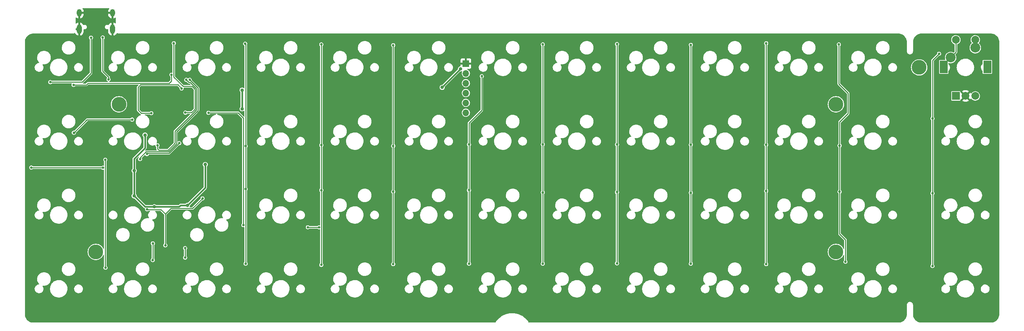
<source format=gtl>
G04 #@! TF.GenerationSoftware,KiCad,Pcbnew,(6.0.5-0)*
G04 #@! TF.CreationDate,2022-06-06T23:04:21-05:00*
G04 #@! TF.ProjectId,pcb,7063622e-6b69-4636-9164-5f7063625858,rev?*
G04 #@! TF.SameCoordinates,Original*
G04 #@! TF.FileFunction,Copper,L1,Top*
G04 #@! TF.FilePolarity,Positive*
%FSLAX46Y46*%
G04 Gerber Fmt 4.6, Leading zero omitted, Abs format (unit mm)*
G04 Created by KiCad (PCBNEW (6.0.5-0)) date 2022-06-06 23:04:21*
%MOMM*%
%LPD*%
G01*
G04 APERTURE LIST*
G04 #@! TA.AperFunction,ComponentPad*
%ADD10C,3.800000*%
G04 #@! TD*
G04 #@! TA.AperFunction,ComponentPad*
%ADD11R,2.000000X2.000000*%
G04 #@! TD*
G04 #@! TA.AperFunction,ComponentPad*
%ADD12C,2.000000*%
G04 #@! TD*
G04 #@! TA.AperFunction,ComponentPad*
%ADD13R,2.000000X3.200000*%
G04 #@! TD*
G04 #@! TA.AperFunction,ComponentPad*
%ADD14C,2.540000*%
G04 #@! TD*
G04 #@! TA.AperFunction,ComponentPad*
%ADD15O,1.700000X1.700000*%
G04 #@! TD*
G04 #@! TA.AperFunction,ComponentPad*
%ADD16R,1.700000X1.700000*%
G04 #@! TD*
G04 #@! TA.AperFunction,SMDPad,CuDef*
%ADD17O,1.300000X2.400000*%
G04 #@! TD*
G04 #@! TA.AperFunction,ComponentPad*
%ADD18O,1.300000X2.400000*%
G04 #@! TD*
G04 #@! TA.AperFunction,ComponentPad*
%ADD19O,1.300000X1.900000*%
G04 #@! TD*
G04 #@! TA.AperFunction,ViaPad*
%ADD20C,0.650000*%
G04 #@! TD*
G04 #@! TA.AperFunction,ViaPad*
%ADD21C,0.900000*%
G04 #@! TD*
G04 #@! TA.AperFunction,ViaPad*
%ADD22C,0.700000*%
G04 #@! TD*
G04 #@! TA.AperFunction,Conductor*
%ADD23C,0.250000*%
G04 #@! TD*
G04 #@! TA.AperFunction,Conductor*
%ADD24C,0.400000*%
G04 #@! TD*
G04 APERTURE END LIST*
D10*
X286915401Y-62718966D03*
X102368371Y-62718966D03*
D11*
X317787529Y-60566658D03*
D12*
X322787529Y-60566658D03*
X320287529Y-60566658D03*
D13*
X325887529Y-53066658D03*
X314687529Y-53066658D03*
D12*
X322787529Y-46066658D03*
X317787529Y-46066658D03*
D14*
X316442929Y-50653958D03*
X322792929Y-48113958D03*
D10*
X286915401Y-100818998D03*
X96415241Y-100818998D03*
X308346669Y-53193958D03*
D15*
X191665313Y-64901767D03*
X191665313Y-54741767D03*
X191665313Y-59821767D03*
X191665313Y-62361767D03*
X191665313Y-57281767D03*
D16*
X191665313Y-52201767D03*
D17*
X92139825Y-43314877D03*
D18*
X100739825Y-43314877D03*
D19*
X100739825Y-39114877D03*
X92139825Y-39114877D03*
D18*
X92139825Y-43314877D03*
D20*
X154465225Y-47268950D03*
X115906580Y-55090767D03*
X90690225Y-57693950D03*
X110700000Y-65000000D03*
X118500000Y-58627448D03*
D21*
X134090625Y-59056250D03*
X185565225Y-58360750D03*
X190290225Y-53593950D03*
X106290625Y-79856250D03*
X134090225Y-63893950D03*
X111490625Y-89156250D03*
X120000000Y-88800000D03*
X124590625Y-78256250D03*
X106290625Y-86356250D03*
X109090625Y-70656250D03*
D20*
X120590225Y-56393950D03*
X107790625Y-76856250D03*
D22*
X90790625Y-70056250D03*
D20*
X105765225Y-66668950D03*
X114313668Y-99113669D03*
X153890625Y-94456250D03*
X150990625Y-94456250D03*
X109600000Y-89810750D03*
X123900000Y-87000000D03*
X98275725Y-79093950D03*
X79805225Y-79041650D03*
X98855225Y-77020850D03*
X111072346Y-102927654D03*
X98900000Y-104900000D03*
X111100000Y-98600000D03*
X134400000Y-93900000D03*
X119465225Y-64868950D03*
X117890625Y-72756250D03*
X119400000Y-99838190D03*
X125400000Y-64900000D03*
X119400000Y-102300000D03*
X109590625Y-75556250D03*
X116490625Y-46956250D03*
X134979500Y-103868950D03*
X134865225Y-47068950D03*
X134979511Y-73483236D03*
X134979511Y-84583236D03*
X154470136Y-84873861D03*
X154465225Y-104168950D03*
X154470136Y-73264039D03*
X172965225Y-47468950D03*
X172965225Y-85268950D03*
X172965225Y-73468950D03*
X172965225Y-103968950D03*
X192465225Y-103868950D03*
X195765225Y-55468950D03*
X192465225Y-84868950D03*
X192465225Y-73068950D03*
X211465225Y-85468950D03*
X211465225Y-103868950D03*
X211465225Y-73068950D03*
X211465225Y-47268950D03*
X230565225Y-73068950D03*
X230565225Y-85368950D03*
X230565225Y-103768950D03*
X230565225Y-47168950D03*
X249565225Y-73168950D03*
X249565225Y-103868950D03*
X249565225Y-47368950D03*
X249565225Y-85568950D03*
X268965225Y-46968950D03*
X268965225Y-103968950D03*
X268965225Y-85068950D03*
X268965225Y-73168950D03*
X287665225Y-47268950D03*
X289365225Y-103368950D03*
X287865225Y-85268950D03*
X287865225Y-73368950D03*
X98190225Y-45493950D03*
X99690225Y-56293950D03*
X84690225Y-56993950D03*
X95177583Y-45514712D03*
X119700000Y-56400000D03*
X112290225Y-73293950D03*
X311765225Y-66368950D03*
X313465225Y-49668950D03*
X311765225Y-85668950D03*
X311765225Y-104468950D03*
X102565225Y-81368950D03*
X102565225Y-87468950D03*
D23*
X154470136Y-47273861D02*
X154465225Y-47268950D01*
X115906580Y-56681320D02*
X115293950Y-57293950D01*
X115906580Y-55090767D02*
X115906580Y-56681320D01*
X94390225Y-57293950D02*
X115293950Y-57293950D01*
X93990225Y-57693950D02*
X94390225Y-57293950D01*
X90690225Y-57693950D02*
X93990225Y-57693950D01*
X107300000Y-64200000D02*
X107300000Y-58300000D01*
X110700000Y-65000000D02*
X108100000Y-65000000D01*
X107926530Y-57673470D02*
X117546022Y-57673470D01*
X117546022Y-57673470D02*
X118500000Y-58627448D01*
X107300000Y-58300000D02*
X107926530Y-57673470D01*
X108100000Y-65000000D02*
X107300000Y-64200000D01*
D24*
X109090625Y-89156250D02*
X111490625Y-89156250D01*
X109090625Y-73956250D02*
X109090625Y-70656250D01*
X106290625Y-79856250D02*
X106290625Y-76756250D01*
X134090225Y-62256650D02*
X134090625Y-62256250D01*
X106290625Y-86356250D02*
X109090625Y-89156250D01*
X185690225Y-58193950D02*
X185690225Y-58235750D01*
X106290625Y-76756250D02*
X109090625Y-73956250D01*
X185690225Y-58235750D02*
X185565225Y-58360750D01*
X106290625Y-86356250D02*
X106290625Y-79856250D01*
X190290225Y-53593950D02*
X185690225Y-58193950D01*
X111490625Y-89156250D02*
X117856250Y-89156250D01*
X124590625Y-84209375D02*
X124590625Y-78256250D01*
X118212500Y-88800000D02*
X117856250Y-89156250D01*
X120000000Y-88800000D02*
X124590625Y-84209375D01*
X134090225Y-63893950D02*
X134090225Y-62256650D01*
X134090625Y-62256250D02*
X134090625Y-59056250D01*
X120000000Y-88800000D02*
X118212500Y-88800000D01*
D23*
X120590225Y-56393950D02*
X122700000Y-58503725D01*
X109371072Y-74956250D02*
X107790625Y-76536697D01*
X115153903Y-74956250D02*
X109371072Y-74956250D01*
X122700000Y-58503725D02*
X122700000Y-64300000D01*
X122700000Y-64300000D02*
X117190625Y-69809375D01*
X117190625Y-69809375D02*
X117190625Y-72919528D01*
X107790625Y-76536697D02*
X107790625Y-76856250D01*
X117190625Y-72919528D02*
X115153903Y-74956250D01*
X94177925Y-66668950D02*
X94152925Y-66693950D01*
X105765225Y-66668950D02*
X94177925Y-66668950D01*
X94152925Y-66693950D02*
X90790625Y-70056250D01*
X114313668Y-91013668D02*
X115600000Y-89727336D01*
X109689250Y-89900000D02*
X109600000Y-89810750D01*
X114313668Y-91013668D02*
X113200000Y-89900000D01*
X115600000Y-89700000D02*
X115689230Y-89610770D01*
X115600000Y-89727336D02*
X115600000Y-89700000D01*
X121289230Y-89610770D02*
X123900000Y-87000000D01*
X153890625Y-94456250D02*
X150990625Y-94456250D01*
X114313668Y-99113669D02*
X114313668Y-91013668D01*
X115689230Y-89610770D02*
X121289230Y-89610770D01*
X113200000Y-89900000D02*
X109689250Y-89900000D01*
X98275725Y-79093950D02*
X79857525Y-79093950D01*
X79857525Y-79093950D02*
X79805225Y-79041650D01*
X111072346Y-102927654D02*
X111100000Y-102900000D01*
X111100000Y-102900000D02*
X111100000Y-98600000D01*
X98855225Y-104391650D02*
X98855225Y-104855225D01*
X98855225Y-104855225D02*
X98900000Y-104900000D01*
X98855225Y-77020850D02*
X98855225Y-104391650D01*
X121222831Y-58100000D02*
X121940960Y-58818129D01*
X121940960Y-63985596D02*
X121861415Y-64065140D01*
X116490625Y-55690625D02*
X118900000Y-58100000D01*
X119400000Y-99838190D02*
X119400000Y-102300000D01*
X133034175Y-64900000D02*
X125400000Y-64900000D01*
X119465225Y-64868950D02*
X121057605Y-64868950D01*
X116490625Y-46956250D02*
X116490625Y-55690625D01*
X134400000Y-93900000D02*
X134400000Y-66265825D01*
X118900000Y-58100000D02*
X121222831Y-58100000D01*
X121940960Y-58818129D02*
X121940960Y-63985596D01*
X121057605Y-64868950D02*
X121861415Y-64065140D01*
X134400000Y-66265825D02*
X133034175Y-64900000D01*
X109811105Y-75335770D02*
X115311105Y-75335770D01*
X109590625Y-75556250D02*
X109811105Y-75335770D01*
X115311105Y-75335770D02*
X117890625Y-72756250D01*
X134979511Y-79254664D02*
X134979511Y-84583236D01*
X134865225Y-47068950D02*
X134979511Y-47183236D01*
X134979511Y-47183236D02*
X134979511Y-65954664D01*
X134979511Y-84583236D02*
X134979511Y-103868939D01*
X134979511Y-65954664D02*
X134979511Y-73483236D01*
X134979511Y-73483236D02*
X134979511Y-79254664D01*
X134979511Y-103868939D02*
X134979500Y-103868950D01*
X154470136Y-73264039D02*
X154470136Y-79464039D01*
X154470136Y-65864039D02*
X154470136Y-73264039D01*
X154470136Y-84873861D02*
X154470136Y-104164039D01*
X154470136Y-104164039D02*
X154465225Y-104168950D01*
X154470136Y-47273861D02*
X154470136Y-65864039D01*
X154470136Y-79464039D02*
X154470136Y-84873861D01*
X172965225Y-65968950D02*
X172965225Y-73468950D01*
X172965225Y-85268950D02*
X172965225Y-103968950D01*
X172965225Y-47468950D02*
X172965225Y-65968950D01*
X172965225Y-73468950D02*
X172965225Y-79968950D01*
X172965225Y-79968950D02*
X172965225Y-85268950D01*
X195765225Y-63668950D02*
X195765225Y-64268950D01*
X195765225Y-64268950D02*
X192465225Y-67568950D01*
X192465225Y-80268950D02*
X192465225Y-84868950D01*
X192465225Y-67568950D02*
X192465225Y-73068950D01*
X192465225Y-84868950D02*
X192465225Y-103868950D01*
X195765225Y-55468950D02*
X195765225Y-63668950D01*
X192465225Y-73068950D02*
X192465225Y-80268950D01*
X211465225Y-47268950D02*
X211465225Y-66168950D01*
X211465225Y-73068950D02*
X211465225Y-80568950D01*
X211465225Y-85468950D02*
X211465225Y-103868950D01*
X211465225Y-80568950D02*
X211465225Y-85468950D01*
X211465225Y-66168950D02*
X211465225Y-73068950D01*
X230565225Y-48068950D02*
X230565225Y-65968950D01*
X230565225Y-81168950D02*
X230565225Y-85368950D01*
X230565225Y-48068950D02*
X230565225Y-47168950D01*
X230565225Y-85368950D02*
X230565225Y-103768950D01*
X230565225Y-65968950D02*
X230565225Y-73068950D01*
X230565225Y-73068950D02*
X230565225Y-81168950D01*
X249565225Y-73168950D02*
X249565225Y-85568950D01*
X249565225Y-66168950D02*
X249565225Y-73168950D01*
X249565225Y-85568950D02*
X249565225Y-103868950D01*
X249565225Y-47368950D02*
X249565225Y-66168950D01*
X268965225Y-81868950D02*
X268965225Y-81968950D01*
X268965225Y-73168950D02*
X268965225Y-81868950D01*
X268965225Y-65868950D02*
X268965225Y-73168950D01*
X268965225Y-81968950D02*
X268965225Y-85068950D01*
X268965225Y-85068950D02*
X268965225Y-103968950D01*
X268965225Y-46968950D02*
X268965225Y-65868950D01*
X287865225Y-73368950D02*
X287865225Y-82268950D01*
X287865225Y-82268950D02*
X287865225Y-82368950D01*
X287865225Y-82368950D02*
X287865225Y-85268950D01*
X290065225Y-59868950D02*
X290065225Y-65068950D01*
X290065225Y-65068950D02*
X287865225Y-67268950D01*
X287665225Y-57468950D02*
X290065225Y-59868950D01*
X287865225Y-85268950D02*
X287865225Y-96168950D01*
X287865225Y-96168950D02*
X289365225Y-97668950D01*
X287865225Y-67268950D02*
X287865225Y-73368950D01*
X287665225Y-47268950D02*
X287665225Y-57468950D01*
X289365225Y-103368950D02*
X289365225Y-97668950D01*
X99690225Y-55693950D02*
X99690225Y-56293950D01*
X98190225Y-45493950D02*
X98190225Y-54193950D01*
X98190225Y-54193950D02*
X99690225Y-55693950D01*
X95177583Y-54706592D02*
X93990225Y-55893950D01*
X93990225Y-55893950D02*
X92890225Y-56993950D01*
X92890225Y-56993950D02*
X84690225Y-56993950D01*
X95177583Y-45514712D02*
X95177583Y-54706592D01*
X112290225Y-74193950D02*
X112290225Y-73293950D01*
X122320480Y-58660927D02*
X122320480Y-64142798D01*
X119700000Y-56400000D02*
X120332510Y-57032510D01*
X120692063Y-57032510D02*
X122320480Y-58660927D01*
X122320480Y-64142798D02*
X116811105Y-69652173D01*
X112673005Y-74576730D02*
X112290225Y-74193950D01*
X114996701Y-74576730D02*
X112673005Y-74576730D01*
X120332510Y-57032510D02*
X120692063Y-57032510D01*
X116811105Y-69652173D02*
X116811105Y-72762326D01*
X116811105Y-72762326D02*
X114996701Y-74576730D01*
X317787529Y-46066658D02*
X317787529Y-49309358D01*
X317787529Y-49309358D02*
X316442929Y-50653958D01*
X311765225Y-85668950D02*
X311765225Y-67168950D01*
X311765225Y-104468950D02*
X311765225Y-85668950D01*
X311765225Y-51368950D02*
X313465225Y-49668950D01*
X311765225Y-66368950D02*
X311765225Y-51368950D01*
X311765225Y-67168950D02*
X311765225Y-66368950D01*
X102565225Y-87468950D02*
X102565225Y-81368950D01*
G04 #@! TA.AperFunction,Conductor*
G36*
X99827610Y-37935219D02*
G01*
X99863574Y-37984719D01*
X99863574Y-38045905D01*
X99847166Y-38076602D01*
X99767292Y-38177923D01*
X99762371Y-38185499D01*
X99667499Y-38365820D01*
X99664045Y-38374160D01*
X99603624Y-38568745D01*
X99601743Y-38577595D01*
X99582167Y-38743001D01*
X99581825Y-38748797D01*
X99581825Y-38845197D01*
X99585947Y-38857882D01*
X99590068Y-38860877D01*
X100894825Y-38860877D01*
X100953016Y-38879784D01*
X100988980Y-38929284D01*
X100993825Y-38959877D01*
X100993825Y-40530606D01*
X100997947Y-40543291D01*
X100998551Y-40543730D01*
X101005699Y-40544246D01*
X101036349Y-40538979D01*
X101045076Y-40536641D01*
X101236234Y-40466119D01*
X101244396Y-40462226D01*
X101422932Y-40356008D01*
X101482609Y-40342504D01*
X101538825Y-40366657D01*
X101570109Y-40419240D01*
X101572550Y-40441089D01*
X101572550Y-41741432D01*
X101553643Y-41799623D01*
X101504143Y-41835587D01*
X101442957Y-41835587D01*
X101420722Y-41825159D01*
X101271635Y-41731092D01*
X101263582Y-41726989D01*
X101074336Y-41651488D01*
X101065678Y-41648923D01*
X101009204Y-41637689D01*
X100995959Y-41639257D01*
X100995924Y-41639289D01*
X100993825Y-41647333D01*
X100993825Y-44980606D01*
X100997947Y-44993291D01*
X100998551Y-44993730D01*
X101005699Y-44994246D01*
X101036349Y-44988979D01*
X101045076Y-44986641D01*
X101236234Y-44916119D01*
X101244396Y-44912226D01*
X101419489Y-44808056D01*
X101426814Y-44802735D01*
X101579993Y-44668401D01*
X101586219Y-44661840D01*
X101712354Y-44501838D01*
X101717279Y-44494255D01*
X101782554Y-44370188D01*
X101826382Y-44327494D01*
X101886934Y-44318714D01*
X101923421Y-44333270D01*
X101924099Y-44333826D01*
X102039608Y-44395570D01*
X102058008Y-44405405D01*
X102062344Y-44407723D01*
X102066996Y-44409134D01*
X102066995Y-44409134D01*
X102207694Y-44451821D01*
X102207697Y-44451822D01*
X102212349Y-44453233D01*
X102217188Y-44453710D01*
X102217189Y-44453710D01*
X102350927Y-44466889D01*
X102360242Y-44468421D01*
X102362167Y-44468643D01*
X102367632Y-44469910D01*
X102368350Y-44469911D01*
X102373801Y-44468668D01*
X102380095Y-44467233D01*
X102402105Y-44464755D01*
X202257360Y-44464751D01*
X302954822Y-44464747D01*
X302977010Y-44467265D01*
X302977618Y-44467405D01*
X302977619Y-44467405D01*
X302988481Y-44469903D01*
X302999353Y-44467443D01*
X303010502Y-44467463D01*
X303010502Y-44467490D01*
X303020613Y-44466670D01*
X303165363Y-44475428D01*
X303245721Y-44480290D01*
X303257584Y-44481731D01*
X303504840Y-44527046D01*
X303516430Y-44529903D01*
X303756421Y-44604691D01*
X303767594Y-44608929D01*
X303996811Y-44712096D01*
X304007397Y-44717651D01*
X304222507Y-44847694D01*
X304232345Y-44854485D01*
X304395073Y-44981976D01*
X304430180Y-45009481D01*
X304430214Y-45009508D01*
X304439161Y-45017435D01*
X304474928Y-45053203D01*
X304616894Y-45195172D01*
X304624822Y-45204120D01*
X304749450Y-45363198D01*
X304779844Y-45401994D01*
X304786633Y-45411830D01*
X304799475Y-45433073D01*
X304916674Y-45626949D01*
X304922229Y-45637535D01*
X304973807Y-45752138D01*
X305018511Y-45851467D01*
X305025385Y-45866741D01*
X305029622Y-45877910D01*
X305042100Y-45917955D01*
X305104407Y-46117912D01*
X305107267Y-46129519D01*
X305107842Y-46132655D01*
X305150182Y-46363698D01*
X305152575Y-46376758D01*
X305154015Y-46388619D01*
X305165991Y-46586608D01*
X305167611Y-46613391D01*
X305166803Y-46623132D01*
X305166966Y-46623132D01*
X305166946Y-46634283D01*
X305164448Y-46645147D01*
X305166908Y-46656019D01*
X305167163Y-46657144D01*
X305169604Y-46678994D01*
X305169604Y-48992750D01*
X305167086Y-49014936D01*
X305164448Y-49026408D01*
X305165819Y-49032467D01*
X305166899Y-49042743D01*
X305166899Y-49042747D01*
X305170096Y-49073159D01*
X305182706Y-49193137D01*
X305184311Y-49198076D01*
X305232796Y-49347298D01*
X305232798Y-49347302D01*
X305234401Y-49352236D01*
X305236995Y-49356729D01*
X305290292Y-49449042D01*
X305318044Y-49497111D01*
X305321516Y-49500967D01*
X305426511Y-49617576D01*
X305426515Y-49617579D01*
X305429981Y-49621429D01*
X305565319Y-49719758D01*
X305570051Y-49721865D01*
X305570053Y-49721866D01*
X305713405Y-49785691D01*
X305713409Y-49785692D01*
X305718143Y-49787800D01*
X305723213Y-49788878D01*
X305723214Y-49788878D01*
X305744800Y-49793466D01*
X305881774Y-49822580D01*
X306049060Y-49822580D01*
X306186034Y-49793466D01*
X306207620Y-49788878D01*
X306207621Y-49788878D01*
X306212691Y-49787800D01*
X306217425Y-49785692D01*
X306217429Y-49785691D01*
X306314872Y-49742306D01*
X306365516Y-49719758D01*
X306500853Y-49621429D01*
X306612790Y-49497111D01*
X306640543Y-49449042D01*
X306693839Y-49356729D01*
X306696433Y-49352236D01*
X306698036Y-49347302D01*
X306698038Y-49347298D01*
X306746523Y-49198076D01*
X306748128Y-49193137D01*
X306764199Y-49040227D01*
X306764485Y-49038525D01*
X306764476Y-49038524D01*
X306765117Y-49032954D01*
X306766385Y-49027485D01*
X306766386Y-49026767D01*
X306765142Y-49021312D01*
X306763710Y-49015033D01*
X306761230Y-48993015D01*
X306761230Y-46679536D01*
X306763749Y-46657347D01*
X306763887Y-46656748D01*
X306763887Y-46656747D01*
X306766386Y-46645881D01*
X306763925Y-46635005D01*
X306763945Y-46623859D01*
X306763974Y-46623859D01*
X306763153Y-46613752D01*
X306773876Y-46436576D01*
X306776777Y-46388639D01*
X306778218Y-46376774D01*
X306784296Y-46343613D01*
X306823536Y-46129519D01*
X306826395Y-46117919D01*
X306841293Y-46070114D01*
X306901188Y-45877919D01*
X306905422Y-45866759D01*
X307008591Y-45637537D01*
X307014146Y-45626952D01*
X307144187Y-45411840D01*
X307150978Y-45402002D01*
X307305998Y-45204134D01*
X307313925Y-45195186D01*
X307491669Y-45017441D01*
X307500617Y-45009514D01*
X307698478Y-44854495D01*
X307708316Y-44847703D01*
X307803871Y-44789936D01*
X307923442Y-44717650D01*
X307934021Y-44712099D01*
X308163238Y-44608929D01*
X308174407Y-44604693D01*
X308414402Y-44529900D01*
X308425997Y-44527041D01*
X308673253Y-44481720D01*
X308685120Y-44480279D01*
X308909626Y-44466690D01*
X308919627Y-44467519D01*
X308919627Y-44467394D01*
X308930774Y-44467413D01*
X308941640Y-44469911D01*
X308953633Y-44467197D01*
X308975485Y-44464755D01*
X317802032Y-44464758D01*
X326767391Y-44464762D01*
X326789580Y-44467281D01*
X326790179Y-44467419D01*
X326790182Y-44467419D01*
X326801047Y-44469918D01*
X326811923Y-44467457D01*
X326823069Y-44467477D01*
X326823069Y-44467506D01*
X326833176Y-44466685D01*
X327058282Y-44480312D01*
X327070149Y-44481753D01*
X327138356Y-44494255D01*
X327317405Y-44527074D01*
X327329003Y-44529934D01*
X327435119Y-44563005D01*
X327568978Y-44604722D01*
X327580155Y-44608961D01*
X327809373Y-44712131D01*
X327819958Y-44717687D01*
X328034965Y-44847669D01*
X328035064Y-44847729D01*
X328044899Y-44854518D01*
X328223244Y-44994246D01*
X328242765Y-45009540D01*
X328251713Y-45017467D01*
X328429455Y-45195212D01*
X328437382Y-45204160D01*
X328592399Y-45402025D01*
X328599190Y-45411863D01*
X328729228Y-45626971D01*
X328734784Y-45637556D01*
X328837955Y-45866785D01*
X328842188Y-45877949D01*
X328916971Y-46117919D01*
X328916975Y-46117932D01*
X328919833Y-46129526D01*
X328965146Y-46376758D01*
X328965151Y-46376784D01*
X328966591Y-46388641D01*
X328979341Y-46599308D01*
X328980192Y-46613374D01*
X328979380Y-46623158D01*
X328979537Y-46623158D01*
X328979518Y-46634304D01*
X328977020Y-46645170D01*
X328979481Y-46656044D01*
X328979734Y-46657162D01*
X328982176Y-46679015D01*
X328982156Y-73523058D01*
X328982125Y-116858471D01*
X328979606Y-116880660D01*
X328976969Y-116892126D01*
X328979430Y-116903002D01*
X328979410Y-116914148D01*
X328979381Y-116914148D01*
X328980202Y-116924255D01*
X328966577Y-117149363D01*
X328965136Y-117161230D01*
X328919827Y-117408434D01*
X328919819Y-117408475D01*
X328916958Y-117420081D01*
X328842185Y-117660016D01*
X328842169Y-117660066D01*
X328837930Y-117671240D01*
X328734780Y-117900421D01*
X328734763Y-117900458D01*
X328729210Y-117911037D01*
X328599182Y-118126122D01*
X328599168Y-118126145D01*
X328592377Y-118135983D01*
X328437349Y-118333857D01*
X328429422Y-118342805D01*
X328251682Y-118520543D01*
X328242734Y-118528470D01*
X328044868Y-118683488D01*
X328035030Y-118690279D01*
X327819979Y-118820283D01*
X327819921Y-118820318D01*
X327809335Y-118825874D01*
X327580107Y-118929045D01*
X327568943Y-118933278D01*
X327328950Y-119008066D01*
X327317360Y-119010923D01*
X327070103Y-119056239D01*
X327058241Y-119057680D01*
X326833547Y-119071277D01*
X326823731Y-119070462D01*
X326823731Y-119070614D01*
X326812583Y-119070595D01*
X326801718Y-119068097D01*
X326789724Y-119070811D01*
X326767874Y-119073253D01*
X317942557Y-119073231D01*
X308976014Y-119073209D01*
X308953825Y-119070690D01*
X308953226Y-119070552D01*
X308953223Y-119070552D01*
X308942358Y-119068053D01*
X308931482Y-119070514D01*
X308920336Y-119070494D01*
X308920336Y-119070465D01*
X308910228Y-119071286D01*
X308824290Y-119066084D01*
X308685124Y-119057660D01*
X308673257Y-119056219D01*
X308426002Y-119010898D01*
X308414404Y-119008038D01*
X308294417Y-118970644D01*
X308174434Y-118933251D01*
X308163256Y-118929012D01*
X307934033Y-118825839D01*
X307923449Y-118820283D01*
X307708351Y-118690245D01*
X307698513Y-118683454D01*
X307500648Y-118528432D01*
X307491699Y-118520505D01*
X307475894Y-118504699D01*
X307313960Y-118342761D01*
X307306033Y-118333813D01*
X307151015Y-118135944D01*
X307144225Y-118126105D01*
X307014187Y-117910995D01*
X307008631Y-117900410D01*
X307005961Y-117894476D01*
X306973062Y-117821380D01*
X306905469Y-117671194D01*
X306901230Y-117660016D01*
X306826449Y-117420041D01*
X306823588Y-117408435D01*
X306806614Y-117315818D01*
X306778274Y-117161184D01*
X306776834Y-117149323D01*
X306763232Y-116924522D01*
X306764037Y-116914817D01*
X306763869Y-116914817D01*
X306763888Y-116903669D01*
X306766386Y-116892804D01*
X306763671Y-116880805D01*
X306761230Y-116858960D01*
X306761230Y-114545478D01*
X306763787Y-114523123D01*
X306763871Y-114522762D01*
X306766385Y-114511915D01*
X306766386Y-114511197D01*
X306765142Y-114505747D01*
X306764520Y-114500189D01*
X306764527Y-114500188D01*
X306764335Y-114499031D01*
X306748670Y-114349988D01*
X306748128Y-114344827D01*
X306705235Y-114212817D01*
X306698038Y-114190666D01*
X306698036Y-114190662D01*
X306696433Y-114185728D01*
X306612790Y-114040853D01*
X306500853Y-113916535D01*
X306365516Y-113818206D01*
X306289103Y-113784185D01*
X306217429Y-113752273D01*
X306217425Y-113752272D01*
X306212691Y-113750164D01*
X306207621Y-113749086D01*
X306207620Y-113749086D01*
X306156233Y-113738164D01*
X306049060Y-113715384D01*
X305881774Y-113715384D01*
X305774601Y-113738164D01*
X305723214Y-113749086D01*
X305723213Y-113749086D01*
X305718143Y-113750164D01*
X305713409Y-113752272D01*
X305713405Y-113752273D01*
X305570053Y-113816098D01*
X305570051Y-113816099D01*
X305565319Y-113818206D01*
X305429981Y-113916535D01*
X305426515Y-113920385D01*
X305426511Y-113920388D01*
X305324922Y-114033214D01*
X305318044Y-114040853D01*
X305234401Y-114185728D01*
X305232798Y-114190662D01*
X305232796Y-114190666D01*
X305225599Y-114212817D01*
X305182706Y-114344827D01*
X305165939Y-114504352D01*
X305164448Y-114510838D01*
X305166908Y-114521710D01*
X305167163Y-114522835D01*
X305169604Y-114544685D01*
X305169604Y-116858419D01*
X305167086Y-116880607D01*
X305164448Y-116892078D01*
X305166908Y-116902950D01*
X305166888Y-116914099D01*
X305166861Y-116914099D01*
X305167681Y-116924210D01*
X305154062Y-117149319D01*
X305152621Y-117161184D01*
X305107307Y-117408440D01*
X305104449Y-117420033D01*
X305089551Y-117467841D01*
X305029661Y-117660025D01*
X305025422Y-117671202D01*
X304922258Y-117900421D01*
X304916702Y-117911007D01*
X304786659Y-118126121D01*
X304779868Y-118135959D01*
X304624852Y-118333822D01*
X304616925Y-118342771D01*
X304439173Y-118520523D01*
X304430224Y-118528450D01*
X304232361Y-118683467D01*
X304222523Y-118690258D01*
X304007412Y-118820298D01*
X303996827Y-118825854D01*
X303882215Y-118877439D01*
X303767596Y-118929026D01*
X303756432Y-118933259D01*
X303516436Y-119008048D01*
X303504843Y-119010906D01*
X303257587Y-119056220D01*
X303245726Y-119057661D01*
X303021135Y-119071250D01*
X303011212Y-119070426D01*
X303011212Y-119070563D01*
X303000066Y-119070544D01*
X302989199Y-119068045D01*
X302977205Y-119070759D01*
X302955355Y-119073201D01*
X286968838Y-119073200D01*
X207909219Y-119073193D01*
X207851028Y-119054286D01*
X207825405Y-119026882D01*
X207766551Y-118933262D01*
X207692642Y-118815692D01*
X207439476Y-118479430D01*
X207438079Y-118477867D01*
X207160343Y-118167191D01*
X207160338Y-118167186D01*
X207158948Y-118165631D01*
X206853042Y-117876515D01*
X206790971Y-117827030D01*
X206525555Y-117615429D01*
X206525551Y-117615426D01*
X206523924Y-117614129D01*
X206522201Y-117612978D01*
X206522190Y-117612970D01*
X206175665Y-117381492D01*
X206175654Y-117381485D01*
X206173920Y-117380327D01*
X205805507Y-117176764D01*
X205421292Y-117004879D01*
X205023991Y-116865890D01*
X204616416Y-116760778D01*
X204614362Y-116760429D01*
X204203501Y-116690635D01*
X204203492Y-116690634D01*
X204201450Y-116690287D01*
X204199378Y-116690112D01*
X204199376Y-116690112D01*
X204090855Y-116680961D01*
X203782028Y-116654917D01*
X203361118Y-116654917D01*
X203052291Y-116680961D01*
X202943770Y-116690112D01*
X202943768Y-116690112D01*
X202941696Y-116690287D01*
X202939654Y-116690634D01*
X202939645Y-116690635D01*
X202528784Y-116760429D01*
X202526730Y-116760778D01*
X202119155Y-116865890D01*
X201721854Y-117004879D01*
X201337639Y-117176764D01*
X200969226Y-117380327D01*
X200967492Y-117381485D01*
X200967481Y-117381492D01*
X200620956Y-117612970D01*
X200620945Y-117612978D01*
X200619222Y-117614129D01*
X200617595Y-117615426D01*
X200617591Y-117615429D01*
X200352175Y-117827030D01*
X200290104Y-117876515D01*
X199984198Y-118165631D01*
X199982808Y-118167186D01*
X199982803Y-118167191D01*
X199705067Y-118477867D01*
X199703670Y-118479430D01*
X199450504Y-118815692D01*
X199317741Y-119026884D01*
X199270766Y-119066084D01*
X199233928Y-119073193D01*
X100631776Y-119073200D01*
X80375801Y-119073201D01*
X80353616Y-119070683D01*
X80342143Y-119068045D01*
X80331271Y-119070505D01*
X80320122Y-119070485D01*
X80320122Y-119070457D01*
X80310015Y-119071279D01*
X80084893Y-119057660D01*
X80073038Y-119056221D01*
X79912945Y-119026882D01*
X79825781Y-119010908D01*
X79814174Y-119008047D01*
X79574193Y-118933265D01*
X79563015Y-118929026D01*
X79333788Y-118825859D01*
X79323203Y-118820303D01*
X79108094Y-118690265D01*
X79098261Y-118683479D01*
X78900364Y-118528438D01*
X78891442Y-118520533D01*
X78713692Y-118342785D01*
X78705764Y-118333837D01*
X78654328Y-118268184D01*
X78550736Y-118135961D01*
X78543945Y-118126122D01*
X78413906Y-117911014D01*
X78408350Y-117900429D01*
X78339064Y-117746487D01*
X78305177Y-117671194D01*
X78300942Y-117660026D01*
X78287045Y-117615429D01*
X78226157Y-117420042D01*
X78223296Y-117408436D01*
X78218358Y-117381492D01*
X78177982Y-117161183D01*
X78176542Y-117149322D01*
X78162957Y-116924803D01*
X78163787Y-116914810D01*
X78163660Y-116914810D01*
X78163679Y-116903663D01*
X78166178Y-116892796D01*
X78163464Y-116880802D01*
X78161022Y-116858952D01*
X78161023Y-110288719D01*
X80680955Y-110288719D01*
X80690884Y-110503256D01*
X80691989Y-110507839D01*
X80736213Y-110691338D01*
X80741203Y-110712044D01*
X80743153Y-110716332D01*
X80743153Y-110716333D01*
X80785648Y-110809797D01*
X80830094Y-110907550D01*
X80954351Y-111082720D01*
X81109490Y-111231234D01*
X81289914Y-111347732D01*
X81294275Y-111349490D01*
X81294276Y-111349490D01*
X81484749Y-111426253D01*
X81484752Y-111426254D01*
X81489112Y-111428011D01*
X81493725Y-111428912D01*
X81493729Y-111428913D01*
X81696401Y-111468492D01*
X81696408Y-111468493D01*
X81699896Y-111469174D01*
X81705539Y-111469450D01*
X81863889Y-111469450D01*
X81961924Y-111460097D01*
X82019327Y-111454620D01*
X82019330Y-111454620D01*
X82024020Y-111454172D01*
X82230101Y-111393715D01*
X82421032Y-111295379D01*
X82578006Y-111172074D01*
X82586220Y-111165622D01*
X82586221Y-111165621D01*
X82589923Y-111162713D01*
X82593008Y-111159158D01*
X82593011Y-111159155D01*
X82727591Y-111004064D01*
X82727592Y-111004063D01*
X82730680Y-111000504D01*
X82786905Y-110903317D01*
X82835868Y-110818681D01*
X82838226Y-110814605D01*
X82883299Y-110684808D01*
X82907134Y-110616171D01*
X82907135Y-110616169D01*
X82908678Y-110611724D01*
X82939495Y-110399181D01*
X82939119Y-110391058D01*
X84641295Y-110391058D01*
X84641581Y-110394326D01*
X84641581Y-110394329D01*
X84642413Y-110403841D01*
X84667281Y-110688080D01*
X84673609Y-110716389D01*
X84717198Y-110911393D01*
X84732322Y-110979055D01*
X84835275Y-111258873D01*
X84897810Y-111377481D01*
X84972803Y-111519719D01*
X84972807Y-111519726D01*
X84974331Y-111522616D01*
X85147047Y-111765651D01*
X85350389Y-111983709D01*
X85352925Y-111985792D01*
X85352926Y-111985793D01*
X85578245Y-112170873D01*
X85578250Y-112170877D01*
X85580784Y-112172958D01*
X85583668Y-112174746D01*
X85762519Y-112285638D01*
X85834185Y-112330073D01*
X85837182Y-112331420D01*
X85837186Y-112331422D01*
X85837311Y-112331478D01*
X86106139Y-112452294D01*
X86391869Y-112537473D01*
X86395110Y-112537986D01*
X86395113Y-112537987D01*
X86483533Y-112551991D01*
X86686354Y-112584115D01*
X86757114Y-112587328D01*
X86778509Y-112588300D01*
X86778515Y-112588300D01*
X86779613Y-112588350D01*
X86965850Y-112588350D01*
X87187726Y-112573613D01*
X87335676Y-112543781D01*
X87476772Y-112515331D01*
X87476777Y-112515330D01*
X87479999Y-112514680D01*
X87658292Y-112453289D01*
X87758799Y-112418682D01*
X87758805Y-112418679D01*
X87761911Y-112417610D01*
X88028509Y-112284108D01*
X88275108Y-112116520D01*
X88286242Y-112106565D01*
X88494926Y-111919980D01*
X88494929Y-111919976D01*
X88497376Y-111917789D01*
X88691409Y-111691407D01*
X88853796Y-111441353D01*
X88859677Y-111428969D01*
X88980279Y-111174981D01*
X88981686Y-111172018D01*
X89072831Y-110888135D01*
X89125629Y-110594691D01*
X89139155Y-110296842D01*
X89138444Y-110288719D01*
X90840955Y-110288719D01*
X90850884Y-110503256D01*
X90851989Y-110507839D01*
X90896213Y-110691338D01*
X90901203Y-110712044D01*
X90903153Y-110716332D01*
X90903153Y-110716333D01*
X90945648Y-110809797D01*
X90990094Y-110907550D01*
X91114351Y-111082720D01*
X91269490Y-111231234D01*
X91449914Y-111347732D01*
X91454275Y-111349490D01*
X91454276Y-111349490D01*
X91644749Y-111426253D01*
X91644752Y-111426254D01*
X91649112Y-111428011D01*
X91653725Y-111428912D01*
X91653729Y-111428913D01*
X91856401Y-111468492D01*
X91856408Y-111468493D01*
X91859896Y-111469174D01*
X91865539Y-111469450D01*
X92023889Y-111469450D01*
X92121924Y-111460097D01*
X92179327Y-111454620D01*
X92179330Y-111454620D01*
X92184020Y-111454172D01*
X92390101Y-111393715D01*
X92581032Y-111295379D01*
X92738006Y-111172074D01*
X92746220Y-111165622D01*
X92746221Y-111165621D01*
X92749923Y-111162713D01*
X92753008Y-111159158D01*
X92753011Y-111159155D01*
X92887591Y-111004064D01*
X92887592Y-111004063D01*
X92890680Y-111000504D01*
X92946905Y-110903317D01*
X92995868Y-110818681D01*
X92998226Y-110814605D01*
X93043299Y-110684808D01*
X93067134Y-110616171D01*
X93067135Y-110616169D01*
X93068678Y-110611724D01*
X93099495Y-110399181D01*
X93094383Y-110288719D01*
X99730955Y-110288719D01*
X99740884Y-110503256D01*
X99741989Y-110507839D01*
X99786213Y-110691338D01*
X99791203Y-110712044D01*
X99793153Y-110716332D01*
X99793153Y-110716333D01*
X99835648Y-110809797D01*
X99880094Y-110907550D01*
X100004351Y-111082720D01*
X100159490Y-111231234D01*
X100339914Y-111347732D01*
X100344275Y-111349490D01*
X100344276Y-111349490D01*
X100534749Y-111426253D01*
X100534752Y-111426254D01*
X100539112Y-111428011D01*
X100543725Y-111428912D01*
X100543729Y-111428913D01*
X100746401Y-111468492D01*
X100746408Y-111468493D01*
X100749896Y-111469174D01*
X100755539Y-111469450D01*
X100913889Y-111469450D01*
X101011924Y-111460097D01*
X101069327Y-111454620D01*
X101069330Y-111454620D01*
X101074020Y-111454172D01*
X101280101Y-111393715D01*
X101471032Y-111295379D01*
X101628006Y-111172074D01*
X101636220Y-111165622D01*
X101636221Y-111165621D01*
X101639923Y-111162713D01*
X101643008Y-111159158D01*
X101643011Y-111159155D01*
X101777591Y-111004064D01*
X101777592Y-111004063D01*
X101780680Y-111000504D01*
X101836905Y-110903317D01*
X101885868Y-110818681D01*
X101888226Y-110814605D01*
X101933299Y-110684808D01*
X101957134Y-110616171D01*
X101957135Y-110616169D01*
X101958678Y-110611724D01*
X101989495Y-110399181D01*
X101989119Y-110391058D01*
X103691295Y-110391058D01*
X103691581Y-110394326D01*
X103691581Y-110394329D01*
X103692413Y-110403841D01*
X103717281Y-110688080D01*
X103723609Y-110716389D01*
X103767198Y-110911393D01*
X103782322Y-110979055D01*
X103885275Y-111258873D01*
X103947810Y-111377481D01*
X104022803Y-111519719D01*
X104022807Y-111519726D01*
X104024331Y-111522616D01*
X104197047Y-111765651D01*
X104400389Y-111983709D01*
X104402925Y-111985792D01*
X104402926Y-111985793D01*
X104628245Y-112170873D01*
X104628250Y-112170877D01*
X104630784Y-112172958D01*
X104633668Y-112174746D01*
X104812519Y-112285638D01*
X104884185Y-112330073D01*
X104887182Y-112331420D01*
X104887186Y-112331422D01*
X104887311Y-112331478D01*
X105156139Y-112452294D01*
X105441869Y-112537473D01*
X105445110Y-112537986D01*
X105445113Y-112537987D01*
X105533533Y-112551991D01*
X105736354Y-112584115D01*
X105807114Y-112587328D01*
X105828509Y-112588300D01*
X105828515Y-112588300D01*
X105829613Y-112588350D01*
X106015850Y-112588350D01*
X106237726Y-112573613D01*
X106385676Y-112543781D01*
X106526772Y-112515331D01*
X106526777Y-112515330D01*
X106529999Y-112514680D01*
X106708292Y-112453289D01*
X106808799Y-112418682D01*
X106808805Y-112418679D01*
X106811911Y-112417610D01*
X107078509Y-112284108D01*
X107325108Y-112116520D01*
X107336242Y-112106565D01*
X107544926Y-111919980D01*
X107544929Y-111919976D01*
X107547376Y-111917789D01*
X107741409Y-111691407D01*
X107903796Y-111441353D01*
X107909677Y-111428969D01*
X108030279Y-111174981D01*
X108031686Y-111172018D01*
X108122831Y-110888135D01*
X108175629Y-110594691D01*
X108189155Y-110296842D01*
X108188444Y-110288719D01*
X109890955Y-110288719D01*
X109900884Y-110503256D01*
X109901989Y-110507839D01*
X109946213Y-110691338D01*
X109951203Y-110712044D01*
X109953153Y-110716332D01*
X109953153Y-110716333D01*
X109995648Y-110809797D01*
X110040094Y-110907550D01*
X110164351Y-111082720D01*
X110319490Y-111231234D01*
X110499914Y-111347732D01*
X110504275Y-111349490D01*
X110504276Y-111349490D01*
X110694749Y-111426253D01*
X110694752Y-111426254D01*
X110699112Y-111428011D01*
X110703725Y-111428912D01*
X110703729Y-111428913D01*
X110906401Y-111468492D01*
X110906408Y-111468493D01*
X110909896Y-111469174D01*
X110915539Y-111469450D01*
X111073889Y-111469450D01*
X111171924Y-111460097D01*
X111229327Y-111454620D01*
X111229330Y-111454620D01*
X111234020Y-111454172D01*
X111440101Y-111393715D01*
X111631032Y-111295379D01*
X111788006Y-111172074D01*
X111796220Y-111165622D01*
X111796221Y-111165621D01*
X111799923Y-111162713D01*
X111803008Y-111159158D01*
X111803011Y-111159155D01*
X111937591Y-111004064D01*
X111937592Y-111004063D01*
X111940680Y-111000504D01*
X111996905Y-110903317D01*
X112045868Y-110818681D01*
X112048226Y-110814605D01*
X112093299Y-110684808D01*
X112117134Y-110616171D01*
X112117135Y-110616169D01*
X112118678Y-110611724D01*
X112149495Y-110399181D01*
X112144383Y-110288719D01*
X118780955Y-110288719D01*
X118790884Y-110503256D01*
X118791989Y-110507839D01*
X118836213Y-110691338D01*
X118841203Y-110712044D01*
X118843153Y-110716332D01*
X118843153Y-110716333D01*
X118885649Y-110809797D01*
X118930094Y-110907550D01*
X119054351Y-111082720D01*
X119209490Y-111231234D01*
X119389914Y-111347732D01*
X119394275Y-111349490D01*
X119394276Y-111349490D01*
X119584749Y-111426253D01*
X119584752Y-111426254D01*
X119589112Y-111428011D01*
X119593725Y-111428912D01*
X119593729Y-111428913D01*
X119796401Y-111468492D01*
X119796408Y-111468493D01*
X119799896Y-111469174D01*
X119805539Y-111469450D01*
X119963889Y-111469450D01*
X120061924Y-111460097D01*
X120119327Y-111454620D01*
X120119330Y-111454620D01*
X120124020Y-111454172D01*
X120330101Y-111393715D01*
X120521032Y-111295379D01*
X120678006Y-111172074D01*
X120686220Y-111165622D01*
X120686221Y-111165621D01*
X120689923Y-111162713D01*
X120693008Y-111159158D01*
X120693011Y-111159155D01*
X120827591Y-111004064D01*
X120827592Y-111004063D01*
X120830680Y-111000504D01*
X120886905Y-110903317D01*
X120935868Y-110818681D01*
X120938226Y-110814605D01*
X120983299Y-110684808D01*
X121007134Y-110616171D01*
X121007135Y-110616169D01*
X121008678Y-110611724D01*
X121039495Y-110399181D01*
X121039119Y-110391058D01*
X122741295Y-110391058D01*
X122741581Y-110394326D01*
X122741581Y-110394329D01*
X122742413Y-110403841D01*
X122767281Y-110688080D01*
X122773609Y-110716389D01*
X122817198Y-110911393D01*
X122832322Y-110979055D01*
X122935275Y-111258873D01*
X122997810Y-111377481D01*
X123072803Y-111519719D01*
X123072807Y-111519726D01*
X123074331Y-111522616D01*
X123247047Y-111765651D01*
X123450389Y-111983709D01*
X123452925Y-111985792D01*
X123452926Y-111985793D01*
X123678245Y-112170873D01*
X123678250Y-112170877D01*
X123680784Y-112172958D01*
X123683668Y-112174746D01*
X123862519Y-112285638D01*
X123934185Y-112330073D01*
X123937182Y-112331420D01*
X123937186Y-112331422D01*
X123937311Y-112331478D01*
X124206139Y-112452294D01*
X124491869Y-112537473D01*
X124495110Y-112537986D01*
X124495113Y-112537987D01*
X124583533Y-112551991D01*
X124786354Y-112584115D01*
X124857114Y-112587328D01*
X124878509Y-112588300D01*
X124878515Y-112588300D01*
X124879613Y-112588350D01*
X125065850Y-112588350D01*
X125287726Y-112573613D01*
X125435676Y-112543781D01*
X125576772Y-112515331D01*
X125576777Y-112515330D01*
X125579999Y-112514680D01*
X125758292Y-112453289D01*
X125858799Y-112418682D01*
X125858805Y-112418679D01*
X125861911Y-112417610D01*
X126128509Y-112284108D01*
X126375108Y-112116520D01*
X126386242Y-112106565D01*
X126594926Y-111919980D01*
X126594929Y-111919976D01*
X126597376Y-111917789D01*
X126791409Y-111691407D01*
X126953796Y-111441353D01*
X126959677Y-111428969D01*
X127080279Y-111174981D01*
X127081686Y-111172018D01*
X127172831Y-110888135D01*
X127225629Y-110594691D01*
X127239155Y-110296842D01*
X127238444Y-110288719D01*
X128940955Y-110288719D01*
X128950884Y-110503256D01*
X128951989Y-110507839D01*
X128996213Y-110691338D01*
X129001203Y-110712044D01*
X129003153Y-110716332D01*
X129003153Y-110716333D01*
X129045649Y-110809797D01*
X129090094Y-110907550D01*
X129214351Y-111082720D01*
X129369490Y-111231234D01*
X129549914Y-111347732D01*
X129554275Y-111349490D01*
X129554276Y-111349490D01*
X129744749Y-111426253D01*
X129744752Y-111426254D01*
X129749112Y-111428011D01*
X129753725Y-111428912D01*
X129753729Y-111428913D01*
X129956401Y-111468492D01*
X129956408Y-111468493D01*
X129959896Y-111469174D01*
X129965539Y-111469450D01*
X130123889Y-111469450D01*
X130221924Y-111460097D01*
X130279327Y-111454620D01*
X130279330Y-111454620D01*
X130284020Y-111454172D01*
X130490101Y-111393715D01*
X130681032Y-111295379D01*
X130838006Y-111172074D01*
X130846220Y-111165622D01*
X130846221Y-111165621D01*
X130849923Y-111162713D01*
X130853008Y-111159158D01*
X130853011Y-111159155D01*
X130987591Y-111004064D01*
X130987592Y-111004063D01*
X130990680Y-111000504D01*
X131046905Y-110903317D01*
X131095868Y-110818681D01*
X131098226Y-110814605D01*
X131143299Y-110684808D01*
X131167134Y-110616171D01*
X131167135Y-110616169D01*
X131168678Y-110611724D01*
X131199495Y-110399181D01*
X131194383Y-110288719D01*
X137830955Y-110288719D01*
X137840884Y-110503256D01*
X137841989Y-110507839D01*
X137886213Y-110691338D01*
X137891203Y-110712044D01*
X137893153Y-110716332D01*
X137893153Y-110716333D01*
X137935649Y-110809797D01*
X137980094Y-110907550D01*
X138104351Y-111082720D01*
X138259490Y-111231234D01*
X138439914Y-111347732D01*
X138444275Y-111349490D01*
X138444276Y-111349490D01*
X138634749Y-111426253D01*
X138634752Y-111426254D01*
X138639112Y-111428011D01*
X138643725Y-111428912D01*
X138643729Y-111428913D01*
X138846401Y-111468492D01*
X138846408Y-111468493D01*
X138849896Y-111469174D01*
X138855539Y-111469450D01*
X139013889Y-111469450D01*
X139111924Y-111460097D01*
X139169327Y-111454620D01*
X139169330Y-111454620D01*
X139174020Y-111454172D01*
X139380101Y-111393715D01*
X139571032Y-111295379D01*
X139728006Y-111172074D01*
X139736220Y-111165622D01*
X139736221Y-111165621D01*
X139739923Y-111162713D01*
X139743008Y-111159158D01*
X139743011Y-111159155D01*
X139877591Y-111004064D01*
X139877592Y-111004063D01*
X139880680Y-111000504D01*
X139936905Y-110903317D01*
X139985868Y-110818681D01*
X139988226Y-110814605D01*
X140033299Y-110684808D01*
X140057134Y-110616171D01*
X140057135Y-110616169D01*
X140058678Y-110611724D01*
X140089495Y-110399181D01*
X140089119Y-110391058D01*
X141791295Y-110391058D01*
X141791581Y-110394326D01*
X141791581Y-110394329D01*
X141792413Y-110403841D01*
X141817281Y-110688080D01*
X141823609Y-110716389D01*
X141867198Y-110911393D01*
X141882322Y-110979055D01*
X141985275Y-111258873D01*
X142047810Y-111377481D01*
X142122803Y-111519719D01*
X142122807Y-111519726D01*
X142124331Y-111522616D01*
X142297047Y-111765651D01*
X142500389Y-111983709D01*
X142502925Y-111985792D01*
X142502926Y-111985793D01*
X142728245Y-112170873D01*
X142728250Y-112170877D01*
X142730784Y-112172958D01*
X142733668Y-112174746D01*
X142912519Y-112285638D01*
X142984185Y-112330073D01*
X142987182Y-112331420D01*
X142987186Y-112331422D01*
X142987311Y-112331478D01*
X143256139Y-112452294D01*
X143541869Y-112537473D01*
X143545110Y-112537986D01*
X143545113Y-112537987D01*
X143633533Y-112551991D01*
X143836354Y-112584115D01*
X143907114Y-112587328D01*
X143928509Y-112588300D01*
X143928515Y-112588300D01*
X143929613Y-112588350D01*
X144115850Y-112588350D01*
X144337726Y-112573613D01*
X144485676Y-112543781D01*
X144626772Y-112515331D01*
X144626777Y-112515330D01*
X144629999Y-112514680D01*
X144808292Y-112453289D01*
X144908799Y-112418682D01*
X144908805Y-112418679D01*
X144911911Y-112417610D01*
X145178509Y-112284108D01*
X145425108Y-112116520D01*
X145436242Y-112106565D01*
X145644926Y-111919980D01*
X145644929Y-111919976D01*
X145647376Y-111917789D01*
X145841409Y-111691407D01*
X146003796Y-111441353D01*
X146009677Y-111428969D01*
X146130279Y-111174981D01*
X146131686Y-111172018D01*
X146222831Y-110888135D01*
X146275629Y-110594691D01*
X146289155Y-110296842D01*
X146288444Y-110288719D01*
X147990955Y-110288719D01*
X148000884Y-110503256D01*
X148001989Y-110507839D01*
X148046213Y-110691338D01*
X148051203Y-110712044D01*
X148053153Y-110716332D01*
X148053153Y-110716333D01*
X148095649Y-110809797D01*
X148140094Y-110907550D01*
X148264351Y-111082720D01*
X148419490Y-111231234D01*
X148599914Y-111347732D01*
X148604275Y-111349490D01*
X148604276Y-111349490D01*
X148794749Y-111426253D01*
X148794752Y-111426254D01*
X148799112Y-111428011D01*
X148803725Y-111428912D01*
X148803729Y-111428913D01*
X149006401Y-111468492D01*
X149006408Y-111468493D01*
X149009896Y-111469174D01*
X149015539Y-111469450D01*
X149173889Y-111469450D01*
X149271924Y-111460097D01*
X149329327Y-111454620D01*
X149329330Y-111454620D01*
X149334020Y-111454172D01*
X149540101Y-111393715D01*
X149731032Y-111295379D01*
X149888006Y-111172074D01*
X149896220Y-111165622D01*
X149896221Y-111165621D01*
X149899923Y-111162713D01*
X149903008Y-111159158D01*
X149903011Y-111159155D01*
X150037591Y-111004064D01*
X150037592Y-111004063D01*
X150040680Y-111000504D01*
X150096905Y-110903317D01*
X150145868Y-110818681D01*
X150148226Y-110814605D01*
X150193299Y-110684808D01*
X150217134Y-110616171D01*
X150217135Y-110616169D01*
X150218678Y-110611724D01*
X150249495Y-110399181D01*
X150244383Y-110288719D01*
X156880955Y-110288719D01*
X156890884Y-110503256D01*
X156891989Y-110507839D01*
X156936213Y-110691338D01*
X156941203Y-110712044D01*
X156943153Y-110716332D01*
X156943153Y-110716333D01*
X156985649Y-110809797D01*
X157030094Y-110907550D01*
X157154351Y-111082720D01*
X157309490Y-111231234D01*
X157489914Y-111347732D01*
X157494275Y-111349490D01*
X157494276Y-111349490D01*
X157684749Y-111426253D01*
X157684752Y-111426254D01*
X157689112Y-111428011D01*
X157693725Y-111428912D01*
X157693729Y-111428913D01*
X157896401Y-111468492D01*
X157896408Y-111468493D01*
X157899896Y-111469174D01*
X157905539Y-111469450D01*
X158063889Y-111469450D01*
X158161924Y-111460097D01*
X158219327Y-111454620D01*
X158219330Y-111454620D01*
X158224020Y-111454172D01*
X158430101Y-111393715D01*
X158621032Y-111295379D01*
X158778006Y-111172074D01*
X158786220Y-111165622D01*
X158786221Y-111165621D01*
X158789923Y-111162713D01*
X158793008Y-111159158D01*
X158793011Y-111159155D01*
X158927591Y-111004064D01*
X158927592Y-111004063D01*
X158930680Y-111000504D01*
X158986905Y-110903317D01*
X159035868Y-110818681D01*
X159038226Y-110814605D01*
X159083299Y-110684808D01*
X159107134Y-110616171D01*
X159107135Y-110616169D01*
X159108678Y-110611724D01*
X159139495Y-110399181D01*
X159139119Y-110391058D01*
X160841295Y-110391058D01*
X160841581Y-110394326D01*
X160841581Y-110394329D01*
X160842413Y-110403841D01*
X160867281Y-110688080D01*
X160873609Y-110716389D01*
X160917198Y-110911393D01*
X160932322Y-110979055D01*
X161035275Y-111258873D01*
X161097810Y-111377481D01*
X161172803Y-111519719D01*
X161172807Y-111519726D01*
X161174331Y-111522616D01*
X161347047Y-111765651D01*
X161550389Y-111983709D01*
X161552925Y-111985792D01*
X161552926Y-111985793D01*
X161778245Y-112170873D01*
X161778250Y-112170877D01*
X161780784Y-112172958D01*
X161783668Y-112174746D01*
X161962519Y-112285638D01*
X162034185Y-112330073D01*
X162037182Y-112331420D01*
X162037186Y-112331422D01*
X162037311Y-112331478D01*
X162306139Y-112452294D01*
X162591869Y-112537473D01*
X162595110Y-112537986D01*
X162595113Y-112537987D01*
X162683533Y-112551991D01*
X162886354Y-112584115D01*
X162957114Y-112587328D01*
X162978509Y-112588300D01*
X162978515Y-112588300D01*
X162979613Y-112588350D01*
X163165850Y-112588350D01*
X163387726Y-112573613D01*
X163535676Y-112543781D01*
X163676772Y-112515331D01*
X163676777Y-112515330D01*
X163679999Y-112514680D01*
X163858292Y-112453289D01*
X163958799Y-112418682D01*
X163958805Y-112418679D01*
X163961911Y-112417610D01*
X164228509Y-112284108D01*
X164475108Y-112116520D01*
X164486242Y-112106565D01*
X164694926Y-111919980D01*
X164694929Y-111919976D01*
X164697376Y-111917789D01*
X164891409Y-111691407D01*
X165053796Y-111441353D01*
X165059677Y-111428969D01*
X165180279Y-111174981D01*
X165181686Y-111172018D01*
X165272831Y-110888135D01*
X165325629Y-110594691D01*
X165339155Y-110296842D01*
X165338444Y-110288719D01*
X167040955Y-110288719D01*
X167050884Y-110503256D01*
X167051989Y-110507839D01*
X167096213Y-110691338D01*
X167101203Y-110712044D01*
X167103153Y-110716332D01*
X167103153Y-110716333D01*
X167145649Y-110809797D01*
X167190094Y-110907550D01*
X167314351Y-111082720D01*
X167469490Y-111231234D01*
X167649914Y-111347732D01*
X167654275Y-111349490D01*
X167654276Y-111349490D01*
X167844749Y-111426253D01*
X167844752Y-111426254D01*
X167849112Y-111428011D01*
X167853725Y-111428912D01*
X167853729Y-111428913D01*
X168056401Y-111468492D01*
X168056408Y-111468493D01*
X168059896Y-111469174D01*
X168065539Y-111469450D01*
X168223889Y-111469450D01*
X168321924Y-111460097D01*
X168379327Y-111454620D01*
X168379330Y-111454620D01*
X168384020Y-111454172D01*
X168590101Y-111393715D01*
X168781032Y-111295379D01*
X168938006Y-111172074D01*
X168946220Y-111165622D01*
X168946221Y-111165621D01*
X168949923Y-111162713D01*
X168953008Y-111159158D01*
X168953011Y-111159155D01*
X169087591Y-111004064D01*
X169087592Y-111004063D01*
X169090680Y-111000504D01*
X169146905Y-110903317D01*
X169195868Y-110818681D01*
X169198226Y-110814605D01*
X169243299Y-110684808D01*
X169267134Y-110616171D01*
X169267135Y-110616169D01*
X169268678Y-110611724D01*
X169299495Y-110399181D01*
X169294383Y-110288719D01*
X175930955Y-110288719D01*
X175940884Y-110503256D01*
X175941989Y-110507839D01*
X175986213Y-110691338D01*
X175991203Y-110712044D01*
X175993153Y-110716332D01*
X175993153Y-110716333D01*
X176035649Y-110809797D01*
X176080094Y-110907550D01*
X176204351Y-111082720D01*
X176359490Y-111231234D01*
X176539914Y-111347732D01*
X176544275Y-111349490D01*
X176544276Y-111349490D01*
X176734749Y-111426253D01*
X176734752Y-111426254D01*
X176739112Y-111428011D01*
X176743725Y-111428912D01*
X176743729Y-111428913D01*
X176946401Y-111468492D01*
X176946408Y-111468493D01*
X176949896Y-111469174D01*
X176955539Y-111469450D01*
X177113889Y-111469450D01*
X177211924Y-111460097D01*
X177269327Y-111454620D01*
X177269330Y-111454620D01*
X177274020Y-111454172D01*
X177480101Y-111393715D01*
X177671032Y-111295379D01*
X177828006Y-111172074D01*
X177836220Y-111165622D01*
X177836221Y-111165621D01*
X177839923Y-111162713D01*
X177843008Y-111159158D01*
X177843011Y-111159155D01*
X177977591Y-111004064D01*
X177977592Y-111004063D01*
X177980680Y-111000504D01*
X178036905Y-110903317D01*
X178085868Y-110818681D01*
X178088226Y-110814605D01*
X178133299Y-110684808D01*
X178157134Y-110616171D01*
X178157135Y-110616169D01*
X178158678Y-110611724D01*
X178189495Y-110399181D01*
X178189119Y-110391058D01*
X179891295Y-110391058D01*
X179891581Y-110394326D01*
X179891581Y-110394329D01*
X179892413Y-110403841D01*
X179917281Y-110688080D01*
X179923609Y-110716389D01*
X179967198Y-110911393D01*
X179982322Y-110979055D01*
X180085275Y-111258873D01*
X180147810Y-111377481D01*
X180222803Y-111519719D01*
X180222807Y-111519726D01*
X180224331Y-111522616D01*
X180397047Y-111765651D01*
X180600389Y-111983709D01*
X180602925Y-111985792D01*
X180602926Y-111985793D01*
X180828245Y-112170873D01*
X180828250Y-112170877D01*
X180830784Y-112172958D01*
X180833668Y-112174746D01*
X181012519Y-112285638D01*
X181084185Y-112330073D01*
X181087182Y-112331420D01*
X181087186Y-112331422D01*
X181087311Y-112331478D01*
X181356139Y-112452294D01*
X181641869Y-112537473D01*
X181645110Y-112537986D01*
X181645113Y-112537987D01*
X181733533Y-112551991D01*
X181936354Y-112584115D01*
X182007114Y-112587328D01*
X182028509Y-112588300D01*
X182028515Y-112588300D01*
X182029613Y-112588350D01*
X182215850Y-112588350D01*
X182437726Y-112573613D01*
X182585676Y-112543781D01*
X182726772Y-112515331D01*
X182726777Y-112515330D01*
X182729999Y-112514680D01*
X182908292Y-112453289D01*
X183008799Y-112418682D01*
X183008805Y-112418679D01*
X183011911Y-112417610D01*
X183278509Y-112284108D01*
X183525108Y-112116520D01*
X183536242Y-112106565D01*
X183744926Y-111919980D01*
X183744929Y-111919976D01*
X183747376Y-111917789D01*
X183941409Y-111691407D01*
X184103796Y-111441353D01*
X184109677Y-111428969D01*
X184230279Y-111174981D01*
X184231686Y-111172018D01*
X184322831Y-110888135D01*
X184375629Y-110594691D01*
X184389155Y-110296842D01*
X184388444Y-110288719D01*
X186090955Y-110288719D01*
X186100884Y-110503256D01*
X186101989Y-110507839D01*
X186146213Y-110691338D01*
X186151203Y-110712044D01*
X186153153Y-110716332D01*
X186153153Y-110716333D01*
X186195649Y-110809797D01*
X186240094Y-110907550D01*
X186364351Y-111082720D01*
X186519490Y-111231234D01*
X186699914Y-111347732D01*
X186704275Y-111349490D01*
X186704276Y-111349490D01*
X186894749Y-111426253D01*
X186894752Y-111426254D01*
X186899112Y-111428011D01*
X186903725Y-111428912D01*
X186903729Y-111428913D01*
X187106401Y-111468492D01*
X187106408Y-111468493D01*
X187109896Y-111469174D01*
X187115539Y-111469450D01*
X187273889Y-111469450D01*
X187371924Y-111460097D01*
X187429327Y-111454620D01*
X187429330Y-111454620D01*
X187434020Y-111454172D01*
X187640101Y-111393715D01*
X187831032Y-111295379D01*
X187988006Y-111172074D01*
X187996220Y-111165622D01*
X187996221Y-111165621D01*
X187999923Y-111162713D01*
X188003008Y-111159158D01*
X188003011Y-111159155D01*
X188137591Y-111004064D01*
X188137592Y-111004063D01*
X188140680Y-111000504D01*
X188196905Y-110903317D01*
X188245868Y-110818681D01*
X188248226Y-110814605D01*
X188293299Y-110684808D01*
X188317134Y-110616171D01*
X188317135Y-110616169D01*
X188318678Y-110611724D01*
X188349495Y-110399181D01*
X188344383Y-110288719D01*
X194980955Y-110288719D01*
X194990884Y-110503256D01*
X194991989Y-110507839D01*
X195036213Y-110691338D01*
X195041203Y-110712044D01*
X195043153Y-110716332D01*
X195043153Y-110716333D01*
X195085649Y-110809797D01*
X195130094Y-110907550D01*
X195254351Y-111082720D01*
X195409490Y-111231234D01*
X195589914Y-111347732D01*
X195594275Y-111349490D01*
X195594276Y-111349490D01*
X195784749Y-111426253D01*
X195784752Y-111426254D01*
X195789112Y-111428011D01*
X195793725Y-111428912D01*
X195793729Y-111428913D01*
X195996401Y-111468492D01*
X195996408Y-111468493D01*
X195999896Y-111469174D01*
X196005539Y-111469450D01*
X196163889Y-111469450D01*
X196261924Y-111460097D01*
X196319327Y-111454620D01*
X196319330Y-111454620D01*
X196324020Y-111454172D01*
X196530101Y-111393715D01*
X196721032Y-111295379D01*
X196878006Y-111172074D01*
X196886220Y-111165622D01*
X196886221Y-111165621D01*
X196889923Y-111162713D01*
X196893008Y-111159158D01*
X196893011Y-111159155D01*
X197027591Y-111004064D01*
X197027592Y-111004063D01*
X197030680Y-111000504D01*
X197086905Y-110903317D01*
X197135868Y-110818681D01*
X197138226Y-110814605D01*
X197183299Y-110684808D01*
X197207134Y-110616171D01*
X197207135Y-110616169D01*
X197208678Y-110611724D01*
X197239495Y-110399181D01*
X197239119Y-110391058D01*
X198941295Y-110391058D01*
X198941581Y-110394326D01*
X198941581Y-110394329D01*
X198942413Y-110403841D01*
X198967281Y-110688080D01*
X198973609Y-110716389D01*
X199017198Y-110911393D01*
X199032322Y-110979055D01*
X199135275Y-111258873D01*
X199197810Y-111377481D01*
X199272803Y-111519719D01*
X199272807Y-111519726D01*
X199274331Y-111522616D01*
X199447047Y-111765651D01*
X199650389Y-111983709D01*
X199652925Y-111985792D01*
X199652926Y-111985793D01*
X199878245Y-112170873D01*
X199878250Y-112170877D01*
X199880784Y-112172958D01*
X199883668Y-112174746D01*
X200062519Y-112285638D01*
X200134185Y-112330073D01*
X200137182Y-112331420D01*
X200137186Y-112331422D01*
X200137311Y-112331478D01*
X200406139Y-112452294D01*
X200691869Y-112537473D01*
X200695110Y-112537986D01*
X200695113Y-112537987D01*
X200783533Y-112551991D01*
X200986354Y-112584115D01*
X201057114Y-112587328D01*
X201078509Y-112588300D01*
X201078515Y-112588300D01*
X201079613Y-112588350D01*
X201265850Y-112588350D01*
X201487726Y-112573613D01*
X201635676Y-112543781D01*
X201776772Y-112515331D01*
X201776777Y-112515330D01*
X201779999Y-112514680D01*
X201958292Y-112453289D01*
X202058799Y-112418682D01*
X202058805Y-112418679D01*
X202061911Y-112417610D01*
X202328509Y-112284108D01*
X202575108Y-112116520D01*
X202586242Y-112106565D01*
X202794926Y-111919980D01*
X202794929Y-111919976D01*
X202797376Y-111917789D01*
X202991409Y-111691407D01*
X203153796Y-111441353D01*
X203159677Y-111428969D01*
X203280279Y-111174981D01*
X203281686Y-111172018D01*
X203372831Y-110888135D01*
X203425629Y-110594691D01*
X203439155Y-110296842D01*
X203438444Y-110288719D01*
X205140955Y-110288719D01*
X205150884Y-110503256D01*
X205151989Y-110507839D01*
X205196213Y-110691338D01*
X205201203Y-110712044D01*
X205203153Y-110716332D01*
X205203153Y-110716333D01*
X205245649Y-110809797D01*
X205290094Y-110907550D01*
X205414351Y-111082720D01*
X205569490Y-111231234D01*
X205749914Y-111347732D01*
X205754275Y-111349490D01*
X205754276Y-111349490D01*
X205944749Y-111426253D01*
X205944752Y-111426254D01*
X205949112Y-111428011D01*
X205953725Y-111428912D01*
X205953729Y-111428913D01*
X206156401Y-111468492D01*
X206156408Y-111468493D01*
X206159896Y-111469174D01*
X206165539Y-111469450D01*
X206323889Y-111469450D01*
X206421924Y-111460097D01*
X206479327Y-111454620D01*
X206479330Y-111454620D01*
X206484020Y-111454172D01*
X206690101Y-111393715D01*
X206881032Y-111295379D01*
X207038006Y-111172074D01*
X207046220Y-111165622D01*
X207046221Y-111165621D01*
X207049923Y-111162713D01*
X207053008Y-111159158D01*
X207053011Y-111159155D01*
X207187591Y-111004064D01*
X207187592Y-111004063D01*
X207190680Y-111000504D01*
X207246905Y-110903317D01*
X207295868Y-110818681D01*
X207298226Y-110814605D01*
X207343299Y-110684808D01*
X207367134Y-110616171D01*
X207367135Y-110616169D01*
X207368678Y-110611724D01*
X207399495Y-110399181D01*
X207394383Y-110288719D01*
X214030955Y-110288719D01*
X214040884Y-110503256D01*
X214041989Y-110507839D01*
X214086213Y-110691338D01*
X214091203Y-110712044D01*
X214093153Y-110716332D01*
X214093153Y-110716333D01*
X214135649Y-110809797D01*
X214180094Y-110907550D01*
X214304351Y-111082720D01*
X214459490Y-111231234D01*
X214639914Y-111347732D01*
X214644275Y-111349490D01*
X214644276Y-111349490D01*
X214834749Y-111426253D01*
X214834752Y-111426254D01*
X214839112Y-111428011D01*
X214843725Y-111428912D01*
X214843729Y-111428913D01*
X215046401Y-111468492D01*
X215046408Y-111468493D01*
X215049896Y-111469174D01*
X215055539Y-111469450D01*
X215213889Y-111469450D01*
X215311924Y-111460097D01*
X215369327Y-111454620D01*
X215369330Y-111454620D01*
X215374020Y-111454172D01*
X215580101Y-111393715D01*
X215771032Y-111295379D01*
X215928006Y-111172074D01*
X215936220Y-111165622D01*
X215936221Y-111165621D01*
X215939923Y-111162713D01*
X215943008Y-111159158D01*
X215943011Y-111159155D01*
X216077591Y-111004064D01*
X216077592Y-111004063D01*
X216080680Y-111000504D01*
X216136905Y-110903317D01*
X216185868Y-110818681D01*
X216188226Y-110814605D01*
X216233299Y-110684808D01*
X216257134Y-110616171D01*
X216257135Y-110616169D01*
X216258678Y-110611724D01*
X216289495Y-110399181D01*
X216289119Y-110391058D01*
X217991295Y-110391058D01*
X217991581Y-110394326D01*
X217991581Y-110394329D01*
X217992413Y-110403841D01*
X218017281Y-110688080D01*
X218023609Y-110716389D01*
X218067198Y-110911393D01*
X218082322Y-110979055D01*
X218185275Y-111258873D01*
X218247810Y-111377481D01*
X218322803Y-111519719D01*
X218322807Y-111519726D01*
X218324331Y-111522616D01*
X218497047Y-111765651D01*
X218700389Y-111983709D01*
X218702925Y-111985792D01*
X218702926Y-111985793D01*
X218928245Y-112170873D01*
X218928250Y-112170877D01*
X218930784Y-112172958D01*
X218933668Y-112174746D01*
X219112519Y-112285638D01*
X219184185Y-112330073D01*
X219187182Y-112331420D01*
X219187186Y-112331422D01*
X219187311Y-112331478D01*
X219456139Y-112452294D01*
X219741869Y-112537473D01*
X219745110Y-112537986D01*
X219745113Y-112537987D01*
X219833533Y-112551991D01*
X220036354Y-112584115D01*
X220107114Y-112587328D01*
X220128509Y-112588300D01*
X220128515Y-112588300D01*
X220129613Y-112588350D01*
X220315850Y-112588350D01*
X220537726Y-112573613D01*
X220685676Y-112543781D01*
X220826772Y-112515331D01*
X220826777Y-112515330D01*
X220829999Y-112514680D01*
X221008292Y-112453289D01*
X221108799Y-112418682D01*
X221108805Y-112418679D01*
X221111911Y-112417610D01*
X221378509Y-112284108D01*
X221625108Y-112116520D01*
X221636242Y-112106565D01*
X221844926Y-111919980D01*
X221844929Y-111919976D01*
X221847376Y-111917789D01*
X222041409Y-111691407D01*
X222203796Y-111441353D01*
X222209677Y-111428969D01*
X222330279Y-111174981D01*
X222331686Y-111172018D01*
X222422831Y-110888135D01*
X222475629Y-110594691D01*
X222489155Y-110296842D01*
X222488444Y-110288719D01*
X224190955Y-110288719D01*
X224200884Y-110503256D01*
X224201989Y-110507839D01*
X224246213Y-110691338D01*
X224251203Y-110712044D01*
X224253153Y-110716332D01*
X224253153Y-110716333D01*
X224295649Y-110809797D01*
X224340094Y-110907550D01*
X224464351Y-111082720D01*
X224619490Y-111231234D01*
X224799914Y-111347732D01*
X224804275Y-111349490D01*
X224804276Y-111349490D01*
X224994749Y-111426253D01*
X224994752Y-111426254D01*
X224999112Y-111428011D01*
X225003725Y-111428912D01*
X225003729Y-111428913D01*
X225206401Y-111468492D01*
X225206408Y-111468493D01*
X225209896Y-111469174D01*
X225215539Y-111469450D01*
X225373889Y-111469450D01*
X225471924Y-111460097D01*
X225529327Y-111454620D01*
X225529330Y-111454620D01*
X225534020Y-111454172D01*
X225740101Y-111393715D01*
X225931032Y-111295379D01*
X226088006Y-111172074D01*
X226096220Y-111165622D01*
X226096221Y-111165621D01*
X226099923Y-111162713D01*
X226103008Y-111159158D01*
X226103011Y-111159155D01*
X226237591Y-111004064D01*
X226237592Y-111004063D01*
X226240680Y-111000504D01*
X226296905Y-110903317D01*
X226345868Y-110818681D01*
X226348226Y-110814605D01*
X226393299Y-110684808D01*
X226417134Y-110616171D01*
X226417135Y-110616169D01*
X226418678Y-110611724D01*
X226449495Y-110399181D01*
X226444383Y-110288719D01*
X233080955Y-110288719D01*
X233090884Y-110503256D01*
X233091989Y-110507839D01*
X233136213Y-110691338D01*
X233141203Y-110712044D01*
X233143153Y-110716332D01*
X233143153Y-110716333D01*
X233185649Y-110809797D01*
X233230094Y-110907550D01*
X233354351Y-111082720D01*
X233509490Y-111231234D01*
X233689914Y-111347732D01*
X233694275Y-111349490D01*
X233694276Y-111349490D01*
X233884749Y-111426253D01*
X233884752Y-111426254D01*
X233889112Y-111428011D01*
X233893725Y-111428912D01*
X233893729Y-111428913D01*
X234096401Y-111468492D01*
X234096408Y-111468493D01*
X234099896Y-111469174D01*
X234105539Y-111469450D01*
X234263889Y-111469450D01*
X234361924Y-111460097D01*
X234419327Y-111454620D01*
X234419330Y-111454620D01*
X234424020Y-111454172D01*
X234630101Y-111393715D01*
X234821032Y-111295379D01*
X234978006Y-111172074D01*
X234986220Y-111165622D01*
X234986221Y-111165621D01*
X234989923Y-111162713D01*
X234993008Y-111159158D01*
X234993011Y-111159155D01*
X235127591Y-111004064D01*
X235127592Y-111004063D01*
X235130680Y-111000504D01*
X235186905Y-110903317D01*
X235235868Y-110818681D01*
X235238226Y-110814605D01*
X235283299Y-110684808D01*
X235307134Y-110616171D01*
X235307135Y-110616169D01*
X235308678Y-110611724D01*
X235339495Y-110399181D01*
X235339119Y-110391058D01*
X237041295Y-110391058D01*
X237041581Y-110394326D01*
X237041581Y-110394329D01*
X237042413Y-110403841D01*
X237067281Y-110688080D01*
X237073609Y-110716389D01*
X237117198Y-110911393D01*
X237132322Y-110979055D01*
X237235275Y-111258873D01*
X237297810Y-111377481D01*
X237372803Y-111519719D01*
X237372807Y-111519726D01*
X237374331Y-111522616D01*
X237547047Y-111765651D01*
X237750389Y-111983709D01*
X237752925Y-111985792D01*
X237752926Y-111985793D01*
X237978245Y-112170873D01*
X237978250Y-112170877D01*
X237980784Y-112172958D01*
X237983668Y-112174746D01*
X238162519Y-112285638D01*
X238234185Y-112330073D01*
X238237182Y-112331420D01*
X238237186Y-112331422D01*
X238237311Y-112331478D01*
X238506139Y-112452294D01*
X238791869Y-112537473D01*
X238795110Y-112537986D01*
X238795113Y-112537987D01*
X238883533Y-112551991D01*
X239086354Y-112584115D01*
X239157114Y-112587328D01*
X239178509Y-112588300D01*
X239178515Y-112588300D01*
X239179613Y-112588350D01*
X239365850Y-112588350D01*
X239587726Y-112573613D01*
X239735676Y-112543781D01*
X239876772Y-112515331D01*
X239876777Y-112515330D01*
X239879999Y-112514680D01*
X240058292Y-112453289D01*
X240158799Y-112418682D01*
X240158805Y-112418679D01*
X240161911Y-112417610D01*
X240428509Y-112284108D01*
X240675108Y-112116520D01*
X240686242Y-112106565D01*
X240894926Y-111919980D01*
X240894929Y-111919976D01*
X240897376Y-111917789D01*
X241091409Y-111691407D01*
X241253796Y-111441353D01*
X241259677Y-111428969D01*
X241380279Y-111174981D01*
X241381686Y-111172018D01*
X241472831Y-110888135D01*
X241525629Y-110594691D01*
X241539155Y-110296842D01*
X241538444Y-110288719D01*
X243240955Y-110288719D01*
X243250884Y-110503256D01*
X243251989Y-110507839D01*
X243296213Y-110691338D01*
X243301203Y-110712044D01*
X243303153Y-110716332D01*
X243303153Y-110716333D01*
X243345649Y-110809797D01*
X243390094Y-110907550D01*
X243514351Y-111082720D01*
X243669490Y-111231234D01*
X243849914Y-111347732D01*
X243854275Y-111349490D01*
X243854276Y-111349490D01*
X244044749Y-111426253D01*
X244044752Y-111426254D01*
X244049112Y-111428011D01*
X244053725Y-111428912D01*
X244053729Y-111428913D01*
X244256401Y-111468492D01*
X244256408Y-111468493D01*
X244259896Y-111469174D01*
X244265539Y-111469450D01*
X244423889Y-111469450D01*
X244521924Y-111460097D01*
X244579327Y-111454620D01*
X244579330Y-111454620D01*
X244584020Y-111454172D01*
X244790101Y-111393715D01*
X244981032Y-111295379D01*
X245138006Y-111172074D01*
X245146220Y-111165622D01*
X245146221Y-111165621D01*
X245149923Y-111162713D01*
X245153008Y-111159158D01*
X245153011Y-111159155D01*
X245287591Y-111004064D01*
X245287592Y-111004063D01*
X245290680Y-111000504D01*
X245346905Y-110903317D01*
X245395868Y-110818681D01*
X245398226Y-110814605D01*
X245443299Y-110684808D01*
X245467134Y-110616171D01*
X245467135Y-110616169D01*
X245468678Y-110611724D01*
X245499495Y-110399181D01*
X245494383Y-110288719D01*
X252130955Y-110288719D01*
X252140884Y-110503256D01*
X252141989Y-110507839D01*
X252186213Y-110691338D01*
X252191203Y-110712044D01*
X252193153Y-110716332D01*
X252193153Y-110716333D01*
X252235649Y-110809797D01*
X252280094Y-110907550D01*
X252404351Y-111082720D01*
X252559490Y-111231234D01*
X252739914Y-111347732D01*
X252744275Y-111349490D01*
X252744276Y-111349490D01*
X252934749Y-111426253D01*
X252934752Y-111426254D01*
X252939112Y-111428011D01*
X252943725Y-111428912D01*
X252943729Y-111428913D01*
X253146401Y-111468492D01*
X253146408Y-111468493D01*
X253149896Y-111469174D01*
X253155539Y-111469450D01*
X253313889Y-111469450D01*
X253411924Y-111460097D01*
X253469327Y-111454620D01*
X253469330Y-111454620D01*
X253474020Y-111454172D01*
X253680101Y-111393715D01*
X253871032Y-111295379D01*
X254028006Y-111172074D01*
X254036220Y-111165622D01*
X254036221Y-111165621D01*
X254039923Y-111162713D01*
X254043008Y-111159158D01*
X254043011Y-111159155D01*
X254177591Y-111004064D01*
X254177592Y-111004063D01*
X254180680Y-111000504D01*
X254236905Y-110903317D01*
X254285868Y-110818681D01*
X254288226Y-110814605D01*
X254333299Y-110684808D01*
X254357134Y-110616171D01*
X254357135Y-110616169D01*
X254358678Y-110611724D01*
X254389495Y-110399181D01*
X254389119Y-110391058D01*
X256091295Y-110391058D01*
X256091581Y-110394326D01*
X256091581Y-110394329D01*
X256092413Y-110403841D01*
X256117281Y-110688080D01*
X256123609Y-110716389D01*
X256167198Y-110911393D01*
X256182322Y-110979055D01*
X256285275Y-111258873D01*
X256347810Y-111377481D01*
X256422803Y-111519719D01*
X256422807Y-111519726D01*
X256424331Y-111522616D01*
X256597047Y-111765651D01*
X256800389Y-111983709D01*
X256802925Y-111985792D01*
X256802926Y-111985793D01*
X257028245Y-112170873D01*
X257028250Y-112170877D01*
X257030784Y-112172958D01*
X257033668Y-112174746D01*
X257212519Y-112285638D01*
X257284185Y-112330073D01*
X257287182Y-112331420D01*
X257287186Y-112331422D01*
X257287311Y-112331478D01*
X257556139Y-112452294D01*
X257841869Y-112537473D01*
X257845110Y-112537986D01*
X257845113Y-112537987D01*
X257933533Y-112551991D01*
X258136354Y-112584115D01*
X258207114Y-112587328D01*
X258228509Y-112588300D01*
X258228515Y-112588300D01*
X258229613Y-112588350D01*
X258415850Y-112588350D01*
X258637726Y-112573613D01*
X258785676Y-112543781D01*
X258926772Y-112515331D01*
X258926777Y-112515330D01*
X258929999Y-112514680D01*
X259108292Y-112453289D01*
X259208799Y-112418682D01*
X259208805Y-112418679D01*
X259211911Y-112417610D01*
X259478509Y-112284108D01*
X259725108Y-112116520D01*
X259736242Y-112106565D01*
X259944926Y-111919980D01*
X259944929Y-111919976D01*
X259947376Y-111917789D01*
X260141409Y-111691407D01*
X260303796Y-111441353D01*
X260309677Y-111428969D01*
X260430279Y-111174981D01*
X260431686Y-111172018D01*
X260522831Y-110888135D01*
X260575629Y-110594691D01*
X260589155Y-110296842D01*
X260588444Y-110288719D01*
X262290955Y-110288719D01*
X262300884Y-110503256D01*
X262301989Y-110507839D01*
X262346213Y-110691338D01*
X262351203Y-110712044D01*
X262353153Y-110716332D01*
X262353153Y-110716333D01*
X262395649Y-110809797D01*
X262440094Y-110907550D01*
X262564351Y-111082720D01*
X262719490Y-111231234D01*
X262899914Y-111347732D01*
X262904275Y-111349490D01*
X262904276Y-111349490D01*
X263094749Y-111426253D01*
X263094752Y-111426254D01*
X263099112Y-111428011D01*
X263103725Y-111428912D01*
X263103729Y-111428913D01*
X263306401Y-111468492D01*
X263306408Y-111468493D01*
X263309896Y-111469174D01*
X263315539Y-111469450D01*
X263473889Y-111469450D01*
X263571924Y-111460097D01*
X263629327Y-111454620D01*
X263629330Y-111454620D01*
X263634020Y-111454172D01*
X263840101Y-111393715D01*
X264031032Y-111295379D01*
X264188006Y-111172074D01*
X264196220Y-111165622D01*
X264196221Y-111165621D01*
X264199923Y-111162713D01*
X264203008Y-111159158D01*
X264203011Y-111159155D01*
X264337591Y-111004064D01*
X264337592Y-111004063D01*
X264340680Y-111000504D01*
X264396905Y-110903317D01*
X264445868Y-110818681D01*
X264448226Y-110814605D01*
X264493299Y-110684808D01*
X264517134Y-110616171D01*
X264517135Y-110616169D01*
X264518678Y-110611724D01*
X264549495Y-110399181D01*
X264544383Y-110288719D01*
X271180955Y-110288719D01*
X271190884Y-110503256D01*
X271191989Y-110507839D01*
X271236213Y-110691338D01*
X271241203Y-110712044D01*
X271243153Y-110716332D01*
X271243153Y-110716333D01*
X271285649Y-110809797D01*
X271330094Y-110907550D01*
X271454351Y-111082720D01*
X271609490Y-111231234D01*
X271789914Y-111347732D01*
X271794275Y-111349490D01*
X271794276Y-111349490D01*
X271984749Y-111426253D01*
X271984752Y-111426254D01*
X271989112Y-111428011D01*
X271993725Y-111428912D01*
X271993729Y-111428913D01*
X272196401Y-111468492D01*
X272196408Y-111468493D01*
X272199896Y-111469174D01*
X272205539Y-111469450D01*
X272363889Y-111469450D01*
X272461924Y-111460097D01*
X272519327Y-111454620D01*
X272519330Y-111454620D01*
X272524020Y-111454172D01*
X272730101Y-111393715D01*
X272921032Y-111295379D01*
X273078006Y-111172074D01*
X273086220Y-111165622D01*
X273086221Y-111165621D01*
X273089923Y-111162713D01*
X273093008Y-111159158D01*
X273093011Y-111159155D01*
X273227591Y-111004064D01*
X273227592Y-111004063D01*
X273230680Y-111000504D01*
X273286905Y-110903317D01*
X273335868Y-110818681D01*
X273338226Y-110814605D01*
X273383299Y-110684808D01*
X273407134Y-110616171D01*
X273407135Y-110616169D01*
X273408678Y-110611724D01*
X273439495Y-110399181D01*
X273439119Y-110391058D01*
X275141295Y-110391058D01*
X275141581Y-110394326D01*
X275141581Y-110394329D01*
X275142413Y-110403841D01*
X275167281Y-110688080D01*
X275173609Y-110716389D01*
X275217198Y-110911393D01*
X275232322Y-110979055D01*
X275335275Y-111258873D01*
X275397810Y-111377481D01*
X275472803Y-111519719D01*
X275472807Y-111519726D01*
X275474331Y-111522616D01*
X275647047Y-111765651D01*
X275850389Y-111983709D01*
X275852925Y-111985792D01*
X275852926Y-111985793D01*
X276078245Y-112170873D01*
X276078250Y-112170877D01*
X276080784Y-112172958D01*
X276083668Y-112174746D01*
X276262519Y-112285638D01*
X276334185Y-112330073D01*
X276337182Y-112331420D01*
X276337186Y-112331422D01*
X276337311Y-112331478D01*
X276606139Y-112452294D01*
X276891869Y-112537473D01*
X276895110Y-112537986D01*
X276895113Y-112537987D01*
X276983533Y-112551991D01*
X277186354Y-112584115D01*
X277257114Y-112587328D01*
X277278509Y-112588300D01*
X277278515Y-112588300D01*
X277279613Y-112588350D01*
X277465850Y-112588350D01*
X277687726Y-112573613D01*
X277835676Y-112543781D01*
X277976772Y-112515331D01*
X277976777Y-112515330D01*
X277979999Y-112514680D01*
X278158292Y-112453289D01*
X278258799Y-112418682D01*
X278258805Y-112418679D01*
X278261911Y-112417610D01*
X278528509Y-112284108D01*
X278775108Y-112116520D01*
X278786242Y-112106565D01*
X278994926Y-111919980D01*
X278994929Y-111919976D01*
X278997376Y-111917789D01*
X279191409Y-111691407D01*
X279353796Y-111441353D01*
X279359677Y-111428969D01*
X279480279Y-111174981D01*
X279481686Y-111172018D01*
X279572831Y-110888135D01*
X279625629Y-110594691D01*
X279639155Y-110296842D01*
X279638444Y-110288719D01*
X281340955Y-110288719D01*
X281350884Y-110503256D01*
X281351989Y-110507839D01*
X281396213Y-110691338D01*
X281401203Y-110712044D01*
X281403153Y-110716332D01*
X281403153Y-110716333D01*
X281445649Y-110809797D01*
X281490094Y-110907550D01*
X281614351Y-111082720D01*
X281769490Y-111231234D01*
X281949914Y-111347732D01*
X281954275Y-111349490D01*
X281954276Y-111349490D01*
X282144749Y-111426253D01*
X282144752Y-111426254D01*
X282149112Y-111428011D01*
X282153725Y-111428912D01*
X282153729Y-111428913D01*
X282356401Y-111468492D01*
X282356408Y-111468493D01*
X282359896Y-111469174D01*
X282365539Y-111469450D01*
X282523889Y-111469450D01*
X282621924Y-111460097D01*
X282679327Y-111454620D01*
X282679330Y-111454620D01*
X282684020Y-111454172D01*
X282890101Y-111393715D01*
X283081032Y-111295379D01*
X283238006Y-111172074D01*
X283246220Y-111165622D01*
X283246221Y-111165621D01*
X283249923Y-111162713D01*
X283253008Y-111159158D01*
X283253011Y-111159155D01*
X283387591Y-111004064D01*
X283387592Y-111004063D01*
X283390680Y-111000504D01*
X283446905Y-110903317D01*
X283495868Y-110818681D01*
X283498226Y-110814605D01*
X283543299Y-110684808D01*
X283567134Y-110616171D01*
X283567135Y-110616169D01*
X283568678Y-110611724D01*
X283599495Y-110399181D01*
X283594383Y-110288719D01*
X290230955Y-110288719D01*
X290240884Y-110503256D01*
X290241989Y-110507839D01*
X290286213Y-110691338D01*
X290291203Y-110712044D01*
X290293153Y-110716332D01*
X290293153Y-110716333D01*
X290335649Y-110809797D01*
X290380094Y-110907550D01*
X290504351Y-111082720D01*
X290659490Y-111231234D01*
X290839914Y-111347732D01*
X290844275Y-111349490D01*
X290844276Y-111349490D01*
X291034749Y-111426253D01*
X291034752Y-111426254D01*
X291039112Y-111428011D01*
X291043725Y-111428912D01*
X291043729Y-111428913D01*
X291246401Y-111468492D01*
X291246408Y-111468493D01*
X291249896Y-111469174D01*
X291255539Y-111469450D01*
X291413889Y-111469450D01*
X291511924Y-111460097D01*
X291569327Y-111454620D01*
X291569330Y-111454620D01*
X291574020Y-111454172D01*
X291780101Y-111393715D01*
X291971032Y-111295379D01*
X292128006Y-111172074D01*
X292136220Y-111165622D01*
X292136221Y-111165621D01*
X292139923Y-111162713D01*
X292143008Y-111159158D01*
X292143011Y-111159155D01*
X292277591Y-111004064D01*
X292277592Y-111004063D01*
X292280680Y-111000504D01*
X292336905Y-110903317D01*
X292385868Y-110818681D01*
X292388226Y-110814605D01*
X292433299Y-110684808D01*
X292457134Y-110616171D01*
X292457135Y-110616169D01*
X292458678Y-110611724D01*
X292489495Y-110399181D01*
X292489119Y-110391058D01*
X294191295Y-110391058D01*
X294191581Y-110394326D01*
X294191581Y-110394329D01*
X294192413Y-110403841D01*
X294217281Y-110688080D01*
X294223609Y-110716389D01*
X294267198Y-110911393D01*
X294282322Y-110979055D01*
X294385275Y-111258873D01*
X294447810Y-111377481D01*
X294522803Y-111519719D01*
X294522807Y-111519726D01*
X294524331Y-111522616D01*
X294697047Y-111765651D01*
X294900389Y-111983709D01*
X294902925Y-111985792D01*
X294902926Y-111985793D01*
X295128245Y-112170873D01*
X295128250Y-112170877D01*
X295130784Y-112172958D01*
X295133668Y-112174746D01*
X295312519Y-112285638D01*
X295384185Y-112330073D01*
X295387182Y-112331420D01*
X295387186Y-112331422D01*
X295387311Y-112331478D01*
X295656139Y-112452294D01*
X295941869Y-112537473D01*
X295945110Y-112537986D01*
X295945113Y-112537987D01*
X296033533Y-112551991D01*
X296236354Y-112584115D01*
X296307114Y-112587328D01*
X296328509Y-112588300D01*
X296328515Y-112588300D01*
X296329613Y-112588350D01*
X296515850Y-112588350D01*
X296737726Y-112573613D01*
X296885676Y-112543781D01*
X297026772Y-112515331D01*
X297026777Y-112515330D01*
X297029999Y-112514680D01*
X297208292Y-112453289D01*
X297308799Y-112418682D01*
X297308805Y-112418679D01*
X297311911Y-112417610D01*
X297578509Y-112284108D01*
X297825108Y-112116520D01*
X297836242Y-112106565D01*
X298044926Y-111919980D01*
X298044929Y-111919976D01*
X298047376Y-111917789D01*
X298241409Y-111691407D01*
X298403796Y-111441353D01*
X298409677Y-111428969D01*
X298530279Y-111174981D01*
X298531686Y-111172018D01*
X298622831Y-110888135D01*
X298675629Y-110594691D01*
X298689155Y-110296842D01*
X298688444Y-110288719D01*
X300390955Y-110288719D01*
X300400884Y-110503256D01*
X300401989Y-110507839D01*
X300446213Y-110691338D01*
X300451203Y-110712044D01*
X300453153Y-110716332D01*
X300453153Y-110716333D01*
X300495649Y-110809797D01*
X300540094Y-110907550D01*
X300664351Y-111082720D01*
X300819490Y-111231234D01*
X300999914Y-111347732D01*
X301004275Y-111349490D01*
X301004276Y-111349490D01*
X301194749Y-111426253D01*
X301194752Y-111426254D01*
X301199112Y-111428011D01*
X301203725Y-111428912D01*
X301203729Y-111428913D01*
X301406401Y-111468492D01*
X301406408Y-111468493D01*
X301409896Y-111469174D01*
X301415539Y-111469450D01*
X301573889Y-111469450D01*
X301671924Y-111460097D01*
X301729327Y-111454620D01*
X301729330Y-111454620D01*
X301734020Y-111454172D01*
X301940101Y-111393715D01*
X302131032Y-111295379D01*
X302288006Y-111172074D01*
X302296220Y-111165622D01*
X302296221Y-111165621D01*
X302299923Y-111162713D01*
X302303008Y-111159158D01*
X302303011Y-111159155D01*
X302437591Y-111004064D01*
X302437592Y-111004063D01*
X302440680Y-111000504D01*
X302496905Y-110903317D01*
X302545868Y-110818681D01*
X302548226Y-110814605D01*
X302593299Y-110684808D01*
X302617134Y-110616171D01*
X302617135Y-110616169D01*
X302618678Y-110611724D01*
X302649495Y-110399181D01*
X302644385Y-110288775D01*
X314043659Y-110288775D01*
X314044035Y-110296898D01*
X314053368Y-110498548D01*
X314053588Y-110503312D01*
X314078607Y-110607123D01*
X314098890Y-110691282D01*
X314103907Y-110712100D01*
X314192798Y-110907606D01*
X314317055Y-111082776D01*
X314472194Y-111231290D01*
X314652618Y-111347788D01*
X314656979Y-111349546D01*
X314656980Y-111349546D01*
X314847453Y-111426309D01*
X314847456Y-111426310D01*
X314851816Y-111428067D01*
X314856429Y-111428968D01*
X314856433Y-111428969D01*
X315059105Y-111468548D01*
X315059112Y-111468549D01*
X315062600Y-111469230D01*
X315068243Y-111469506D01*
X315226593Y-111469506D01*
X315324628Y-111460153D01*
X315382031Y-111454676D01*
X315382034Y-111454676D01*
X315386724Y-111454228D01*
X315592805Y-111393771D01*
X315783736Y-111295435D01*
X315937009Y-111175037D01*
X315948924Y-111165678D01*
X315948925Y-111165677D01*
X315952627Y-111162769D01*
X315955712Y-111159214D01*
X315955715Y-111159211D01*
X316090295Y-111004120D01*
X316090296Y-111004119D01*
X316093384Y-111000560D01*
X316160300Y-110884893D01*
X316198572Y-110818737D01*
X316200930Y-110814661D01*
X316246003Y-110684864D01*
X316269838Y-110616227D01*
X316269839Y-110616225D01*
X316271382Y-110611780D01*
X316302199Y-110399237D01*
X316301823Y-110391114D01*
X318003999Y-110391114D01*
X318029985Y-110688136D01*
X318056711Y-110807701D01*
X318094299Y-110975858D01*
X318095026Y-110979111D01*
X318197979Y-111258929D01*
X318245756Y-111349546D01*
X318335507Y-111519775D01*
X318335511Y-111519782D01*
X318337035Y-111522672D01*
X318509751Y-111765707D01*
X318713093Y-111983765D01*
X318715629Y-111985848D01*
X318715630Y-111985849D01*
X318940949Y-112170929D01*
X318940954Y-112170933D01*
X318943488Y-112173014D01*
X319196889Y-112330129D01*
X319199886Y-112331476D01*
X319199890Y-112331478D01*
X319360182Y-112403516D01*
X319468843Y-112452350D01*
X319754573Y-112537529D01*
X319757814Y-112538042D01*
X319757817Y-112538043D01*
X319846237Y-112552047D01*
X320049058Y-112584171D01*
X320119818Y-112587384D01*
X320141213Y-112588356D01*
X320141219Y-112588356D01*
X320142317Y-112588406D01*
X320328554Y-112588406D01*
X320550430Y-112573669D01*
X320734593Y-112536535D01*
X320839476Y-112515387D01*
X320839481Y-112515386D01*
X320842703Y-112514736D01*
X320885443Y-112500019D01*
X321121503Y-112418738D01*
X321121509Y-112418735D01*
X321124615Y-112417666D01*
X321127669Y-112416137D01*
X321299423Y-112330129D01*
X321391213Y-112284164D01*
X321637812Y-112116576D01*
X321784022Y-111985849D01*
X321857630Y-111920036D01*
X321857633Y-111920032D01*
X321860080Y-111917845D01*
X322054113Y-111691463D01*
X322216500Y-111441409D01*
X322217933Y-111438393D01*
X322342983Y-111175037D01*
X322344390Y-111172074D01*
X322435535Y-110888191D01*
X322485268Y-110611780D01*
X322487750Y-110597988D01*
X322487750Y-110597986D01*
X322488333Y-110594747D01*
X322501859Y-110296898D01*
X322501149Y-110288775D01*
X324203659Y-110288775D01*
X324204035Y-110296898D01*
X324213368Y-110498548D01*
X324213588Y-110503312D01*
X324238607Y-110607123D01*
X324258890Y-110691282D01*
X324263907Y-110712100D01*
X324352798Y-110907606D01*
X324477055Y-111082776D01*
X324632194Y-111231290D01*
X324812618Y-111347788D01*
X324816979Y-111349546D01*
X324816980Y-111349546D01*
X325007453Y-111426309D01*
X325007456Y-111426310D01*
X325011816Y-111428067D01*
X325016429Y-111428968D01*
X325016433Y-111428969D01*
X325219105Y-111468548D01*
X325219112Y-111468549D01*
X325222600Y-111469230D01*
X325228243Y-111469506D01*
X325386593Y-111469506D01*
X325484628Y-111460153D01*
X325542031Y-111454676D01*
X325542034Y-111454676D01*
X325546724Y-111454228D01*
X325752805Y-111393771D01*
X325943736Y-111295435D01*
X326097009Y-111175037D01*
X326108924Y-111165678D01*
X326108925Y-111165677D01*
X326112627Y-111162769D01*
X326115712Y-111159214D01*
X326115715Y-111159211D01*
X326250295Y-111004120D01*
X326250296Y-111004119D01*
X326253384Y-111000560D01*
X326320300Y-110884893D01*
X326358572Y-110818737D01*
X326360930Y-110814661D01*
X326406003Y-110684864D01*
X326429838Y-110616227D01*
X326429839Y-110616225D01*
X326431382Y-110611780D01*
X326462199Y-110399237D01*
X326452270Y-110184700D01*
X326408502Y-110003092D01*
X326403056Y-109980495D01*
X326403054Y-109980490D01*
X326401951Y-109975912D01*
X326399976Y-109971567D01*
X326315010Y-109784695D01*
X326313060Y-109780406D01*
X326188803Y-109605236D01*
X326033664Y-109456722D01*
X325853240Y-109340224D01*
X325848739Y-109338410D01*
X325658405Y-109261703D01*
X325658402Y-109261702D01*
X325654042Y-109259945D01*
X325649429Y-109259044D01*
X325649425Y-109259043D01*
X325446753Y-109219464D01*
X325446746Y-109219463D01*
X325443258Y-109218782D01*
X325437615Y-109218506D01*
X325279265Y-109218506D01*
X325181230Y-109227859D01*
X325123827Y-109233336D01*
X325123824Y-109233336D01*
X325119134Y-109233784D01*
X324913053Y-109294241D01*
X324908866Y-109296397D01*
X324908867Y-109296397D01*
X324730320Y-109388355D01*
X324722122Y-109392577D01*
X324643787Y-109454110D01*
X324557006Y-109522278D01*
X324553231Y-109525243D01*
X324550146Y-109528798D01*
X324550143Y-109528801D01*
X324480482Y-109609079D01*
X324412474Y-109687452D01*
X324410115Y-109691529D01*
X324410114Y-109691531D01*
X324356217Y-109784695D01*
X324304928Y-109873351D01*
X324303384Y-109877798D01*
X324236040Y-110071729D01*
X324234476Y-110076232D01*
X324203659Y-110288775D01*
X322501149Y-110288775D01*
X322501144Y-110288719D01*
X322484043Y-110093265D01*
X322475873Y-109999876D01*
X322427762Y-109784639D01*
X322411547Y-109712098D01*
X322411545Y-109712093D01*
X322410832Y-109708901D01*
X322307879Y-109429083D01*
X322236057Y-109292860D01*
X322170351Y-109168237D01*
X322170347Y-109168230D01*
X322168823Y-109165340D01*
X321996107Y-108922305D01*
X321792765Y-108704247D01*
X321777350Y-108691585D01*
X321564909Y-108517083D01*
X321564904Y-108517079D01*
X321562370Y-108514998D01*
X321380726Y-108402374D01*
X321311766Y-108359617D01*
X321311764Y-108359616D01*
X321308969Y-108357883D01*
X321305972Y-108356536D01*
X321305968Y-108356534D01*
X321040014Y-108237010D01*
X321037015Y-108235662D01*
X320751285Y-108150483D01*
X320748044Y-108149970D01*
X320748041Y-108149969D01*
X320659621Y-108135965D01*
X320456800Y-108103841D01*
X320386040Y-108100628D01*
X320364645Y-108099656D01*
X320364639Y-108099656D01*
X320363541Y-108099606D01*
X320177304Y-108099606D01*
X319955428Y-108114343D01*
X319807478Y-108144175D01*
X319666382Y-108172625D01*
X319666377Y-108172626D01*
X319663155Y-108173276D01*
X319660038Y-108174349D01*
X319660039Y-108174349D01*
X319384355Y-108269274D01*
X319384349Y-108269277D01*
X319381243Y-108270346D01*
X319114645Y-108403848D01*
X318868046Y-108571436D01*
X318865600Y-108573623D01*
X318716884Y-108706591D01*
X318645778Y-108770167D01*
X318451745Y-108996549D01*
X318289358Y-109246603D01*
X318287955Y-109249557D01*
X318287952Y-109249563D01*
X318218663Y-109395486D01*
X318161468Y-109515938D01*
X318070323Y-109799821D01*
X318017525Y-110093265D01*
X318003999Y-110391114D01*
X316301823Y-110391114D01*
X316292270Y-110184700D01*
X316248502Y-110003092D01*
X316243056Y-109980495D01*
X316243054Y-109980490D01*
X316241951Y-109975912D01*
X316239976Y-109971567D01*
X316155010Y-109784695D01*
X316153060Y-109780406D01*
X316150295Y-109776507D01*
X316090996Y-109692912D01*
X316072749Y-109634510D01*
X316092315Y-109576538D01*
X316142220Y-109541137D01*
X316181662Y-109537131D01*
X316255953Y-109544612D01*
X316354215Y-109554506D01*
X316508973Y-109554506D01*
X316595814Y-109548052D01*
X316698741Y-109540404D01*
X316698747Y-109540403D01*
X316702395Y-109540132D01*
X316956161Y-109482711D01*
X316991967Y-109468787D01*
X317029708Y-109454110D01*
X317198652Y-109388411D01*
X317424541Y-109259305D01*
X317440654Y-109246603D01*
X317625974Y-109100508D01*
X317628865Y-109098229D01*
X317631379Y-109095556D01*
X317631385Y-109095551D01*
X317804623Y-108911393D01*
X317804626Y-108911389D01*
X317807137Y-108908720D01*
X317955440Y-108694943D01*
X318070515Y-108461593D01*
X318149835Y-108213798D01*
X318156269Y-108174293D01*
X318191068Y-107960619D01*
X318191068Y-107960614D01*
X318191657Y-107957000D01*
X318195063Y-107696841D01*
X318188334Y-107647393D01*
X318160471Y-107442668D01*
X318159977Y-107439036D01*
X318087171Y-107189249D01*
X318006613Y-107014506D01*
X317979781Y-106956302D01*
X317979778Y-106956296D01*
X317978243Y-106952967D01*
X317835588Y-106735381D01*
X317822869Y-106721130D01*
X317664781Y-106544008D01*
X317664780Y-106544007D01*
X317662338Y-106541271D01*
X317647624Y-106529033D01*
X317465128Y-106377253D01*
X317462300Y-106374901D01*
X317239868Y-106239926D01*
X316999928Y-106139311D01*
X316996144Y-106138350D01*
X316751313Y-106076171D01*
X316751308Y-106076170D01*
X316747752Y-106075267D01*
X316531643Y-106053506D01*
X316376885Y-106053506D01*
X316290044Y-106059960D01*
X316187117Y-106067608D01*
X316187111Y-106067609D01*
X316183463Y-106067880D01*
X316146822Y-106076171D01*
X315933529Y-106124434D01*
X315929697Y-106125301D01*
X315926276Y-106126631D01*
X315926274Y-106126632D01*
X315890158Y-106140677D01*
X315687206Y-106219601D01*
X315461317Y-106348707D01*
X315458427Y-106350986D01*
X315458426Y-106350986D01*
X315359155Y-106429245D01*
X315256993Y-106509783D01*
X315254479Y-106512456D01*
X315254473Y-106512461D01*
X315081235Y-106696619D01*
X315081232Y-106696623D01*
X315078721Y-106699292D01*
X314930418Y-106913069D01*
X314815343Y-107146419D01*
X314736023Y-107394214D01*
X314735434Y-107397831D01*
X314735433Y-107397835D01*
X314694800Y-107647337D01*
X314694201Y-107651012D01*
X314690795Y-107911171D01*
X314691289Y-107914799D01*
X314691289Y-107914803D01*
X314708338Y-108040074D01*
X314725881Y-108168976D01*
X314798687Y-108418763D01*
X314800226Y-108422101D01*
X314906077Y-108651710D01*
X314906080Y-108651716D01*
X314907615Y-108655045D01*
X315050270Y-108872631D01*
X315052709Y-108875363D01*
X315052710Y-108875365D01*
X315211777Y-109053584D01*
X315236419Y-109109587D01*
X315223437Y-109169380D01*
X315177789Y-109210122D01*
X315137917Y-109218506D01*
X315119265Y-109218506D01*
X315021230Y-109227859D01*
X314963827Y-109233336D01*
X314963824Y-109233336D01*
X314959134Y-109233784D01*
X314753053Y-109294241D01*
X314748866Y-109296397D01*
X314748867Y-109296397D01*
X314570320Y-109388355D01*
X314562122Y-109392577D01*
X314483787Y-109454110D01*
X314397006Y-109522278D01*
X314393231Y-109525243D01*
X314390146Y-109528798D01*
X314390143Y-109528801D01*
X314320482Y-109609079D01*
X314252474Y-109687452D01*
X314250115Y-109691529D01*
X314250114Y-109691531D01*
X314196217Y-109784695D01*
X314144928Y-109873351D01*
X314143384Y-109877798D01*
X314076040Y-110071729D01*
X314074476Y-110076232D01*
X314043659Y-110288775D01*
X302644385Y-110288775D01*
X302643698Y-110273920D01*
X302639784Y-110189352D01*
X302639784Y-110189351D01*
X302639566Y-110184644D01*
X302595036Y-109999876D01*
X302590352Y-109980439D01*
X302590350Y-109980434D01*
X302589247Y-109975856D01*
X302500356Y-109780350D01*
X302376099Y-109605180D01*
X302220960Y-109456666D01*
X302040536Y-109340168D01*
X302036174Y-109338410D01*
X301845701Y-109261647D01*
X301845698Y-109261646D01*
X301841338Y-109259889D01*
X301836725Y-109258988D01*
X301836721Y-109258987D01*
X301634049Y-109219408D01*
X301634042Y-109219407D01*
X301630554Y-109218726D01*
X301624911Y-109218450D01*
X301466561Y-109218450D01*
X301368526Y-109227803D01*
X301311123Y-109233280D01*
X301311120Y-109233280D01*
X301306430Y-109233728D01*
X301100349Y-109294185D01*
X301096162Y-109296341D01*
X301096163Y-109296341D01*
X300920938Y-109386588D01*
X300909418Y-109392521D01*
X300858954Y-109432161D01*
X300752373Y-109515882D01*
X300740527Y-109525187D01*
X300737442Y-109528742D01*
X300737439Y-109528745D01*
X300645710Y-109634454D01*
X300599770Y-109687396D01*
X300597411Y-109691473D01*
X300597410Y-109691475D01*
X300494582Y-109869219D01*
X300492224Y-109873295D01*
X300458098Y-109971567D01*
X300447132Y-110003148D01*
X300421772Y-110076176D01*
X300390955Y-110288719D01*
X298688444Y-110288719D01*
X298663169Y-109999820D01*
X298633976Y-109869219D01*
X298598843Y-109712042D01*
X298598841Y-109712037D01*
X298598128Y-109708845D01*
X298495175Y-109429027D01*
X298406955Y-109261703D01*
X298357647Y-109168181D01*
X298357643Y-109168174D01*
X298356119Y-109165284D01*
X298183403Y-108922249D01*
X297980061Y-108704191D01*
X297968734Y-108694887D01*
X297752205Y-108517027D01*
X297752200Y-108517023D01*
X297749666Y-108514942D01*
X297496265Y-108357827D01*
X297493268Y-108356480D01*
X297493264Y-108356478D01*
X297332972Y-108284440D01*
X297224311Y-108235606D01*
X296938581Y-108150427D01*
X296935340Y-108149914D01*
X296935337Y-108149913D01*
X296846917Y-108135909D01*
X296644096Y-108103785D01*
X296573336Y-108100572D01*
X296551941Y-108099600D01*
X296551935Y-108099600D01*
X296550837Y-108099550D01*
X296364600Y-108099550D01*
X296142724Y-108114287D01*
X295994774Y-108144119D01*
X295853678Y-108172569D01*
X295853673Y-108172570D01*
X295850451Y-108173220D01*
X295847334Y-108174293D01*
X295847335Y-108174293D01*
X295571651Y-108269218D01*
X295571645Y-108269221D01*
X295568539Y-108270290D01*
X295565600Y-108271762D01*
X295565597Y-108271763D01*
X295435653Y-108336834D01*
X295301941Y-108403792D01*
X295055342Y-108571380D01*
X295052896Y-108573567D01*
X294906739Y-108704247D01*
X294833074Y-108770111D01*
X294639041Y-108996493D01*
X294476654Y-109246547D01*
X294475251Y-109249501D01*
X294475248Y-109249507D01*
X294405959Y-109395430D01*
X294348764Y-109515882D01*
X294257619Y-109799765D01*
X294226697Y-109971623D01*
X294207876Y-110076232D01*
X294204821Y-110093209D01*
X294191295Y-110391058D01*
X292489119Y-110391058D01*
X292483698Y-110273920D01*
X292479784Y-110189352D01*
X292479784Y-110189351D01*
X292479566Y-110184644D01*
X292435036Y-109999876D01*
X292430352Y-109980439D01*
X292430350Y-109980434D01*
X292429247Y-109975856D01*
X292340356Y-109780350D01*
X292278292Y-109692856D01*
X292260045Y-109634454D01*
X292279611Y-109576482D01*
X292329516Y-109541081D01*
X292368958Y-109537075D01*
X292409299Y-109541137D01*
X292541511Y-109554450D01*
X292696269Y-109554450D01*
X292783110Y-109547996D01*
X292886037Y-109540348D01*
X292886043Y-109540347D01*
X292889691Y-109540076D01*
X293064166Y-109500597D01*
X293139873Y-109483466D01*
X293143457Y-109482655D01*
X293179119Y-109468787D01*
X293216860Y-109454110D01*
X293385948Y-109388355D01*
X293611837Y-109259249D01*
X293627950Y-109246547D01*
X293813270Y-109100452D01*
X293816161Y-109098173D01*
X293818675Y-109095500D01*
X293818681Y-109095495D01*
X293991919Y-108911337D01*
X293991922Y-108911333D01*
X293994433Y-108908664D01*
X294142736Y-108694887D01*
X294257811Y-108461537D01*
X294337131Y-108213742D01*
X294343556Y-108174293D01*
X294378364Y-107960563D01*
X294378364Y-107960558D01*
X294378953Y-107956944D01*
X294382359Y-107696785D01*
X294376629Y-107654677D01*
X294347767Y-107442612D01*
X294347273Y-107438980D01*
X294274467Y-107189193D01*
X294193872Y-107014370D01*
X294167077Y-106956246D01*
X294167074Y-106956240D01*
X294165539Y-106952911D01*
X294022884Y-106735325D01*
X294010215Y-106721130D01*
X293852077Y-106543952D01*
X293852076Y-106543951D01*
X293849634Y-106541215D01*
X293649596Y-106374845D01*
X293427164Y-106239870D01*
X293187224Y-106139255D01*
X293183661Y-106138350D01*
X292938609Y-106076115D01*
X292938604Y-106076114D01*
X292935048Y-106075211D01*
X292718939Y-106053450D01*
X292564181Y-106053450D01*
X292477340Y-106059904D01*
X292374413Y-106067552D01*
X292374407Y-106067553D01*
X292370759Y-106067824D01*
X292116993Y-106125245D01*
X292113572Y-106126575D01*
X292113570Y-106126576D01*
X292080822Y-106139311D01*
X291874502Y-106219545D01*
X291648613Y-106348651D01*
X291645723Y-106350930D01*
X291645722Y-106350930D01*
X291546451Y-106429189D01*
X291444289Y-106509727D01*
X291441775Y-106512400D01*
X291441769Y-106512405D01*
X291268531Y-106696563D01*
X291268528Y-106696567D01*
X291266017Y-106699236D01*
X291117714Y-106913013D01*
X291002639Y-107146363D01*
X290923319Y-107394158D01*
X290922730Y-107397775D01*
X290922729Y-107397779D01*
X290915419Y-107442668D01*
X290881497Y-107650956D01*
X290878091Y-107911115D01*
X290878585Y-107914743D01*
X290878585Y-107914747D01*
X290884828Y-107960619D01*
X290913177Y-108168920D01*
X290985983Y-108418707D01*
X290987522Y-108422045D01*
X291093373Y-108651654D01*
X291093376Y-108651660D01*
X291094911Y-108654989D01*
X291237566Y-108872575D01*
X291240005Y-108875307D01*
X291240006Y-108875309D01*
X291399073Y-109053528D01*
X291423715Y-109109531D01*
X291410733Y-109169324D01*
X291365085Y-109210066D01*
X291325213Y-109218450D01*
X291306561Y-109218450D01*
X291208526Y-109227803D01*
X291151123Y-109233280D01*
X291151120Y-109233280D01*
X291146430Y-109233728D01*
X290940349Y-109294185D01*
X290936162Y-109296341D01*
X290936163Y-109296341D01*
X290760938Y-109386588D01*
X290749418Y-109392521D01*
X290698954Y-109432161D01*
X290592373Y-109515882D01*
X290580527Y-109525187D01*
X290577442Y-109528742D01*
X290577439Y-109528745D01*
X290485710Y-109634454D01*
X290439770Y-109687396D01*
X290437411Y-109691473D01*
X290437410Y-109691475D01*
X290334582Y-109869219D01*
X290332224Y-109873295D01*
X290298098Y-109971567D01*
X290287132Y-110003148D01*
X290261772Y-110076176D01*
X290230955Y-110288719D01*
X283594383Y-110288719D01*
X283593698Y-110273920D01*
X283589784Y-110189352D01*
X283589784Y-110189351D01*
X283589566Y-110184644D01*
X283545036Y-109999876D01*
X283540352Y-109980439D01*
X283540350Y-109980434D01*
X283539247Y-109975856D01*
X283450356Y-109780350D01*
X283326099Y-109605180D01*
X283170960Y-109456666D01*
X282990536Y-109340168D01*
X282986174Y-109338410D01*
X282795701Y-109261647D01*
X282795698Y-109261646D01*
X282791338Y-109259889D01*
X282786725Y-109258988D01*
X282786721Y-109258987D01*
X282584049Y-109219408D01*
X282584042Y-109219407D01*
X282580554Y-109218726D01*
X282574911Y-109218450D01*
X282416561Y-109218450D01*
X282318526Y-109227803D01*
X282261123Y-109233280D01*
X282261120Y-109233280D01*
X282256430Y-109233728D01*
X282050349Y-109294185D01*
X282046162Y-109296341D01*
X282046163Y-109296341D01*
X281870938Y-109386588D01*
X281859418Y-109392521D01*
X281808954Y-109432161D01*
X281702373Y-109515882D01*
X281690527Y-109525187D01*
X281687442Y-109528742D01*
X281687439Y-109528745D01*
X281595710Y-109634454D01*
X281549770Y-109687396D01*
X281547411Y-109691473D01*
X281547410Y-109691475D01*
X281444582Y-109869219D01*
X281442224Y-109873295D01*
X281408098Y-109971567D01*
X281397132Y-110003148D01*
X281371772Y-110076176D01*
X281340955Y-110288719D01*
X279638444Y-110288719D01*
X279613169Y-109999820D01*
X279583976Y-109869219D01*
X279548843Y-109712042D01*
X279548841Y-109712037D01*
X279548128Y-109708845D01*
X279445175Y-109429027D01*
X279356955Y-109261703D01*
X279307647Y-109168181D01*
X279307643Y-109168174D01*
X279306119Y-109165284D01*
X279133403Y-108922249D01*
X278930061Y-108704191D01*
X278918734Y-108694887D01*
X278702205Y-108517027D01*
X278702200Y-108517023D01*
X278699666Y-108514942D01*
X278446265Y-108357827D01*
X278443268Y-108356480D01*
X278443264Y-108356478D01*
X278282972Y-108284440D01*
X278174311Y-108235606D01*
X277888581Y-108150427D01*
X277885340Y-108149914D01*
X277885337Y-108149913D01*
X277796917Y-108135909D01*
X277594096Y-108103785D01*
X277523336Y-108100572D01*
X277501941Y-108099600D01*
X277501935Y-108099600D01*
X277500837Y-108099550D01*
X277314600Y-108099550D01*
X277092724Y-108114287D01*
X276944774Y-108144119D01*
X276803678Y-108172569D01*
X276803673Y-108172570D01*
X276800451Y-108173220D01*
X276797334Y-108174293D01*
X276797335Y-108174293D01*
X276521651Y-108269218D01*
X276521645Y-108269221D01*
X276518539Y-108270290D01*
X276515600Y-108271762D01*
X276515597Y-108271763D01*
X276385653Y-108336834D01*
X276251941Y-108403792D01*
X276005342Y-108571380D01*
X276002896Y-108573567D01*
X275856739Y-108704247D01*
X275783074Y-108770111D01*
X275589041Y-108996493D01*
X275426654Y-109246547D01*
X275425251Y-109249501D01*
X275425248Y-109249507D01*
X275355959Y-109395430D01*
X275298764Y-109515882D01*
X275207619Y-109799765D01*
X275176697Y-109971623D01*
X275157876Y-110076232D01*
X275154821Y-110093209D01*
X275141295Y-110391058D01*
X273439119Y-110391058D01*
X273433698Y-110273920D01*
X273429784Y-110189352D01*
X273429784Y-110189351D01*
X273429566Y-110184644D01*
X273385036Y-109999876D01*
X273380352Y-109980439D01*
X273380350Y-109980434D01*
X273379247Y-109975856D01*
X273290356Y-109780350D01*
X273228292Y-109692856D01*
X273210045Y-109634454D01*
X273229611Y-109576482D01*
X273279516Y-109541081D01*
X273318958Y-109537075D01*
X273359299Y-109541137D01*
X273491511Y-109554450D01*
X273646269Y-109554450D01*
X273733110Y-109547996D01*
X273836037Y-109540348D01*
X273836043Y-109540347D01*
X273839691Y-109540076D01*
X274014166Y-109500597D01*
X274089873Y-109483466D01*
X274093457Y-109482655D01*
X274129119Y-109468787D01*
X274166860Y-109454110D01*
X274335948Y-109388355D01*
X274561837Y-109259249D01*
X274577950Y-109246547D01*
X274763270Y-109100452D01*
X274766161Y-109098173D01*
X274768675Y-109095500D01*
X274768681Y-109095495D01*
X274941919Y-108911337D01*
X274941922Y-108911333D01*
X274944433Y-108908664D01*
X275092736Y-108694887D01*
X275207811Y-108461537D01*
X275287131Y-108213742D01*
X275293556Y-108174293D01*
X275328364Y-107960563D01*
X275328364Y-107960558D01*
X275328953Y-107956944D01*
X275332359Y-107696785D01*
X275326629Y-107654677D01*
X275297767Y-107442612D01*
X275297273Y-107438980D01*
X275224467Y-107189193D01*
X275143872Y-107014370D01*
X275117077Y-106956246D01*
X275117074Y-106956240D01*
X275115539Y-106952911D01*
X274972884Y-106735325D01*
X274960215Y-106721130D01*
X274802077Y-106543952D01*
X274802076Y-106543951D01*
X274799634Y-106541215D01*
X274599596Y-106374845D01*
X274377164Y-106239870D01*
X274137224Y-106139255D01*
X274133661Y-106138350D01*
X273888609Y-106076115D01*
X273888604Y-106076114D01*
X273885048Y-106075211D01*
X273668939Y-106053450D01*
X273514181Y-106053450D01*
X273427340Y-106059904D01*
X273324413Y-106067552D01*
X273324407Y-106067553D01*
X273320759Y-106067824D01*
X273066993Y-106125245D01*
X273063572Y-106126575D01*
X273063570Y-106126576D01*
X273030822Y-106139311D01*
X272824502Y-106219545D01*
X272598613Y-106348651D01*
X272595723Y-106350930D01*
X272595722Y-106350930D01*
X272496451Y-106429189D01*
X272394289Y-106509727D01*
X272391775Y-106512400D01*
X272391769Y-106512405D01*
X272218531Y-106696563D01*
X272218528Y-106696567D01*
X272216017Y-106699236D01*
X272067714Y-106913013D01*
X271952639Y-107146363D01*
X271873319Y-107394158D01*
X271872730Y-107397775D01*
X271872729Y-107397779D01*
X271865419Y-107442668D01*
X271831497Y-107650956D01*
X271828091Y-107911115D01*
X271828585Y-107914743D01*
X271828585Y-107914747D01*
X271834828Y-107960619D01*
X271863177Y-108168920D01*
X271935983Y-108418707D01*
X271937522Y-108422045D01*
X272043373Y-108651654D01*
X272043376Y-108651660D01*
X272044911Y-108654989D01*
X272187566Y-108872575D01*
X272190005Y-108875307D01*
X272190006Y-108875309D01*
X272349073Y-109053528D01*
X272373715Y-109109531D01*
X272360733Y-109169324D01*
X272315085Y-109210066D01*
X272275213Y-109218450D01*
X272256561Y-109218450D01*
X272158526Y-109227803D01*
X272101123Y-109233280D01*
X272101120Y-109233280D01*
X272096430Y-109233728D01*
X271890349Y-109294185D01*
X271886162Y-109296341D01*
X271886163Y-109296341D01*
X271710938Y-109386588D01*
X271699418Y-109392521D01*
X271648954Y-109432161D01*
X271542373Y-109515882D01*
X271530527Y-109525187D01*
X271527442Y-109528742D01*
X271527439Y-109528745D01*
X271435710Y-109634454D01*
X271389770Y-109687396D01*
X271387411Y-109691473D01*
X271387410Y-109691475D01*
X271284582Y-109869219D01*
X271282224Y-109873295D01*
X271248098Y-109971567D01*
X271237132Y-110003148D01*
X271211772Y-110076176D01*
X271180955Y-110288719D01*
X264544383Y-110288719D01*
X264543698Y-110273920D01*
X264539784Y-110189352D01*
X264539784Y-110189351D01*
X264539566Y-110184644D01*
X264495036Y-109999876D01*
X264490352Y-109980439D01*
X264490350Y-109980434D01*
X264489247Y-109975856D01*
X264400356Y-109780350D01*
X264276099Y-109605180D01*
X264120960Y-109456666D01*
X263940536Y-109340168D01*
X263936174Y-109338410D01*
X263745701Y-109261647D01*
X263745698Y-109261646D01*
X263741338Y-109259889D01*
X263736725Y-109258988D01*
X263736721Y-109258987D01*
X263534049Y-109219408D01*
X263534042Y-109219407D01*
X263530554Y-109218726D01*
X263524911Y-109218450D01*
X263366561Y-109218450D01*
X263268526Y-109227803D01*
X263211123Y-109233280D01*
X263211120Y-109233280D01*
X263206430Y-109233728D01*
X263000349Y-109294185D01*
X262996162Y-109296341D01*
X262996163Y-109296341D01*
X262820938Y-109386588D01*
X262809418Y-109392521D01*
X262758954Y-109432161D01*
X262652373Y-109515882D01*
X262640527Y-109525187D01*
X262637442Y-109528742D01*
X262637439Y-109528745D01*
X262545710Y-109634454D01*
X262499770Y-109687396D01*
X262497411Y-109691473D01*
X262497410Y-109691475D01*
X262394582Y-109869219D01*
X262392224Y-109873295D01*
X262358098Y-109971567D01*
X262347132Y-110003148D01*
X262321772Y-110076176D01*
X262290955Y-110288719D01*
X260588444Y-110288719D01*
X260563169Y-109999820D01*
X260533976Y-109869219D01*
X260498843Y-109712042D01*
X260498841Y-109712037D01*
X260498128Y-109708845D01*
X260395175Y-109429027D01*
X260306955Y-109261703D01*
X260257647Y-109168181D01*
X260257643Y-109168174D01*
X260256119Y-109165284D01*
X260083403Y-108922249D01*
X259880061Y-108704191D01*
X259868734Y-108694887D01*
X259652205Y-108517027D01*
X259652200Y-108517023D01*
X259649666Y-108514942D01*
X259396265Y-108357827D01*
X259393268Y-108356480D01*
X259393264Y-108356478D01*
X259232972Y-108284440D01*
X259124311Y-108235606D01*
X258838581Y-108150427D01*
X258835340Y-108149914D01*
X258835337Y-108149913D01*
X258746917Y-108135909D01*
X258544096Y-108103785D01*
X258473336Y-108100572D01*
X258451941Y-108099600D01*
X258451935Y-108099600D01*
X258450837Y-108099550D01*
X258264600Y-108099550D01*
X258042724Y-108114287D01*
X257894774Y-108144119D01*
X257753678Y-108172569D01*
X257753673Y-108172570D01*
X257750451Y-108173220D01*
X257747334Y-108174293D01*
X257747335Y-108174293D01*
X257471651Y-108269218D01*
X257471645Y-108269221D01*
X257468539Y-108270290D01*
X257465600Y-108271762D01*
X257465597Y-108271763D01*
X257335653Y-108336834D01*
X257201941Y-108403792D01*
X256955342Y-108571380D01*
X256952896Y-108573567D01*
X256806739Y-108704247D01*
X256733074Y-108770111D01*
X256539041Y-108996493D01*
X256376654Y-109246547D01*
X256375251Y-109249501D01*
X256375248Y-109249507D01*
X256305959Y-109395430D01*
X256248764Y-109515882D01*
X256157619Y-109799765D01*
X256126697Y-109971623D01*
X256107876Y-110076232D01*
X256104821Y-110093209D01*
X256091295Y-110391058D01*
X254389119Y-110391058D01*
X254383698Y-110273920D01*
X254379784Y-110189352D01*
X254379784Y-110189351D01*
X254379566Y-110184644D01*
X254335036Y-109999876D01*
X254330352Y-109980439D01*
X254330350Y-109980434D01*
X254329247Y-109975856D01*
X254240356Y-109780350D01*
X254178292Y-109692856D01*
X254160045Y-109634454D01*
X254179611Y-109576482D01*
X254229516Y-109541081D01*
X254268958Y-109537075D01*
X254309299Y-109541137D01*
X254441511Y-109554450D01*
X254596269Y-109554450D01*
X254683110Y-109547996D01*
X254786037Y-109540348D01*
X254786043Y-109540347D01*
X254789691Y-109540076D01*
X254964166Y-109500597D01*
X255039873Y-109483466D01*
X255043457Y-109482655D01*
X255079119Y-109468787D01*
X255116860Y-109454110D01*
X255285948Y-109388355D01*
X255511837Y-109259249D01*
X255527950Y-109246547D01*
X255713270Y-109100452D01*
X255716161Y-109098173D01*
X255718675Y-109095500D01*
X255718681Y-109095495D01*
X255891919Y-108911337D01*
X255891922Y-108911333D01*
X255894433Y-108908664D01*
X256042736Y-108694887D01*
X256157811Y-108461537D01*
X256237131Y-108213742D01*
X256243556Y-108174293D01*
X256278364Y-107960563D01*
X256278364Y-107960558D01*
X256278953Y-107956944D01*
X256282359Y-107696785D01*
X256276629Y-107654677D01*
X256247767Y-107442612D01*
X256247273Y-107438980D01*
X256174467Y-107189193D01*
X256093872Y-107014370D01*
X256067077Y-106956246D01*
X256067074Y-106956240D01*
X256065539Y-106952911D01*
X255922884Y-106735325D01*
X255910215Y-106721130D01*
X255752077Y-106543952D01*
X255752076Y-106543951D01*
X255749634Y-106541215D01*
X255549596Y-106374845D01*
X255327164Y-106239870D01*
X255087224Y-106139255D01*
X255083661Y-106138350D01*
X254838609Y-106076115D01*
X254838604Y-106076114D01*
X254835048Y-106075211D01*
X254618939Y-106053450D01*
X254464181Y-106053450D01*
X254377340Y-106059904D01*
X254274413Y-106067552D01*
X254274407Y-106067553D01*
X254270759Y-106067824D01*
X254016993Y-106125245D01*
X254013572Y-106126575D01*
X254013570Y-106126576D01*
X253980822Y-106139311D01*
X253774502Y-106219545D01*
X253548613Y-106348651D01*
X253545723Y-106350930D01*
X253545722Y-106350930D01*
X253446451Y-106429189D01*
X253344289Y-106509727D01*
X253341775Y-106512400D01*
X253341769Y-106512405D01*
X253168531Y-106696563D01*
X253168528Y-106696567D01*
X253166017Y-106699236D01*
X253017714Y-106913013D01*
X252902639Y-107146363D01*
X252823319Y-107394158D01*
X252822730Y-107397775D01*
X252822729Y-107397779D01*
X252815419Y-107442668D01*
X252781497Y-107650956D01*
X252778091Y-107911115D01*
X252778585Y-107914743D01*
X252778585Y-107914747D01*
X252784828Y-107960619D01*
X252813177Y-108168920D01*
X252885983Y-108418707D01*
X252887522Y-108422045D01*
X252993373Y-108651654D01*
X252993376Y-108651660D01*
X252994911Y-108654989D01*
X253137566Y-108872575D01*
X253140005Y-108875307D01*
X253140006Y-108875309D01*
X253299073Y-109053528D01*
X253323715Y-109109531D01*
X253310733Y-109169324D01*
X253265085Y-109210066D01*
X253225213Y-109218450D01*
X253206561Y-109218450D01*
X253108526Y-109227803D01*
X253051123Y-109233280D01*
X253051120Y-109233280D01*
X253046430Y-109233728D01*
X252840349Y-109294185D01*
X252836162Y-109296341D01*
X252836163Y-109296341D01*
X252660938Y-109386588D01*
X252649418Y-109392521D01*
X252598954Y-109432161D01*
X252492373Y-109515882D01*
X252480527Y-109525187D01*
X252477442Y-109528742D01*
X252477439Y-109528745D01*
X252385710Y-109634454D01*
X252339770Y-109687396D01*
X252337411Y-109691473D01*
X252337410Y-109691475D01*
X252234582Y-109869219D01*
X252232224Y-109873295D01*
X252198098Y-109971567D01*
X252187132Y-110003148D01*
X252161772Y-110076176D01*
X252130955Y-110288719D01*
X245494383Y-110288719D01*
X245493698Y-110273920D01*
X245489784Y-110189352D01*
X245489784Y-110189351D01*
X245489566Y-110184644D01*
X245445036Y-109999876D01*
X245440352Y-109980439D01*
X245440350Y-109980434D01*
X245439247Y-109975856D01*
X245350356Y-109780350D01*
X245226099Y-109605180D01*
X245070960Y-109456666D01*
X244890536Y-109340168D01*
X244886174Y-109338410D01*
X244695701Y-109261647D01*
X244695698Y-109261646D01*
X244691338Y-109259889D01*
X244686725Y-109258988D01*
X244686721Y-109258987D01*
X244484049Y-109219408D01*
X244484042Y-109219407D01*
X244480554Y-109218726D01*
X244474911Y-109218450D01*
X244316561Y-109218450D01*
X244218526Y-109227803D01*
X244161123Y-109233280D01*
X244161120Y-109233280D01*
X244156430Y-109233728D01*
X243950349Y-109294185D01*
X243946162Y-109296341D01*
X243946163Y-109296341D01*
X243770938Y-109386588D01*
X243759418Y-109392521D01*
X243708954Y-109432161D01*
X243602373Y-109515882D01*
X243590527Y-109525187D01*
X243587442Y-109528742D01*
X243587439Y-109528745D01*
X243495710Y-109634454D01*
X243449770Y-109687396D01*
X243447411Y-109691473D01*
X243447410Y-109691475D01*
X243344582Y-109869219D01*
X243342224Y-109873295D01*
X243308098Y-109971567D01*
X243297132Y-110003148D01*
X243271772Y-110076176D01*
X243240955Y-110288719D01*
X241538444Y-110288719D01*
X241513169Y-109999820D01*
X241483976Y-109869219D01*
X241448843Y-109712042D01*
X241448841Y-109712037D01*
X241448128Y-109708845D01*
X241345175Y-109429027D01*
X241256955Y-109261703D01*
X241207647Y-109168181D01*
X241207643Y-109168174D01*
X241206119Y-109165284D01*
X241033403Y-108922249D01*
X240830061Y-108704191D01*
X240818734Y-108694887D01*
X240602205Y-108517027D01*
X240602200Y-108517023D01*
X240599666Y-108514942D01*
X240346265Y-108357827D01*
X240343268Y-108356480D01*
X240343264Y-108356478D01*
X240182972Y-108284440D01*
X240074311Y-108235606D01*
X239788581Y-108150427D01*
X239785340Y-108149914D01*
X239785337Y-108149913D01*
X239696917Y-108135909D01*
X239494096Y-108103785D01*
X239423336Y-108100572D01*
X239401941Y-108099600D01*
X239401935Y-108099600D01*
X239400837Y-108099550D01*
X239214600Y-108099550D01*
X238992724Y-108114287D01*
X238844774Y-108144119D01*
X238703678Y-108172569D01*
X238703673Y-108172570D01*
X238700451Y-108173220D01*
X238697334Y-108174293D01*
X238697335Y-108174293D01*
X238421651Y-108269218D01*
X238421645Y-108269221D01*
X238418539Y-108270290D01*
X238415600Y-108271762D01*
X238415597Y-108271763D01*
X238285653Y-108336834D01*
X238151941Y-108403792D01*
X237905342Y-108571380D01*
X237902896Y-108573567D01*
X237756739Y-108704247D01*
X237683074Y-108770111D01*
X237489041Y-108996493D01*
X237326654Y-109246547D01*
X237325251Y-109249501D01*
X237325248Y-109249507D01*
X237255959Y-109395430D01*
X237198764Y-109515882D01*
X237107619Y-109799765D01*
X237076697Y-109971623D01*
X237057876Y-110076232D01*
X237054821Y-110093209D01*
X237041295Y-110391058D01*
X235339119Y-110391058D01*
X235333698Y-110273920D01*
X235329784Y-110189352D01*
X235329784Y-110189351D01*
X235329566Y-110184644D01*
X235285036Y-109999876D01*
X235280352Y-109980439D01*
X235280350Y-109980434D01*
X235279247Y-109975856D01*
X235190356Y-109780350D01*
X235128292Y-109692856D01*
X235110045Y-109634454D01*
X235129611Y-109576482D01*
X235179516Y-109541081D01*
X235218958Y-109537075D01*
X235259299Y-109541137D01*
X235391511Y-109554450D01*
X235546269Y-109554450D01*
X235633110Y-109547996D01*
X235736037Y-109540348D01*
X235736043Y-109540347D01*
X235739691Y-109540076D01*
X235914166Y-109500597D01*
X235989873Y-109483466D01*
X235993457Y-109482655D01*
X236029119Y-109468787D01*
X236066860Y-109454110D01*
X236235948Y-109388355D01*
X236461837Y-109259249D01*
X236477950Y-109246547D01*
X236663270Y-109100452D01*
X236666161Y-109098173D01*
X236668675Y-109095500D01*
X236668681Y-109095495D01*
X236841919Y-108911337D01*
X236841922Y-108911333D01*
X236844433Y-108908664D01*
X236992736Y-108694887D01*
X237107811Y-108461537D01*
X237187131Y-108213742D01*
X237193556Y-108174293D01*
X237228364Y-107960563D01*
X237228364Y-107960558D01*
X237228953Y-107956944D01*
X237232359Y-107696785D01*
X237226629Y-107654677D01*
X237197767Y-107442612D01*
X237197273Y-107438980D01*
X237124467Y-107189193D01*
X237043872Y-107014370D01*
X237017077Y-106956246D01*
X237017074Y-106956240D01*
X237015539Y-106952911D01*
X236872884Y-106735325D01*
X236860215Y-106721130D01*
X236702077Y-106543952D01*
X236702076Y-106543951D01*
X236699634Y-106541215D01*
X236499596Y-106374845D01*
X236277164Y-106239870D01*
X236037224Y-106139255D01*
X236033661Y-106138350D01*
X235788609Y-106076115D01*
X235788604Y-106076114D01*
X235785048Y-106075211D01*
X235568939Y-106053450D01*
X235414181Y-106053450D01*
X235327340Y-106059904D01*
X235224413Y-106067552D01*
X235224407Y-106067553D01*
X235220759Y-106067824D01*
X234966993Y-106125245D01*
X234963572Y-106126575D01*
X234963570Y-106126576D01*
X234930822Y-106139311D01*
X234724502Y-106219545D01*
X234498613Y-106348651D01*
X234495723Y-106350930D01*
X234495722Y-106350930D01*
X234396451Y-106429189D01*
X234294289Y-106509727D01*
X234291775Y-106512400D01*
X234291769Y-106512405D01*
X234118531Y-106696563D01*
X234118528Y-106696567D01*
X234116017Y-106699236D01*
X233967714Y-106913013D01*
X233852639Y-107146363D01*
X233773319Y-107394158D01*
X233772730Y-107397775D01*
X233772729Y-107397779D01*
X233765419Y-107442668D01*
X233731497Y-107650956D01*
X233728091Y-107911115D01*
X233728585Y-107914743D01*
X233728585Y-107914747D01*
X233734828Y-107960619D01*
X233763177Y-108168920D01*
X233835983Y-108418707D01*
X233837522Y-108422045D01*
X233943373Y-108651654D01*
X233943376Y-108651660D01*
X233944911Y-108654989D01*
X234087566Y-108872575D01*
X234090005Y-108875307D01*
X234090006Y-108875309D01*
X234249073Y-109053528D01*
X234273715Y-109109531D01*
X234260733Y-109169324D01*
X234215085Y-109210066D01*
X234175213Y-109218450D01*
X234156561Y-109218450D01*
X234058526Y-109227803D01*
X234001123Y-109233280D01*
X234001120Y-109233280D01*
X233996430Y-109233728D01*
X233790349Y-109294185D01*
X233786162Y-109296341D01*
X233786163Y-109296341D01*
X233610938Y-109386588D01*
X233599418Y-109392521D01*
X233548954Y-109432161D01*
X233442373Y-109515882D01*
X233430527Y-109525187D01*
X233427442Y-109528742D01*
X233427439Y-109528745D01*
X233335710Y-109634454D01*
X233289770Y-109687396D01*
X233287411Y-109691473D01*
X233287410Y-109691475D01*
X233184582Y-109869219D01*
X233182224Y-109873295D01*
X233148098Y-109971567D01*
X233137132Y-110003148D01*
X233111772Y-110076176D01*
X233080955Y-110288719D01*
X226444383Y-110288719D01*
X226443698Y-110273920D01*
X226439784Y-110189352D01*
X226439784Y-110189351D01*
X226439566Y-110184644D01*
X226395036Y-109999876D01*
X226390352Y-109980439D01*
X226390350Y-109980434D01*
X226389247Y-109975856D01*
X226300356Y-109780350D01*
X226176099Y-109605180D01*
X226020960Y-109456666D01*
X225840536Y-109340168D01*
X225836174Y-109338410D01*
X225645701Y-109261647D01*
X225645698Y-109261646D01*
X225641338Y-109259889D01*
X225636725Y-109258988D01*
X225636721Y-109258987D01*
X225434049Y-109219408D01*
X225434042Y-109219407D01*
X225430554Y-109218726D01*
X225424911Y-109218450D01*
X225266561Y-109218450D01*
X225168526Y-109227803D01*
X225111123Y-109233280D01*
X225111120Y-109233280D01*
X225106430Y-109233728D01*
X224900349Y-109294185D01*
X224896162Y-109296341D01*
X224896163Y-109296341D01*
X224720938Y-109386588D01*
X224709418Y-109392521D01*
X224658954Y-109432161D01*
X224552373Y-109515882D01*
X224540527Y-109525187D01*
X224537442Y-109528742D01*
X224537439Y-109528745D01*
X224445710Y-109634454D01*
X224399770Y-109687396D01*
X224397411Y-109691473D01*
X224397410Y-109691475D01*
X224294582Y-109869219D01*
X224292224Y-109873295D01*
X224258098Y-109971567D01*
X224247132Y-110003148D01*
X224221772Y-110076176D01*
X224190955Y-110288719D01*
X222488444Y-110288719D01*
X222463169Y-109999820D01*
X222433976Y-109869219D01*
X222398843Y-109712042D01*
X222398841Y-109712037D01*
X222398128Y-109708845D01*
X222295175Y-109429027D01*
X222206955Y-109261703D01*
X222157647Y-109168181D01*
X222157643Y-109168174D01*
X222156119Y-109165284D01*
X221983403Y-108922249D01*
X221780061Y-108704191D01*
X221768734Y-108694887D01*
X221552205Y-108517027D01*
X221552200Y-108517023D01*
X221549666Y-108514942D01*
X221296265Y-108357827D01*
X221293268Y-108356480D01*
X221293264Y-108356478D01*
X221132972Y-108284440D01*
X221024311Y-108235606D01*
X220738581Y-108150427D01*
X220735340Y-108149914D01*
X220735337Y-108149913D01*
X220646917Y-108135909D01*
X220444096Y-108103785D01*
X220373336Y-108100572D01*
X220351941Y-108099600D01*
X220351935Y-108099600D01*
X220350837Y-108099550D01*
X220164600Y-108099550D01*
X219942724Y-108114287D01*
X219794774Y-108144119D01*
X219653678Y-108172569D01*
X219653673Y-108172570D01*
X219650451Y-108173220D01*
X219647334Y-108174293D01*
X219647335Y-108174293D01*
X219371651Y-108269218D01*
X219371645Y-108269221D01*
X219368539Y-108270290D01*
X219365600Y-108271762D01*
X219365597Y-108271763D01*
X219235653Y-108336834D01*
X219101941Y-108403792D01*
X218855342Y-108571380D01*
X218852896Y-108573567D01*
X218706739Y-108704247D01*
X218633074Y-108770111D01*
X218439041Y-108996493D01*
X218276654Y-109246547D01*
X218275251Y-109249501D01*
X218275248Y-109249507D01*
X218205959Y-109395430D01*
X218148764Y-109515882D01*
X218057619Y-109799765D01*
X218026697Y-109971623D01*
X218007876Y-110076232D01*
X218004821Y-110093209D01*
X217991295Y-110391058D01*
X216289119Y-110391058D01*
X216283698Y-110273920D01*
X216279784Y-110189352D01*
X216279784Y-110189351D01*
X216279566Y-110184644D01*
X216235036Y-109999876D01*
X216230352Y-109980439D01*
X216230350Y-109980434D01*
X216229247Y-109975856D01*
X216140356Y-109780350D01*
X216078292Y-109692856D01*
X216060045Y-109634454D01*
X216079611Y-109576482D01*
X216129516Y-109541081D01*
X216168958Y-109537075D01*
X216209299Y-109541137D01*
X216341511Y-109554450D01*
X216496269Y-109554450D01*
X216583110Y-109547996D01*
X216686037Y-109540348D01*
X216686043Y-109540347D01*
X216689691Y-109540076D01*
X216864166Y-109500597D01*
X216939873Y-109483466D01*
X216943457Y-109482655D01*
X216979119Y-109468787D01*
X217016860Y-109454110D01*
X217185948Y-109388355D01*
X217411837Y-109259249D01*
X217427950Y-109246547D01*
X217613270Y-109100452D01*
X217616161Y-109098173D01*
X217618675Y-109095500D01*
X217618681Y-109095495D01*
X217791919Y-108911337D01*
X217791922Y-108911333D01*
X217794433Y-108908664D01*
X217942736Y-108694887D01*
X218057811Y-108461537D01*
X218137131Y-108213742D01*
X218143556Y-108174293D01*
X218178364Y-107960563D01*
X218178364Y-107960558D01*
X218178953Y-107956944D01*
X218182359Y-107696785D01*
X218176629Y-107654677D01*
X218147767Y-107442612D01*
X218147273Y-107438980D01*
X218074467Y-107189193D01*
X217993872Y-107014370D01*
X217967077Y-106956246D01*
X217967074Y-106956240D01*
X217965539Y-106952911D01*
X217822884Y-106735325D01*
X217810215Y-106721130D01*
X217652077Y-106543952D01*
X217652076Y-106543951D01*
X217649634Y-106541215D01*
X217449596Y-106374845D01*
X217227164Y-106239870D01*
X216987224Y-106139255D01*
X216983661Y-106138350D01*
X216738609Y-106076115D01*
X216738604Y-106076114D01*
X216735048Y-106075211D01*
X216518939Y-106053450D01*
X216364181Y-106053450D01*
X216277340Y-106059904D01*
X216174413Y-106067552D01*
X216174407Y-106067553D01*
X216170759Y-106067824D01*
X215916993Y-106125245D01*
X215913572Y-106126575D01*
X215913570Y-106126576D01*
X215880822Y-106139311D01*
X215674502Y-106219545D01*
X215448613Y-106348651D01*
X215445723Y-106350930D01*
X215445722Y-106350930D01*
X215346451Y-106429189D01*
X215244289Y-106509727D01*
X215241775Y-106512400D01*
X215241769Y-106512405D01*
X215068531Y-106696563D01*
X215068528Y-106696567D01*
X215066017Y-106699236D01*
X214917714Y-106913013D01*
X214802639Y-107146363D01*
X214723319Y-107394158D01*
X214722730Y-107397775D01*
X214722729Y-107397779D01*
X214715419Y-107442668D01*
X214681497Y-107650956D01*
X214678091Y-107911115D01*
X214678585Y-107914743D01*
X214678585Y-107914747D01*
X214684828Y-107960619D01*
X214713177Y-108168920D01*
X214785983Y-108418707D01*
X214787522Y-108422045D01*
X214893373Y-108651654D01*
X214893376Y-108651660D01*
X214894911Y-108654989D01*
X215037566Y-108872575D01*
X215040005Y-108875307D01*
X215040006Y-108875309D01*
X215199073Y-109053528D01*
X215223715Y-109109531D01*
X215210733Y-109169324D01*
X215165085Y-109210066D01*
X215125213Y-109218450D01*
X215106561Y-109218450D01*
X215008526Y-109227803D01*
X214951123Y-109233280D01*
X214951120Y-109233280D01*
X214946430Y-109233728D01*
X214740349Y-109294185D01*
X214736162Y-109296341D01*
X214736163Y-109296341D01*
X214560938Y-109386588D01*
X214549418Y-109392521D01*
X214498954Y-109432161D01*
X214392373Y-109515882D01*
X214380527Y-109525187D01*
X214377442Y-109528742D01*
X214377439Y-109528745D01*
X214285710Y-109634454D01*
X214239770Y-109687396D01*
X214237411Y-109691473D01*
X214237410Y-109691475D01*
X214134582Y-109869219D01*
X214132224Y-109873295D01*
X214098098Y-109971567D01*
X214087132Y-110003148D01*
X214061772Y-110076176D01*
X214030955Y-110288719D01*
X207394383Y-110288719D01*
X207393698Y-110273920D01*
X207389784Y-110189352D01*
X207389784Y-110189351D01*
X207389566Y-110184644D01*
X207345036Y-109999876D01*
X207340352Y-109980439D01*
X207340350Y-109980434D01*
X207339247Y-109975856D01*
X207250356Y-109780350D01*
X207126099Y-109605180D01*
X206970960Y-109456666D01*
X206790536Y-109340168D01*
X206786174Y-109338410D01*
X206595701Y-109261647D01*
X206595698Y-109261646D01*
X206591338Y-109259889D01*
X206586725Y-109258988D01*
X206586721Y-109258987D01*
X206384049Y-109219408D01*
X206384042Y-109219407D01*
X206380554Y-109218726D01*
X206374911Y-109218450D01*
X206216561Y-109218450D01*
X206118526Y-109227803D01*
X206061123Y-109233280D01*
X206061120Y-109233280D01*
X206056430Y-109233728D01*
X205850349Y-109294185D01*
X205846162Y-109296341D01*
X205846163Y-109296341D01*
X205670938Y-109386588D01*
X205659418Y-109392521D01*
X205608954Y-109432161D01*
X205502373Y-109515882D01*
X205490527Y-109525187D01*
X205487442Y-109528742D01*
X205487439Y-109528745D01*
X205395710Y-109634454D01*
X205349770Y-109687396D01*
X205347411Y-109691473D01*
X205347410Y-109691475D01*
X205244582Y-109869219D01*
X205242224Y-109873295D01*
X205208098Y-109971567D01*
X205197132Y-110003148D01*
X205171772Y-110076176D01*
X205140955Y-110288719D01*
X203438444Y-110288719D01*
X203413169Y-109999820D01*
X203383976Y-109869219D01*
X203348843Y-109712042D01*
X203348841Y-109712037D01*
X203348128Y-109708845D01*
X203245175Y-109429027D01*
X203156955Y-109261703D01*
X203107647Y-109168181D01*
X203107643Y-109168174D01*
X203106119Y-109165284D01*
X202933403Y-108922249D01*
X202730061Y-108704191D01*
X202718734Y-108694887D01*
X202502205Y-108517027D01*
X202502200Y-108517023D01*
X202499666Y-108514942D01*
X202246265Y-108357827D01*
X202243268Y-108356480D01*
X202243264Y-108356478D01*
X202082972Y-108284440D01*
X201974311Y-108235606D01*
X201688581Y-108150427D01*
X201685340Y-108149914D01*
X201685337Y-108149913D01*
X201596917Y-108135909D01*
X201394096Y-108103785D01*
X201323336Y-108100572D01*
X201301941Y-108099600D01*
X201301935Y-108099600D01*
X201300837Y-108099550D01*
X201114600Y-108099550D01*
X200892724Y-108114287D01*
X200744774Y-108144119D01*
X200603678Y-108172569D01*
X200603673Y-108172570D01*
X200600451Y-108173220D01*
X200597334Y-108174293D01*
X200597335Y-108174293D01*
X200321651Y-108269218D01*
X200321645Y-108269221D01*
X200318539Y-108270290D01*
X200315600Y-108271762D01*
X200315597Y-108271763D01*
X200185653Y-108336834D01*
X200051941Y-108403792D01*
X199805342Y-108571380D01*
X199802896Y-108573567D01*
X199656739Y-108704247D01*
X199583074Y-108770111D01*
X199389041Y-108996493D01*
X199226654Y-109246547D01*
X199225251Y-109249501D01*
X199225248Y-109249507D01*
X199155959Y-109395430D01*
X199098764Y-109515882D01*
X199007619Y-109799765D01*
X198976697Y-109971623D01*
X198957876Y-110076232D01*
X198954821Y-110093209D01*
X198941295Y-110391058D01*
X197239119Y-110391058D01*
X197233698Y-110273920D01*
X197229784Y-110189352D01*
X197229784Y-110189351D01*
X197229566Y-110184644D01*
X197185036Y-109999876D01*
X197180352Y-109980439D01*
X197180350Y-109980434D01*
X197179247Y-109975856D01*
X197090356Y-109780350D01*
X197028292Y-109692856D01*
X197010045Y-109634454D01*
X197029611Y-109576482D01*
X197079516Y-109541081D01*
X197118958Y-109537075D01*
X197159299Y-109541137D01*
X197291511Y-109554450D01*
X197446269Y-109554450D01*
X197533110Y-109547996D01*
X197636037Y-109540348D01*
X197636043Y-109540347D01*
X197639691Y-109540076D01*
X197814166Y-109500597D01*
X197889873Y-109483466D01*
X197893457Y-109482655D01*
X197929119Y-109468787D01*
X197966860Y-109454110D01*
X198135948Y-109388355D01*
X198361837Y-109259249D01*
X198377950Y-109246547D01*
X198563270Y-109100452D01*
X198566161Y-109098173D01*
X198568675Y-109095500D01*
X198568681Y-109095495D01*
X198741919Y-108911337D01*
X198741922Y-108911333D01*
X198744433Y-108908664D01*
X198892736Y-108694887D01*
X199007811Y-108461537D01*
X199087131Y-108213742D01*
X199093556Y-108174293D01*
X199128364Y-107960563D01*
X199128364Y-107960558D01*
X199128953Y-107956944D01*
X199132359Y-107696785D01*
X199126629Y-107654677D01*
X199097767Y-107442612D01*
X199097273Y-107438980D01*
X199024467Y-107189193D01*
X198943872Y-107014370D01*
X198917077Y-106956246D01*
X198917074Y-106956240D01*
X198915539Y-106952911D01*
X198772884Y-106735325D01*
X198760215Y-106721130D01*
X198602077Y-106543952D01*
X198602076Y-106543951D01*
X198599634Y-106541215D01*
X198399596Y-106374845D01*
X198177164Y-106239870D01*
X197937224Y-106139255D01*
X197933661Y-106138350D01*
X197688609Y-106076115D01*
X197688604Y-106076114D01*
X197685048Y-106075211D01*
X197468939Y-106053450D01*
X197314181Y-106053450D01*
X197227340Y-106059904D01*
X197124413Y-106067552D01*
X197124407Y-106067553D01*
X197120759Y-106067824D01*
X196866993Y-106125245D01*
X196863572Y-106126575D01*
X196863570Y-106126576D01*
X196830822Y-106139311D01*
X196624502Y-106219545D01*
X196398613Y-106348651D01*
X196395723Y-106350930D01*
X196395722Y-106350930D01*
X196296451Y-106429189D01*
X196194289Y-106509727D01*
X196191775Y-106512400D01*
X196191769Y-106512405D01*
X196018531Y-106696563D01*
X196018528Y-106696567D01*
X196016017Y-106699236D01*
X195867714Y-106913013D01*
X195752639Y-107146363D01*
X195673319Y-107394158D01*
X195672730Y-107397775D01*
X195672729Y-107397779D01*
X195665419Y-107442668D01*
X195631497Y-107650956D01*
X195628091Y-107911115D01*
X195628585Y-107914743D01*
X195628585Y-107914747D01*
X195634828Y-107960619D01*
X195663177Y-108168920D01*
X195735983Y-108418707D01*
X195737522Y-108422045D01*
X195843373Y-108651654D01*
X195843376Y-108651660D01*
X195844911Y-108654989D01*
X195987566Y-108872575D01*
X195990005Y-108875307D01*
X195990006Y-108875309D01*
X196149073Y-109053528D01*
X196173715Y-109109531D01*
X196160733Y-109169324D01*
X196115085Y-109210066D01*
X196075213Y-109218450D01*
X196056561Y-109218450D01*
X195958526Y-109227803D01*
X195901123Y-109233280D01*
X195901120Y-109233280D01*
X195896430Y-109233728D01*
X195690349Y-109294185D01*
X195686162Y-109296341D01*
X195686163Y-109296341D01*
X195510938Y-109386588D01*
X195499418Y-109392521D01*
X195448954Y-109432161D01*
X195342373Y-109515882D01*
X195330527Y-109525187D01*
X195327442Y-109528742D01*
X195327439Y-109528745D01*
X195235710Y-109634454D01*
X195189770Y-109687396D01*
X195187411Y-109691473D01*
X195187410Y-109691475D01*
X195084582Y-109869219D01*
X195082224Y-109873295D01*
X195048098Y-109971567D01*
X195037132Y-110003148D01*
X195011772Y-110076176D01*
X194980955Y-110288719D01*
X188344383Y-110288719D01*
X188343698Y-110273920D01*
X188339784Y-110189352D01*
X188339784Y-110189351D01*
X188339566Y-110184644D01*
X188295036Y-109999876D01*
X188290352Y-109980439D01*
X188290350Y-109980434D01*
X188289247Y-109975856D01*
X188200356Y-109780350D01*
X188076099Y-109605180D01*
X187920960Y-109456666D01*
X187740536Y-109340168D01*
X187736174Y-109338410D01*
X187545701Y-109261647D01*
X187545698Y-109261646D01*
X187541338Y-109259889D01*
X187536725Y-109258988D01*
X187536721Y-109258987D01*
X187334049Y-109219408D01*
X187334042Y-109219407D01*
X187330554Y-109218726D01*
X187324911Y-109218450D01*
X187166561Y-109218450D01*
X187068526Y-109227803D01*
X187011123Y-109233280D01*
X187011120Y-109233280D01*
X187006430Y-109233728D01*
X186800349Y-109294185D01*
X186796162Y-109296341D01*
X186796163Y-109296341D01*
X186620938Y-109386588D01*
X186609418Y-109392521D01*
X186558954Y-109432161D01*
X186452373Y-109515882D01*
X186440527Y-109525187D01*
X186437442Y-109528742D01*
X186437439Y-109528745D01*
X186345710Y-109634454D01*
X186299770Y-109687396D01*
X186297411Y-109691473D01*
X186297410Y-109691475D01*
X186194582Y-109869219D01*
X186192224Y-109873295D01*
X186158098Y-109971567D01*
X186147132Y-110003148D01*
X186121772Y-110076176D01*
X186090955Y-110288719D01*
X184388444Y-110288719D01*
X184363169Y-109999820D01*
X184333976Y-109869219D01*
X184298843Y-109712042D01*
X184298841Y-109712037D01*
X184298128Y-109708845D01*
X184195175Y-109429027D01*
X184106955Y-109261703D01*
X184057647Y-109168181D01*
X184057643Y-109168174D01*
X184056119Y-109165284D01*
X183883403Y-108922249D01*
X183680061Y-108704191D01*
X183668734Y-108694887D01*
X183452205Y-108517027D01*
X183452200Y-108517023D01*
X183449666Y-108514942D01*
X183196265Y-108357827D01*
X183193268Y-108356480D01*
X183193264Y-108356478D01*
X183032972Y-108284440D01*
X182924311Y-108235606D01*
X182638581Y-108150427D01*
X182635340Y-108149914D01*
X182635337Y-108149913D01*
X182546917Y-108135909D01*
X182344096Y-108103785D01*
X182273336Y-108100572D01*
X182251941Y-108099600D01*
X182251935Y-108099600D01*
X182250837Y-108099550D01*
X182064600Y-108099550D01*
X181842724Y-108114287D01*
X181694774Y-108144119D01*
X181553678Y-108172569D01*
X181553673Y-108172570D01*
X181550451Y-108173220D01*
X181547334Y-108174293D01*
X181547335Y-108174293D01*
X181271651Y-108269218D01*
X181271645Y-108269221D01*
X181268539Y-108270290D01*
X181265600Y-108271762D01*
X181265597Y-108271763D01*
X181135653Y-108336834D01*
X181001941Y-108403792D01*
X180755342Y-108571380D01*
X180752896Y-108573567D01*
X180606739Y-108704247D01*
X180533074Y-108770111D01*
X180339041Y-108996493D01*
X180176654Y-109246547D01*
X180175251Y-109249501D01*
X180175248Y-109249507D01*
X180105959Y-109395430D01*
X180048764Y-109515882D01*
X179957619Y-109799765D01*
X179926697Y-109971623D01*
X179907876Y-110076232D01*
X179904821Y-110093209D01*
X179891295Y-110391058D01*
X178189119Y-110391058D01*
X178183698Y-110273920D01*
X178179784Y-110189352D01*
X178179784Y-110189351D01*
X178179566Y-110184644D01*
X178135036Y-109999876D01*
X178130352Y-109980439D01*
X178130350Y-109980434D01*
X178129247Y-109975856D01*
X178040356Y-109780350D01*
X177978292Y-109692856D01*
X177960045Y-109634454D01*
X177979611Y-109576482D01*
X178029516Y-109541081D01*
X178068958Y-109537075D01*
X178109299Y-109541137D01*
X178241511Y-109554450D01*
X178396269Y-109554450D01*
X178483110Y-109547996D01*
X178586037Y-109540348D01*
X178586043Y-109540347D01*
X178589691Y-109540076D01*
X178764166Y-109500597D01*
X178839873Y-109483466D01*
X178843457Y-109482655D01*
X178879119Y-109468787D01*
X178916860Y-109454110D01*
X179085948Y-109388355D01*
X179311837Y-109259249D01*
X179327950Y-109246547D01*
X179513270Y-109100452D01*
X179516161Y-109098173D01*
X179518675Y-109095500D01*
X179518681Y-109095495D01*
X179691919Y-108911337D01*
X179691922Y-108911333D01*
X179694433Y-108908664D01*
X179842736Y-108694887D01*
X179957811Y-108461537D01*
X180037131Y-108213742D01*
X180043556Y-108174293D01*
X180078364Y-107960563D01*
X180078364Y-107960558D01*
X180078953Y-107956944D01*
X180082359Y-107696785D01*
X180076629Y-107654677D01*
X180047767Y-107442612D01*
X180047273Y-107438980D01*
X179974467Y-107189193D01*
X179893872Y-107014370D01*
X179867077Y-106956246D01*
X179867074Y-106956240D01*
X179865539Y-106952911D01*
X179722884Y-106735325D01*
X179710215Y-106721130D01*
X179552077Y-106543952D01*
X179552076Y-106543951D01*
X179549634Y-106541215D01*
X179349596Y-106374845D01*
X179127164Y-106239870D01*
X178887224Y-106139255D01*
X178883661Y-106138350D01*
X178638609Y-106076115D01*
X178638604Y-106076114D01*
X178635048Y-106075211D01*
X178418939Y-106053450D01*
X178264181Y-106053450D01*
X178177340Y-106059904D01*
X178074413Y-106067552D01*
X178074407Y-106067553D01*
X178070759Y-106067824D01*
X177816993Y-106125245D01*
X177813572Y-106126575D01*
X177813570Y-106126576D01*
X177780822Y-106139311D01*
X177574502Y-106219545D01*
X177348613Y-106348651D01*
X177345723Y-106350930D01*
X177345722Y-106350930D01*
X177246451Y-106429189D01*
X177144289Y-106509727D01*
X177141775Y-106512400D01*
X177141769Y-106512405D01*
X176968531Y-106696563D01*
X176968528Y-106696567D01*
X176966017Y-106699236D01*
X176817714Y-106913013D01*
X176702639Y-107146363D01*
X176623319Y-107394158D01*
X176622730Y-107397775D01*
X176622729Y-107397779D01*
X176615419Y-107442668D01*
X176581497Y-107650956D01*
X176578091Y-107911115D01*
X176578585Y-107914743D01*
X176578585Y-107914747D01*
X176584828Y-107960619D01*
X176613177Y-108168920D01*
X176685983Y-108418707D01*
X176687522Y-108422045D01*
X176793373Y-108651654D01*
X176793376Y-108651660D01*
X176794911Y-108654989D01*
X176937566Y-108872575D01*
X176940005Y-108875307D01*
X176940006Y-108875309D01*
X177099073Y-109053528D01*
X177123715Y-109109531D01*
X177110733Y-109169324D01*
X177065085Y-109210066D01*
X177025213Y-109218450D01*
X177006561Y-109218450D01*
X176908526Y-109227803D01*
X176851123Y-109233280D01*
X176851120Y-109233280D01*
X176846430Y-109233728D01*
X176640349Y-109294185D01*
X176636162Y-109296341D01*
X176636163Y-109296341D01*
X176460938Y-109386588D01*
X176449418Y-109392521D01*
X176398954Y-109432161D01*
X176292373Y-109515882D01*
X176280527Y-109525187D01*
X176277442Y-109528742D01*
X176277439Y-109528745D01*
X176185710Y-109634454D01*
X176139770Y-109687396D01*
X176137411Y-109691473D01*
X176137410Y-109691475D01*
X176034582Y-109869219D01*
X176032224Y-109873295D01*
X175998098Y-109971567D01*
X175987132Y-110003148D01*
X175961772Y-110076176D01*
X175930955Y-110288719D01*
X169294383Y-110288719D01*
X169293698Y-110273920D01*
X169289784Y-110189352D01*
X169289784Y-110189351D01*
X169289566Y-110184644D01*
X169245036Y-109999876D01*
X169240352Y-109980439D01*
X169240350Y-109980434D01*
X169239247Y-109975856D01*
X169150356Y-109780350D01*
X169026099Y-109605180D01*
X168870960Y-109456666D01*
X168690536Y-109340168D01*
X168686174Y-109338410D01*
X168495701Y-109261647D01*
X168495698Y-109261646D01*
X168491338Y-109259889D01*
X168486725Y-109258988D01*
X168486721Y-109258987D01*
X168284049Y-109219408D01*
X168284042Y-109219407D01*
X168280554Y-109218726D01*
X168274911Y-109218450D01*
X168116561Y-109218450D01*
X168018526Y-109227803D01*
X167961123Y-109233280D01*
X167961120Y-109233280D01*
X167956430Y-109233728D01*
X167750349Y-109294185D01*
X167746162Y-109296341D01*
X167746163Y-109296341D01*
X167570938Y-109386588D01*
X167559418Y-109392521D01*
X167508954Y-109432161D01*
X167402373Y-109515882D01*
X167390527Y-109525187D01*
X167387442Y-109528742D01*
X167387439Y-109528745D01*
X167295710Y-109634454D01*
X167249770Y-109687396D01*
X167247411Y-109691473D01*
X167247410Y-109691475D01*
X167144582Y-109869219D01*
X167142224Y-109873295D01*
X167108098Y-109971567D01*
X167097132Y-110003148D01*
X167071772Y-110076176D01*
X167040955Y-110288719D01*
X165338444Y-110288719D01*
X165313169Y-109999820D01*
X165283976Y-109869219D01*
X165248843Y-109712042D01*
X165248841Y-109712037D01*
X165248128Y-109708845D01*
X165145175Y-109429027D01*
X165056955Y-109261703D01*
X165007647Y-109168181D01*
X165007643Y-109168174D01*
X165006119Y-109165284D01*
X164833403Y-108922249D01*
X164630061Y-108704191D01*
X164618734Y-108694887D01*
X164402205Y-108517027D01*
X164402200Y-108517023D01*
X164399666Y-108514942D01*
X164146265Y-108357827D01*
X164143268Y-108356480D01*
X164143264Y-108356478D01*
X163982972Y-108284440D01*
X163874311Y-108235606D01*
X163588581Y-108150427D01*
X163585340Y-108149914D01*
X163585337Y-108149913D01*
X163496917Y-108135909D01*
X163294096Y-108103785D01*
X163223336Y-108100572D01*
X163201941Y-108099600D01*
X163201935Y-108099600D01*
X163200837Y-108099550D01*
X163014600Y-108099550D01*
X162792724Y-108114287D01*
X162644774Y-108144119D01*
X162503678Y-108172569D01*
X162503673Y-108172570D01*
X162500451Y-108173220D01*
X162497334Y-108174293D01*
X162497335Y-108174293D01*
X162221651Y-108269218D01*
X162221645Y-108269221D01*
X162218539Y-108270290D01*
X162215600Y-108271762D01*
X162215597Y-108271763D01*
X162085653Y-108336834D01*
X161951941Y-108403792D01*
X161705342Y-108571380D01*
X161702896Y-108573567D01*
X161556739Y-108704247D01*
X161483074Y-108770111D01*
X161289041Y-108996493D01*
X161126654Y-109246547D01*
X161125251Y-109249501D01*
X161125248Y-109249507D01*
X161055959Y-109395430D01*
X160998764Y-109515882D01*
X160907619Y-109799765D01*
X160876697Y-109971623D01*
X160857876Y-110076232D01*
X160854821Y-110093209D01*
X160841295Y-110391058D01*
X159139119Y-110391058D01*
X159133698Y-110273920D01*
X159129784Y-110189352D01*
X159129784Y-110189351D01*
X159129566Y-110184644D01*
X159085036Y-109999876D01*
X159080352Y-109980439D01*
X159080350Y-109980434D01*
X159079247Y-109975856D01*
X158990356Y-109780350D01*
X158928292Y-109692856D01*
X158910045Y-109634454D01*
X158929611Y-109576482D01*
X158979516Y-109541081D01*
X159018958Y-109537075D01*
X159059299Y-109541137D01*
X159191511Y-109554450D01*
X159346269Y-109554450D01*
X159433110Y-109547996D01*
X159536037Y-109540348D01*
X159536043Y-109540347D01*
X159539691Y-109540076D01*
X159714166Y-109500597D01*
X159789873Y-109483466D01*
X159793457Y-109482655D01*
X159829119Y-109468787D01*
X159866860Y-109454110D01*
X160035948Y-109388355D01*
X160261837Y-109259249D01*
X160277950Y-109246547D01*
X160463270Y-109100452D01*
X160466161Y-109098173D01*
X160468675Y-109095500D01*
X160468681Y-109095495D01*
X160641919Y-108911337D01*
X160641922Y-108911333D01*
X160644433Y-108908664D01*
X160792736Y-108694887D01*
X160907811Y-108461537D01*
X160987131Y-108213742D01*
X160993556Y-108174293D01*
X161028364Y-107960563D01*
X161028364Y-107960558D01*
X161028953Y-107956944D01*
X161032359Y-107696785D01*
X161026629Y-107654677D01*
X160997767Y-107442612D01*
X160997273Y-107438980D01*
X160924467Y-107189193D01*
X160843872Y-107014370D01*
X160817077Y-106956246D01*
X160817074Y-106956240D01*
X160815539Y-106952911D01*
X160672884Y-106735325D01*
X160660215Y-106721130D01*
X160502077Y-106543952D01*
X160502076Y-106543951D01*
X160499634Y-106541215D01*
X160299596Y-106374845D01*
X160077164Y-106239870D01*
X159837224Y-106139255D01*
X159833661Y-106138350D01*
X159588609Y-106076115D01*
X159588604Y-106076114D01*
X159585048Y-106075211D01*
X159368939Y-106053450D01*
X159214181Y-106053450D01*
X159127340Y-106059904D01*
X159024413Y-106067552D01*
X159024407Y-106067553D01*
X159020759Y-106067824D01*
X158766993Y-106125245D01*
X158763572Y-106126575D01*
X158763570Y-106126576D01*
X158730822Y-106139311D01*
X158524502Y-106219545D01*
X158298613Y-106348651D01*
X158295723Y-106350930D01*
X158295722Y-106350930D01*
X158196451Y-106429189D01*
X158094289Y-106509727D01*
X158091775Y-106512400D01*
X158091769Y-106512405D01*
X157918531Y-106696563D01*
X157918528Y-106696567D01*
X157916017Y-106699236D01*
X157767714Y-106913013D01*
X157652639Y-107146363D01*
X157573319Y-107394158D01*
X157572730Y-107397775D01*
X157572729Y-107397779D01*
X157565419Y-107442668D01*
X157531497Y-107650956D01*
X157528091Y-107911115D01*
X157528585Y-107914743D01*
X157528585Y-107914747D01*
X157534828Y-107960619D01*
X157563177Y-108168920D01*
X157635983Y-108418707D01*
X157637522Y-108422045D01*
X157743373Y-108651654D01*
X157743376Y-108651660D01*
X157744911Y-108654989D01*
X157887566Y-108872575D01*
X157890005Y-108875307D01*
X157890006Y-108875309D01*
X158049073Y-109053528D01*
X158073715Y-109109531D01*
X158060733Y-109169324D01*
X158015085Y-109210066D01*
X157975213Y-109218450D01*
X157956561Y-109218450D01*
X157858526Y-109227803D01*
X157801123Y-109233280D01*
X157801120Y-109233280D01*
X157796430Y-109233728D01*
X157590349Y-109294185D01*
X157586162Y-109296341D01*
X157586163Y-109296341D01*
X157410938Y-109386588D01*
X157399418Y-109392521D01*
X157348954Y-109432161D01*
X157242373Y-109515882D01*
X157230527Y-109525187D01*
X157227442Y-109528742D01*
X157227439Y-109528745D01*
X157135710Y-109634454D01*
X157089770Y-109687396D01*
X157087411Y-109691473D01*
X157087410Y-109691475D01*
X156984582Y-109869219D01*
X156982224Y-109873295D01*
X156948098Y-109971567D01*
X156937132Y-110003148D01*
X156911772Y-110076176D01*
X156880955Y-110288719D01*
X150244383Y-110288719D01*
X150243698Y-110273920D01*
X150239784Y-110189352D01*
X150239784Y-110189351D01*
X150239566Y-110184644D01*
X150195036Y-109999876D01*
X150190352Y-109980439D01*
X150190350Y-109980434D01*
X150189247Y-109975856D01*
X150100356Y-109780350D01*
X149976099Y-109605180D01*
X149820960Y-109456666D01*
X149640536Y-109340168D01*
X149636174Y-109338410D01*
X149445701Y-109261647D01*
X149445698Y-109261646D01*
X149441338Y-109259889D01*
X149436725Y-109258988D01*
X149436721Y-109258987D01*
X149234049Y-109219408D01*
X149234042Y-109219407D01*
X149230554Y-109218726D01*
X149224911Y-109218450D01*
X149066561Y-109218450D01*
X148968526Y-109227803D01*
X148911123Y-109233280D01*
X148911120Y-109233280D01*
X148906430Y-109233728D01*
X148700349Y-109294185D01*
X148696162Y-109296341D01*
X148696163Y-109296341D01*
X148520938Y-109386588D01*
X148509418Y-109392521D01*
X148458954Y-109432161D01*
X148352373Y-109515882D01*
X148340527Y-109525187D01*
X148337442Y-109528742D01*
X148337439Y-109528745D01*
X148245710Y-109634454D01*
X148199770Y-109687396D01*
X148197411Y-109691473D01*
X148197410Y-109691475D01*
X148094582Y-109869219D01*
X148092224Y-109873295D01*
X148058098Y-109971567D01*
X148047132Y-110003148D01*
X148021772Y-110076176D01*
X147990955Y-110288719D01*
X146288444Y-110288719D01*
X146263169Y-109999820D01*
X146233976Y-109869219D01*
X146198843Y-109712042D01*
X146198841Y-109712037D01*
X146198128Y-109708845D01*
X146095175Y-109429027D01*
X146006955Y-109261703D01*
X145957647Y-109168181D01*
X145957643Y-109168174D01*
X145956119Y-109165284D01*
X145783403Y-108922249D01*
X145580061Y-108704191D01*
X145568734Y-108694887D01*
X145352205Y-108517027D01*
X145352200Y-108517023D01*
X145349666Y-108514942D01*
X145096265Y-108357827D01*
X145093268Y-108356480D01*
X145093264Y-108356478D01*
X144932972Y-108284440D01*
X144824311Y-108235606D01*
X144538581Y-108150427D01*
X144535340Y-108149914D01*
X144535337Y-108149913D01*
X144446917Y-108135909D01*
X144244096Y-108103785D01*
X144173336Y-108100572D01*
X144151941Y-108099600D01*
X144151935Y-108099600D01*
X144150837Y-108099550D01*
X143964600Y-108099550D01*
X143742724Y-108114287D01*
X143594774Y-108144119D01*
X143453678Y-108172569D01*
X143453673Y-108172570D01*
X143450451Y-108173220D01*
X143447334Y-108174293D01*
X143447335Y-108174293D01*
X143171651Y-108269218D01*
X143171645Y-108269221D01*
X143168539Y-108270290D01*
X143165600Y-108271762D01*
X143165597Y-108271763D01*
X143035653Y-108336834D01*
X142901941Y-108403792D01*
X142655342Y-108571380D01*
X142652896Y-108573567D01*
X142506739Y-108704247D01*
X142433074Y-108770111D01*
X142239041Y-108996493D01*
X142076654Y-109246547D01*
X142075251Y-109249501D01*
X142075248Y-109249507D01*
X142005959Y-109395430D01*
X141948764Y-109515882D01*
X141857619Y-109799765D01*
X141826697Y-109971623D01*
X141807876Y-110076232D01*
X141804821Y-110093209D01*
X141791295Y-110391058D01*
X140089119Y-110391058D01*
X140083698Y-110273920D01*
X140079784Y-110189352D01*
X140079784Y-110189351D01*
X140079566Y-110184644D01*
X140035036Y-109999876D01*
X140030352Y-109980439D01*
X140030350Y-109980434D01*
X140029247Y-109975856D01*
X139940356Y-109780350D01*
X139878292Y-109692856D01*
X139860045Y-109634454D01*
X139879611Y-109576482D01*
X139929516Y-109541081D01*
X139968958Y-109537075D01*
X140009299Y-109541137D01*
X140141511Y-109554450D01*
X140296269Y-109554450D01*
X140383110Y-109547996D01*
X140486037Y-109540348D01*
X140486043Y-109540347D01*
X140489691Y-109540076D01*
X140664166Y-109500597D01*
X140739873Y-109483466D01*
X140743457Y-109482655D01*
X140779119Y-109468787D01*
X140816860Y-109454110D01*
X140985948Y-109388355D01*
X141211837Y-109259249D01*
X141227950Y-109246547D01*
X141413270Y-109100452D01*
X141416161Y-109098173D01*
X141418675Y-109095500D01*
X141418681Y-109095495D01*
X141591919Y-108911337D01*
X141591922Y-108911333D01*
X141594433Y-108908664D01*
X141742736Y-108694887D01*
X141857811Y-108461537D01*
X141937131Y-108213742D01*
X141943556Y-108174293D01*
X141978364Y-107960563D01*
X141978364Y-107960558D01*
X141978953Y-107956944D01*
X141982359Y-107696785D01*
X141976629Y-107654677D01*
X141947767Y-107442612D01*
X141947273Y-107438980D01*
X141874467Y-107189193D01*
X141793872Y-107014370D01*
X141767077Y-106956246D01*
X141767074Y-106956240D01*
X141765539Y-106952911D01*
X141622884Y-106735325D01*
X141610215Y-106721130D01*
X141452077Y-106543952D01*
X141452076Y-106543951D01*
X141449634Y-106541215D01*
X141249596Y-106374845D01*
X141027164Y-106239870D01*
X140787224Y-106139255D01*
X140783661Y-106138350D01*
X140538609Y-106076115D01*
X140538604Y-106076114D01*
X140535048Y-106075211D01*
X140318939Y-106053450D01*
X140164181Y-106053450D01*
X140077340Y-106059904D01*
X139974413Y-106067552D01*
X139974407Y-106067553D01*
X139970759Y-106067824D01*
X139716993Y-106125245D01*
X139713572Y-106126575D01*
X139713570Y-106126576D01*
X139680822Y-106139311D01*
X139474502Y-106219545D01*
X139248613Y-106348651D01*
X139245723Y-106350930D01*
X139245722Y-106350930D01*
X139146451Y-106429189D01*
X139044289Y-106509727D01*
X139041775Y-106512400D01*
X139041769Y-106512405D01*
X138868531Y-106696563D01*
X138868528Y-106696567D01*
X138866017Y-106699236D01*
X138717714Y-106913013D01*
X138602639Y-107146363D01*
X138523319Y-107394158D01*
X138522730Y-107397775D01*
X138522729Y-107397779D01*
X138515419Y-107442668D01*
X138481497Y-107650956D01*
X138478091Y-107911115D01*
X138478585Y-107914743D01*
X138478585Y-107914747D01*
X138484828Y-107960619D01*
X138513177Y-108168920D01*
X138585983Y-108418707D01*
X138587522Y-108422045D01*
X138693373Y-108651654D01*
X138693376Y-108651660D01*
X138694911Y-108654989D01*
X138837566Y-108872575D01*
X138840005Y-108875307D01*
X138840006Y-108875309D01*
X138999073Y-109053528D01*
X139023715Y-109109531D01*
X139010733Y-109169324D01*
X138965085Y-109210066D01*
X138925213Y-109218450D01*
X138906561Y-109218450D01*
X138808526Y-109227803D01*
X138751123Y-109233280D01*
X138751120Y-109233280D01*
X138746430Y-109233728D01*
X138540349Y-109294185D01*
X138536162Y-109296341D01*
X138536163Y-109296341D01*
X138360938Y-109386588D01*
X138349418Y-109392521D01*
X138298954Y-109432161D01*
X138192373Y-109515882D01*
X138180527Y-109525187D01*
X138177442Y-109528742D01*
X138177439Y-109528745D01*
X138085710Y-109634454D01*
X138039770Y-109687396D01*
X138037411Y-109691473D01*
X138037410Y-109691475D01*
X137934582Y-109869219D01*
X137932224Y-109873295D01*
X137898098Y-109971567D01*
X137887132Y-110003148D01*
X137861772Y-110076176D01*
X137830955Y-110288719D01*
X131194383Y-110288719D01*
X131193698Y-110273920D01*
X131189784Y-110189352D01*
X131189784Y-110189351D01*
X131189566Y-110184644D01*
X131145036Y-109999876D01*
X131140352Y-109980439D01*
X131140350Y-109980434D01*
X131139247Y-109975856D01*
X131050356Y-109780350D01*
X130926099Y-109605180D01*
X130770960Y-109456666D01*
X130590536Y-109340168D01*
X130586174Y-109338410D01*
X130395701Y-109261647D01*
X130395698Y-109261646D01*
X130391338Y-109259889D01*
X130386725Y-109258988D01*
X130386721Y-109258987D01*
X130184049Y-109219408D01*
X130184042Y-109219407D01*
X130180554Y-109218726D01*
X130174911Y-109218450D01*
X130016561Y-109218450D01*
X129918526Y-109227803D01*
X129861123Y-109233280D01*
X129861120Y-109233280D01*
X129856430Y-109233728D01*
X129650349Y-109294185D01*
X129646162Y-109296341D01*
X129646163Y-109296341D01*
X129470938Y-109386588D01*
X129459418Y-109392521D01*
X129408954Y-109432161D01*
X129302373Y-109515882D01*
X129290527Y-109525187D01*
X129287442Y-109528742D01*
X129287439Y-109528745D01*
X129195710Y-109634454D01*
X129149770Y-109687396D01*
X129147411Y-109691473D01*
X129147410Y-109691475D01*
X129044582Y-109869219D01*
X129042224Y-109873295D01*
X129008098Y-109971567D01*
X128997132Y-110003148D01*
X128971772Y-110076176D01*
X128940955Y-110288719D01*
X127238444Y-110288719D01*
X127213169Y-109999820D01*
X127183976Y-109869219D01*
X127148843Y-109712042D01*
X127148841Y-109712037D01*
X127148128Y-109708845D01*
X127045175Y-109429027D01*
X126956955Y-109261703D01*
X126907647Y-109168181D01*
X126907643Y-109168174D01*
X126906119Y-109165284D01*
X126733403Y-108922249D01*
X126530061Y-108704191D01*
X126518734Y-108694887D01*
X126302205Y-108517027D01*
X126302200Y-108517023D01*
X126299666Y-108514942D01*
X126046265Y-108357827D01*
X126043268Y-108356480D01*
X126043264Y-108356478D01*
X125882972Y-108284440D01*
X125774311Y-108235606D01*
X125488581Y-108150427D01*
X125485340Y-108149914D01*
X125485337Y-108149913D01*
X125396917Y-108135909D01*
X125194096Y-108103785D01*
X125123336Y-108100572D01*
X125101941Y-108099600D01*
X125101935Y-108099600D01*
X125100837Y-108099550D01*
X124914600Y-108099550D01*
X124692724Y-108114287D01*
X124544774Y-108144119D01*
X124403678Y-108172569D01*
X124403673Y-108172570D01*
X124400451Y-108173220D01*
X124397334Y-108174293D01*
X124397335Y-108174293D01*
X124121651Y-108269218D01*
X124121645Y-108269221D01*
X124118539Y-108270290D01*
X124115600Y-108271762D01*
X124115597Y-108271763D01*
X123985653Y-108336834D01*
X123851941Y-108403792D01*
X123605342Y-108571380D01*
X123602896Y-108573567D01*
X123456739Y-108704247D01*
X123383074Y-108770111D01*
X123189041Y-108996493D01*
X123026654Y-109246547D01*
X123025251Y-109249501D01*
X123025248Y-109249507D01*
X122955959Y-109395430D01*
X122898764Y-109515882D01*
X122807619Y-109799765D01*
X122776697Y-109971623D01*
X122757876Y-110076232D01*
X122754821Y-110093209D01*
X122741295Y-110391058D01*
X121039119Y-110391058D01*
X121033698Y-110273920D01*
X121029784Y-110189352D01*
X121029784Y-110189351D01*
X121029566Y-110184644D01*
X120985036Y-109999876D01*
X120980352Y-109980439D01*
X120980350Y-109980434D01*
X120979247Y-109975856D01*
X120890356Y-109780350D01*
X120828292Y-109692856D01*
X120810045Y-109634454D01*
X120829611Y-109576482D01*
X120879516Y-109541081D01*
X120918958Y-109537075D01*
X120959299Y-109541137D01*
X121091511Y-109554450D01*
X121246269Y-109554450D01*
X121333110Y-109547996D01*
X121436037Y-109540348D01*
X121436043Y-109540347D01*
X121439691Y-109540076D01*
X121614166Y-109500597D01*
X121689873Y-109483466D01*
X121693457Y-109482655D01*
X121729119Y-109468787D01*
X121766860Y-109454110D01*
X121935948Y-109388355D01*
X122161837Y-109259249D01*
X122177950Y-109246547D01*
X122363270Y-109100452D01*
X122366161Y-109098173D01*
X122368675Y-109095500D01*
X122368681Y-109095495D01*
X122541919Y-108911337D01*
X122541922Y-108911333D01*
X122544433Y-108908664D01*
X122692736Y-108694887D01*
X122807811Y-108461537D01*
X122887131Y-108213742D01*
X122893556Y-108174293D01*
X122928364Y-107960563D01*
X122928364Y-107960558D01*
X122928953Y-107956944D01*
X122932359Y-107696785D01*
X122926629Y-107654677D01*
X122897767Y-107442612D01*
X122897273Y-107438980D01*
X122824467Y-107189193D01*
X122743872Y-107014370D01*
X122717077Y-106956246D01*
X122717074Y-106956240D01*
X122715539Y-106952911D01*
X122572884Y-106735325D01*
X122560215Y-106721130D01*
X122402077Y-106543952D01*
X122402076Y-106543951D01*
X122399634Y-106541215D01*
X122199596Y-106374845D01*
X121977164Y-106239870D01*
X121737224Y-106139255D01*
X121733661Y-106138350D01*
X121488609Y-106076115D01*
X121488604Y-106076114D01*
X121485048Y-106075211D01*
X121268939Y-106053450D01*
X121114181Y-106053450D01*
X121027340Y-106059904D01*
X120924413Y-106067552D01*
X120924407Y-106067553D01*
X120920759Y-106067824D01*
X120666993Y-106125245D01*
X120663572Y-106126575D01*
X120663570Y-106126576D01*
X120630822Y-106139311D01*
X120424502Y-106219545D01*
X120198613Y-106348651D01*
X120195723Y-106350930D01*
X120195722Y-106350930D01*
X120096451Y-106429189D01*
X119994289Y-106509727D01*
X119991775Y-106512400D01*
X119991769Y-106512405D01*
X119818531Y-106696563D01*
X119818528Y-106696567D01*
X119816017Y-106699236D01*
X119667714Y-106913013D01*
X119552639Y-107146363D01*
X119473319Y-107394158D01*
X119472730Y-107397775D01*
X119472729Y-107397779D01*
X119465419Y-107442668D01*
X119431497Y-107650956D01*
X119428091Y-107911115D01*
X119428585Y-107914743D01*
X119428585Y-107914747D01*
X119434828Y-107960619D01*
X119463177Y-108168920D01*
X119535983Y-108418707D01*
X119537522Y-108422045D01*
X119643373Y-108651654D01*
X119643376Y-108651660D01*
X119644911Y-108654989D01*
X119787566Y-108872575D01*
X119790005Y-108875307D01*
X119790006Y-108875309D01*
X119949073Y-109053528D01*
X119973715Y-109109531D01*
X119960733Y-109169324D01*
X119915085Y-109210066D01*
X119875213Y-109218450D01*
X119856561Y-109218450D01*
X119758526Y-109227803D01*
X119701123Y-109233280D01*
X119701120Y-109233280D01*
X119696430Y-109233728D01*
X119490349Y-109294185D01*
X119486162Y-109296341D01*
X119486163Y-109296341D01*
X119310938Y-109386588D01*
X119299418Y-109392521D01*
X119248954Y-109432161D01*
X119142373Y-109515882D01*
X119130527Y-109525187D01*
X119127442Y-109528742D01*
X119127439Y-109528745D01*
X119035710Y-109634454D01*
X118989770Y-109687396D01*
X118987411Y-109691473D01*
X118987410Y-109691475D01*
X118884582Y-109869219D01*
X118882224Y-109873295D01*
X118848098Y-109971567D01*
X118837132Y-110003148D01*
X118811772Y-110076176D01*
X118780955Y-110288719D01*
X112144383Y-110288719D01*
X112143698Y-110273920D01*
X112139784Y-110189352D01*
X112139784Y-110189351D01*
X112139566Y-110184644D01*
X112095036Y-109999876D01*
X112090352Y-109980439D01*
X112090350Y-109980434D01*
X112089247Y-109975856D01*
X112000356Y-109780350D01*
X111876099Y-109605180D01*
X111720960Y-109456666D01*
X111540536Y-109340168D01*
X111536174Y-109338410D01*
X111345701Y-109261647D01*
X111345698Y-109261646D01*
X111341338Y-109259889D01*
X111336725Y-109258988D01*
X111336721Y-109258987D01*
X111134049Y-109219408D01*
X111134042Y-109219407D01*
X111130554Y-109218726D01*
X111124911Y-109218450D01*
X110966561Y-109218450D01*
X110868526Y-109227803D01*
X110811123Y-109233280D01*
X110811120Y-109233280D01*
X110806430Y-109233728D01*
X110600349Y-109294185D01*
X110596162Y-109296341D01*
X110596163Y-109296341D01*
X110420938Y-109386588D01*
X110409418Y-109392521D01*
X110358954Y-109432161D01*
X110252373Y-109515882D01*
X110240527Y-109525187D01*
X110237442Y-109528742D01*
X110237439Y-109528745D01*
X110145710Y-109634454D01*
X110099770Y-109687396D01*
X110097411Y-109691473D01*
X110097410Y-109691475D01*
X109994582Y-109869219D01*
X109992224Y-109873295D01*
X109958098Y-109971567D01*
X109947132Y-110003148D01*
X109921772Y-110076176D01*
X109890955Y-110288719D01*
X108188444Y-110288719D01*
X108163169Y-109999820D01*
X108133976Y-109869219D01*
X108098843Y-109712042D01*
X108098841Y-109712037D01*
X108098128Y-109708845D01*
X107995175Y-109429027D01*
X107906955Y-109261703D01*
X107857647Y-109168181D01*
X107857643Y-109168174D01*
X107856119Y-109165284D01*
X107683403Y-108922249D01*
X107480061Y-108704191D01*
X107468734Y-108694887D01*
X107252205Y-108517027D01*
X107252200Y-108517023D01*
X107249666Y-108514942D01*
X106996265Y-108357827D01*
X106993268Y-108356480D01*
X106993264Y-108356478D01*
X106832972Y-108284440D01*
X106724311Y-108235606D01*
X106438581Y-108150427D01*
X106435340Y-108149914D01*
X106435337Y-108149913D01*
X106346917Y-108135909D01*
X106144096Y-108103785D01*
X106073336Y-108100572D01*
X106051941Y-108099600D01*
X106051935Y-108099600D01*
X106050837Y-108099550D01*
X105864600Y-108099550D01*
X105642724Y-108114287D01*
X105494774Y-108144119D01*
X105353678Y-108172569D01*
X105353673Y-108172570D01*
X105350451Y-108173220D01*
X105347334Y-108174293D01*
X105347335Y-108174293D01*
X105071651Y-108269218D01*
X105071645Y-108269221D01*
X105068539Y-108270290D01*
X105065600Y-108271762D01*
X105065597Y-108271763D01*
X104935653Y-108336834D01*
X104801941Y-108403792D01*
X104555342Y-108571380D01*
X104552896Y-108573567D01*
X104406739Y-108704247D01*
X104333074Y-108770111D01*
X104139041Y-108996493D01*
X103976654Y-109246547D01*
X103975251Y-109249501D01*
X103975248Y-109249507D01*
X103905959Y-109395430D01*
X103848764Y-109515882D01*
X103757619Y-109799765D01*
X103726697Y-109971623D01*
X103707876Y-110076232D01*
X103704821Y-110093209D01*
X103691295Y-110391058D01*
X101989119Y-110391058D01*
X101983698Y-110273920D01*
X101979784Y-110189352D01*
X101979784Y-110189351D01*
X101979566Y-110184644D01*
X101935036Y-109999876D01*
X101930352Y-109980439D01*
X101930350Y-109980434D01*
X101929247Y-109975856D01*
X101840356Y-109780350D01*
X101778292Y-109692856D01*
X101760045Y-109634454D01*
X101779611Y-109576482D01*
X101829516Y-109541081D01*
X101868958Y-109537075D01*
X101909299Y-109541137D01*
X102041511Y-109554450D01*
X102196269Y-109554450D01*
X102283110Y-109547996D01*
X102386037Y-109540348D01*
X102386043Y-109540347D01*
X102389691Y-109540076D01*
X102564166Y-109500597D01*
X102639873Y-109483466D01*
X102643457Y-109482655D01*
X102679119Y-109468787D01*
X102716860Y-109454110D01*
X102885948Y-109388355D01*
X103111837Y-109259249D01*
X103127950Y-109246547D01*
X103313270Y-109100452D01*
X103316161Y-109098173D01*
X103318675Y-109095500D01*
X103318681Y-109095495D01*
X103491919Y-108911337D01*
X103491922Y-108911333D01*
X103494433Y-108908664D01*
X103642736Y-108694887D01*
X103757811Y-108461537D01*
X103837131Y-108213742D01*
X103843556Y-108174293D01*
X103878364Y-107960563D01*
X103878364Y-107960558D01*
X103878953Y-107956944D01*
X103882359Y-107696785D01*
X103876629Y-107654677D01*
X103847767Y-107442612D01*
X103847273Y-107438980D01*
X103774467Y-107189193D01*
X103693872Y-107014370D01*
X103667077Y-106956246D01*
X103667074Y-106956240D01*
X103665539Y-106952911D01*
X103522884Y-106735325D01*
X103510215Y-106721130D01*
X103352077Y-106543952D01*
X103352076Y-106543951D01*
X103349634Y-106541215D01*
X103149596Y-106374845D01*
X102927164Y-106239870D01*
X102687224Y-106139255D01*
X102683661Y-106138350D01*
X102438609Y-106076115D01*
X102438604Y-106076114D01*
X102435048Y-106075211D01*
X102218939Y-106053450D01*
X102064181Y-106053450D01*
X101977340Y-106059904D01*
X101874413Y-106067552D01*
X101874407Y-106067553D01*
X101870759Y-106067824D01*
X101616993Y-106125245D01*
X101613572Y-106126575D01*
X101613570Y-106126576D01*
X101580822Y-106139311D01*
X101374502Y-106219545D01*
X101148613Y-106348651D01*
X101145723Y-106350930D01*
X101145722Y-106350930D01*
X101046451Y-106429189D01*
X100944289Y-106509727D01*
X100941775Y-106512400D01*
X100941769Y-106512405D01*
X100768531Y-106696563D01*
X100768528Y-106696567D01*
X100766017Y-106699236D01*
X100617714Y-106913013D01*
X100502639Y-107146363D01*
X100423319Y-107394158D01*
X100422730Y-107397775D01*
X100422729Y-107397779D01*
X100415419Y-107442668D01*
X100381497Y-107650956D01*
X100378091Y-107911115D01*
X100378585Y-107914743D01*
X100378585Y-107914747D01*
X100384828Y-107960619D01*
X100413177Y-108168920D01*
X100485983Y-108418707D01*
X100487522Y-108422045D01*
X100593373Y-108651654D01*
X100593376Y-108651660D01*
X100594911Y-108654989D01*
X100737566Y-108872575D01*
X100740005Y-108875307D01*
X100740006Y-108875309D01*
X100899073Y-109053528D01*
X100923715Y-109109531D01*
X100910733Y-109169324D01*
X100865085Y-109210066D01*
X100825213Y-109218450D01*
X100806561Y-109218450D01*
X100708526Y-109227803D01*
X100651123Y-109233280D01*
X100651120Y-109233280D01*
X100646430Y-109233728D01*
X100440349Y-109294185D01*
X100436162Y-109296341D01*
X100436163Y-109296341D01*
X100260938Y-109386588D01*
X100249418Y-109392521D01*
X100198954Y-109432161D01*
X100092373Y-109515882D01*
X100080527Y-109525187D01*
X100077442Y-109528742D01*
X100077439Y-109528745D01*
X99985710Y-109634454D01*
X99939770Y-109687396D01*
X99937411Y-109691473D01*
X99937410Y-109691475D01*
X99834582Y-109869219D01*
X99832224Y-109873295D01*
X99798098Y-109971567D01*
X99787132Y-110003148D01*
X99761772Y-110076176D01*
X99730955Y-110288719D01*
X93094383Y-110288719D01*
X93093698Y-110273920D01*
X93089784Y-110189352D01*
X93089784Y-110189351D01*
X93089566Y-110184644D01*
X93045036Y-109999876D01*
X93040352Y-109980439D01*
X93040350Y-109980434D01*
X93039247Y-109975856D01*
X92950356Y-109780350D01*
X92826099Y-109605180D01*
X92670960Y-109456666D01*
X92490536Y-109340168D01*
X92486174Y-109338410D01*
X92295701Y-109261647D01*
X92295698Y-109261646D01*
X92291338Y-109259889D01*
X92286725Y-109258988D01*
X92286721Y-109258987D01*
X92084049Y-109219408D01*
X92084042Y-109219407D01*
X92080554Y-109218726D01*
X92074911Y-109218450D01*
X91916561Y-109218450D01*
X91818526Y-109227803D01*
X91761123Y-109233280D01*
X91761120Y-109233280D01*
X91756430Y-109233728D01*
X91550349Y-109294185D01*
X91546162Y-109296341D01*
X91546163Y-109296341D01*
X91370938Y-109386588D01*
X91359418Y-109392521D01*
X91308954Y-109432161D01*
X91202373Y-109515882D01*
X91190527Y-109525187D01*
X91187442Y-109528742D01*
X91187439Y-109528745D01*
X91095710Y-109634454D01*
X91049770Y-109687396D01*
X91047411Y-109691473D01*
X91047410Y-109691475D01*
X90944582Y-109869219D01*
X90942224Y-109873295D01*
X90908098Y-109971567D01*
X90897132Y-110003148D01*
X90871772Y-110076176D01*
X90840955Y-110288719D01*
X89138444Y-110288719D01*
X89113169Y-109999820D01*
X89083976Y-109869219D01*
X89048843Y-109712042D01*
X89048841Y-109712037D01*
X89048128Y-109708845D01*
X88945175Y-109429027D01*
X88856955Y-109261703D01*
X88807647Y-109168181D01*
X88807643Y-109168174D01*
X88806119Y-109165284D01*
X88633403Y-108922249D01*
X88430061Y-108704191D01*
X88418734Y-108694887D01*
X88202205Y-108517027D01*
X88202200Y-108517023D01*
X88199666Y-108514942D01*
X87946265Y-108357827D01*
X87943268Y-108356480D01*
X87943264Y-108356478D01*
X87782972Y-108284440D01*
X87674311Y-108235606D01*
X87388581Y-108150427D01*
X87385340Y-108149914D01*
X87385337Y-108149913D01*
X87296917Y-108135909D01*
X87094096Y-108103785D01*
X87023336Y-108100572D01*
X87001941Y-108099600D01*
X87001935Y-108099600D01*
X87000837Y-108099550D01*
X86814600Y-108099550D01*
X86592724Y-108114287D01*
X86444774Y-108144119D01*
X86303678Y-108172569D01*
X86303673Y-108172570D01*
X86300451Y-108173220D01*
X86297334Y-108174293D01*
X86297335Y-108174293D01*
X86021651Y-108269218D01*
X86021645Y-108269221D01*
X86018539Y-108270290D01*
X86015600Y-108271762D01*
X86015597Y-108271763D01*
X85885653Y-108336834D01*
X85751941Y-108403792D01*
X85505342Y-108571380D01*
X85502896Y-108573567D01*
X85356739Y-108704247D01*
X85283074Y-108770111D01*
X85089041Y-108996493D01*
X84926654Y-109246547D01*
X84925251Y-109249501D01*
X84925248Y-109249507D01*
X84855959Y-109395430D01*
X84798764Y-109515882D01*
X84707619Y-109799765D01*
X84676697Y-109971623D01*
X84657876Y-110076232D01*
X84654821Y-110093209D01*
X84641295Y-110391058D01*
X82939119Y-110391058D01*
X82933698Y-110273920D01*
X82929784Y-110189352D01*
X82929784Y-110189351D01*
X82929566Y-110184644D01*
X82885036Y-109999876D01*
X82880352Y-109980439D01*
X82880350Y-109980434D01*
X82879247Y-109975856D01*
X82790356Y-109780350D01*
X82728292Y-109692856D01*
X82710045Y-109634454D01*
X82729611Y-109576482D01*
X82779516Y-109541081D01*
X82818958Y-109537075D01*
X82859299Y-109541137D01*
X82991511Y-109554450D01*
X83146269Y-109554450D01*
X83233110Y-109547996D01*
X83336037Y-109540348D01*
X83336043Y-109540347D01*
X83339691Y-109540076D01*
X83514166Y-109500597D01*
X83589873Y-109483466D01*
X83593457Y-109482655D01*
X83629119Y-109468787D01*
X83666860Y-109454110D01*
X83835948Y-109388355D01*
X84061837Y-109259249D01*
X84077950Y-109246547D01*
X84263270Y-109100452D01*
X84266161Y-109098173D01*
X84268675Y-109095500D01*
X84268681Y-109095495D01*
X84441919Y-108911337D01*
X84441922Y-108911333D01*
X84444433Y-108908664D01*
X84592736Y-108694887D01*
X84707811Y-108461537D01*
X84787131Y-108213742D01*
X84793556Y-108174293D01*
X84828364Y-107960563D01*
X84828364Y-107960558D01*
X84828953Y-107956944D01*
X84832359Y-107696785D01*
X84826629Y-107654677D01*
X84797767Y-107442612D01*
X84797273Y-107438980D01*
X84724467Y-107189193D01*
X84643872Y-107014370D01*
X84617077Y-106956246D01*
X84617074Y-106956240D01*
X84615539Y-106952911D01*
X84472884Y-106735325D01*
X84460215Y-106721130D01*
X84302077Y-106543952D01*
X84302076Y-106543951D01*
X84299634Y-106541215D01*
X84099596Y-106374845D01*
X83877164Y-106239870D01*
X83637224Y-106139255D01*
X83633661Y-106138350D01*
X83388609Y-106076115D01*
X83388604Y-106076114D01*
X83385048Y-106075211D01*
X83168939Y-106053450D01*
X83014181Y-106053450D01*
X82927340Y-106059904D01*
X82824413Y-106067552D01*
X82824407Y-106067553D01*
X82820759Y-106067824D01*
X82566993Y-106125245D01*
X82563572Y-106126575D01*
X82563570Y-106126576D01*
X82530822Y-106139311D01*
X82324502Y-106219545D01*
X82098613Y-106348651D01*
X82095723Y-106350930D01*
X82095722Y-106350930D01*
X81996451Y-106429189D01*
X81894289Y-106509727D01*
X81891775Y-106512400D01*
X81891769Y-106512405D01*
X81718531Y-106696563D01*
X81718528Y-106696567D01*
X81716017Y-106699236D01*
X81567714Y-106913013D01*
X81452639Y-107146363D01*
X81373319Y-107394158D01*
X81372730Y-107397775D01*
X81372729Y-107397779D01*
X81365419Y-107442668D01*
X81331497Y-107650956D01*
X81328091Y-107911115D01*
X81328585Y-107914743D01*
X81328585Y-107914747D01*
X81334828Y-107960619D01*
X81363177Y-108168920D01*
X81435983Y-108418707D01*
X81437522Y-108422045D01*
X81543373Y-108651654D01*
X81543376Y-108651660D01*
X81544911Y-108654989D01*
X81687566Y-108872575D01*
X81690005Y-108875307D01*
X81690006Y-108875309D01*
X81849073Y-109053528D01*
X81873715Y-109109531D01*
X81860733Y-109169324D01*
X81815085Y-109210066D01*
X81775213Y-109218450D01*
X81756561Y-109218450D01*
X81658526Y-109227803D01*
X81601123Y-109233280D01*
X81601120Y-109233280D01*
X81596430Y-109233728D01*
X81390349Y-109294185D01*
X81386162Y-109296341D01*
X81386163Y-109296341D01*
X81210938Y-109386588D01*
X81199418Y-109392521D01*
X81148954Y-109432161D01*
X81042373Y-109515882D01*
X81030527Y-109525187D01*
X81027442Y-109528742D01*
X81027439Y-109528745D01*
X80935710Y-109634454D01*
X80889770Y-109687396D01*
X80887411Y-109691473D01*
X80887410Y-109691475D01*
X80784582Y-109869219D01*
X80782224Y-109873295D01*
X80748098Y-109971567D01*
X80737132Y-110003148D01*
X80711772Y-110076176D01*
X80680955Y-110288719D01*
X78161023Y-110288719D01*
X78161024Y-105371115D01*
X87678091Y-105371115D01*
X87678585Y-105374743D01*
X87678585Y-105374747D01*
X87684828Y-105420619D01*
X87713177Y-105628920D01*
X87785983Y-105878707D01*
X87787522Y-105882045D01*
X87893373Y-106111654D01*
X87893376Y-106111660D01*
X87894911Y-106114989D01*
X88037566Y-106332575D01*
X88040005Y-106335307D01*
X88040006Y-106335309D01*
X88208373Y-106523948D01*
X88210816Y-106526685D01*
X88213638Y-106529032D01*
X88213639Y-106529033D01*
X88251416Y-106560452D01*
X88410854Y-106693055D01*
X88633286Y-106828030D01*
X88873226Y-106928645D01*
X88876788Y-106929549D01*
X88876789Y-106929550D01*
X89121841Y-106991785D01*
X89121846Y-106991786D01*
X89125402Y-106992689D01*
X89341511Y-107014450D01*
X89496269Y-107014450D01*
X89583110Y-107007996D01*
X89686037Y-107000348D01*
X89686043Y-107000347D01*
X89689691Y-107000076D01*
X89911704Y-106949840D01*
X89939873Y-106943466D01*
X89943457Y-106942655D01*
X89979340Y-106928701D01*
X90027449Y-106909992D01*
X90185948Y-106848355D01*
X90411837Y-106719249D01*
X90448048Y-106690703D01*
X90613270Y-106560452D01*
X90616161Y-106558173D01*
X90618675Y-106555500D01*
X90618681Y-106555495D01*
X90791919Y-106371337D01*
X90791922Y-106371333D01*
X90794433Y-106368664D01*
X90942736Y-106154887D01*
X91057811Y-105921537D01*
X91137131Y-105673742D01*
X91137721Y-105670121D01*
X91178364Y-105420563D01*
X91178364Y-105420558D01*
X91178953Y-105416944D01*
X91182359Y-105156785D01*
X91176629Y-105114677D01*
X91147767Y-104902612D01*
X91147273Y-104898980D01*
X91074467Y-104649193D01*
X91019683Y-104530358D01*
X90967077Y-104416246D01*
X90967074Y-104416240D01*
X90965539Y-104412911D01*
X90822884Y-104195325D01*
X90799344Y-104168950D01*
X90652077Y-104003952D01*
X90652076Y-104003951D01*
X90649634Y-104001215D01*
X90618575Y-103975383D01*
X90452424Y-103837197D01*
X90449596Y-103834845D01*
X90227164Y-103699870D01*
X89987224Y-103599255D01*
X89983661Y-103598350D01*
X89738609Y-103536115D01*
X89738604Y-103536114D01*
X89735048Y-103535211D01*
X89518939Y-103513450D01*
X89364181Y-103513450D01*
X89277340Y-103519904D01*
X89174413Y-103527552D01*
X89174407Y-103527553D01*
X89170759Y-103527824D01*
X88916993Y-103585245D01*
X88913572Y-103586575D01*
X88913570Y-103586576D01*
X88880838Y-103599305D01*
X88674502Y-103679545D01*
X88448613Y-103808651D01*
X88445723Y-103810930D01*
X88445722Y-103810930D01*
X88411133Y-103838198D01*
X88244289Y-103969727D01*
X88241775Y-103972400D01*
X88241769Y-103972405D01*
X88068531Y-104156563D01*
X88068528Y-104156567D01*
X88066017Y-104159236D01*
X87917714Y-104373013D01*
X87802639Y-104606363D01*
X87801517Y-104609868D01*
X87726654Y-104843741D01*
X87723319Y-104854158D01*
X87722730Y-104857775D01*
X87722729Y-104857779D01*
X87693512Y-105037183D01*
X87681497Y-105110956D01*
X87678091Y-105371115D01*
X78161024Y-105371115D01*
X78161024Y-103703933D01*
X78161025Y-91238719D01*
X80680955Y-91238719D01*
X80690884Y-91453256D01*
X80712128Y-91541404D01*
X80736209Y-91641322D01*
X80741203Y-91662044D01*
X80830094Y-91857550D01*
X80954351Y-92032720D01*
X81109490Y-92181234D01*
X81289914Y-92297732D01*
X81294275Y-92299490D01*
X81294276Y-92299490D01*
X81484749Y-92376253D01*
X81484752Y-92376254D01*
X81489112Y-92378011D01*
X81493725Y-92378912D01*
X81493729Y-92378913D01*
X81696401Y-92418492D01*
X81696408Y-92418493D01*
X81699896Y-92419174D01*
X81705539Y-92419450D01*
X81863889Y-92419450D01*
X81961924Y-92410097D01*
X82019327Y-92404620D01*
X82019330Y-92404620D01*
X82024020Y-92404172D01*
X82230101Y-92343715D01*
X82421032Y-92245379D01*
X82506840Y-92177976D01*
X82586220Y-92115622D01*
X82586221Y-92115621D01*
X82589923Y-92112713D01*
X82593008Y-92109158D01*
X82593011Y-92109155D01*
X82727591Y-91954064D01*
X82727592Y-91954063D01*
X82730680Y-91950504D01*
X82784433Y-91857590D01*
X82835868Y-91768681D01*
X82838226Y-91764605D01*
X82908678Y-91561724D01*
X82939495Y-91349181D01*
X82939119Y-91341058D01*
X84641295Y-91341058D01*
X84641581Y-91344326D01*
X84641581Y-91344329D01*
X84641594Y-91344474D01*
X84667281Y-91638080D01*
X84673605Y-91666373D01*
X84717207Y-91861433D01*
X84732322Y-91929055D01*
X84835275Y-92208873D01*
X84854544Y-92245419D01*
X84972803Y-92469719D01*
X84972807Y-92469726D01*
X84974331Y-92472616D01*
X85147047Y-92715651D01*
X85350389Y-92933709D01*
X85352925Y-92935792D01*
X85352926Y-92935793D01*
X85578245Y-93120873D01*
X85578250Y-93120877D01*
X85580784Y-93122958D01*
X85834185Y-93280073D01*
X85837182Y-93281420D01*
X85837186Y-93281422D01*
X85997478Y-93353460D01*
X86106139Y-93402294D01*
X86391869Y-93487473D01*
X86395110Y-93487986D01*
X86395113Y-93487987D01*
X86483533Y-93501991D01*
X86686354Y-93534115D01*
X86757114Y-93537328D01*
X86778509Y-93538300D01*
X86778515Y-93538300D01*
X86779613Y-93538350D01*
X86965850Y-93538350D01*
X87187726Y-93523613D01*
X87371611Y-93486535D01*
X87476772Y-93465331D01*
X87476777Y-93465330D01*
X87479999Y-93464680D01*
X87555840Y-93438566D01*
X87758799Y-93368682D01*
X87758805Y-93368679D01*
X87761911Y-93367610D01*
X88028509Y-93234108D01*
X88275108Y-93066520D01*
X88286242Y-93056565D01*
X88494926Y-92869980D01*
X88494929Y-92869976D01*
X88497376Y-92867789D01*
X88691409Y-92641407D01*
X88853796Y-92391353D01*
X88856541Y-92385574D01*
X88980279Y-92124981D01*
X88981686Y-92122018D01*
X89072831Y-91838135D01*
X89125629Y-91544691D01*
X89139155Y-91246842D01*
X89138444Y-91238719D01*
X90840955Y-91238719D01*
X90850884Y-91453256D01*
X90872128Y-91541404D01*
X90896209Y-91641322D01*
X90901203Y-91662044D01*
X90990094Y-91857550D01*
X91114351Y-92032720D01*
X91269490Y-92181234D01*
X91449914Y-92297732D01*
X91454275Y-92299490D01*
X91454276Y-92299490D01*
X91644749Y-92376253D01*
X91644752Y-92376254D01*
X91649112Y-92378011D01*
X91653725Y-92378912D01*
X91653729Y-92378913D01*
X91856401Y-92418492D01*
X91856408Y-92418493D01*
X91859896Y-92419174D01*
X91865539Y-92419450D01*
X92023889Y-92419450D01*
X92121924Y-92410097D01*
X92179327Y-92404620D01*
X92179330Y-92404620D01*
X92184020Y-92404172D01*
X92390101Y-92343715D01*
X92581032Y-92245379D01*
X92666840Y-92177976D01*
X92746220Y-92115622D01*
X92746221Y-92115621D01*
X92749923Y-92112713D01*
X92753008Y-92109158D01*
X92753011Y-92109155D01*
X92887591Y-91954064D01*
X92887592Y-91954063D01*
X92890680Y-91950504D01*
X92944433Y-91857590D01*
X92995868Y-91768681D01*
X92998226Y-91764605D01*
X93068678Y-91561724D01*
X93099495Y-91349181D01*
X93089566Y-91134644D01*
X93045032Y-90949860D01*
X93040352Y-90930439D01*
X93040350Y-90930434D01*
X93039247Y-90925856D01*
X92950356Y-90730350D01*
X92826099Y-90555180D01*
X92670960Y-90406666D01*
X92490536Y-90290168D01*
X92439932Y-90269774D01*
X92295701Y-90211647D01*
X92295698Y-90211646D01*
X92291338Y-90209889D01*
X92286725Y-90208988D01*
X92286721Y-90208987D01*
X92084049Y-90169408D01*
X92084042Y-90169407D01*
X92080554Y-90168726D01*
X92074911Y-90168450D01*
X91916561Y-90168450D01*
X91818526Y-90177803D01*
X91761123Y-90183280D01*
X91761120Y-90183280D01*
X91756430Y-90183728D01*
X91550349Y-90244185D01*
X91359418Y-90342521D01*
X91308975Y-90382145D01*
X91202373Y-90465882D01*
X91190527Y-90475187D01*
X91187442Y-90478742D01*
X91187439Y-90478745D01*
X91052859Y-90633836D01*
X91049770Y-90637396D01*
X91047411Y-90641473D01*
X91047410Y-90641475D01*
X90995994Y-90730350D01*
X90942224Y-90823295D01*
X90871772Y-91026176D01*
X90840955Y-91238719D01*
X89138444Y-91238719D01*
X89134139Y-91189503D01*
X89128014Y-91119498D01*
X89113169Y-90949820D01*
X89065070Y-90734639D01*
X89048843Y-90662042D01*
X89048841Y-90662037D01*
X89048128Y-90658845D01*
X88945175Y-90379027D01*
X88856947Y-90211687D01*
X88807647Y-90118181D01*
X88807643Y-90118174D01*
X88806119Y-90115284D01*
X88633403Y-89872249D01*
X88430061Y-89654191D01*
X88373949Y-89608100D01*
X88202205Y-89467027D01*
X88202200Y-89467023D01*
X88199666Y-89464942D01*
X88018022Y-89352318D01*
X87949062Y-89309561D01*
X87949060Y-89309560D01*
X87946265Y-89307827D01*
X87943268Y-89306480D01*
X87943264Y-89306478D01*
X87743861Y-89216863D01*
X87674311Y-89185606D01*
X87388581Y-89100427D01*
X87385340Y-89099914D01*
X87385337Y-89099913D01*
X87296917Y-89085909D01*
X87094096Y-89053785D01*
X87023336Y-89050572D01*
X87001941Y-89049600D01*
X87001935Y-89049600D01*
X87000837Y-89049550D01*
X86814600Y-89049550D01*
X86592724Y-89064287D01*
X86444774Y-89094119D01*
X86303678Y-89122569D01*
X86303673Y-89122570D01*
X86300451Y-89123220D01*
X86297334Y-89124293D01*
X86297335Y-89124293D01*
X86021651Y-89219218D01*
X86021645Y-89219221D01*
X86018539Y-89220290D01*
X86015600Y-89221762D01*
X86015597Y-89221763D01*
X85946680Y-89256274D01*
X85751941Y-89353792D01*
X85505342Y-89521380D01*
X85502896Y-89523567D01*
X85328061Y-89679888D01*
X85283074Y-89720111D01*
X85089041Y-89946493D01*
X84926654Y-90196547D01*
X84925251Y-90199501D01*
X84925248Y-90199507D01*
X84841383Y-90376126D01*
X84798764Y-90465882D01*
X84707619Y-90749765D01*
X84676700Y-90921607D01*
X84657041Y-91030873D01*
X84654821Y-91043209D01*
X84641295Y-91341058D01*
X82939119Y-91341058D01*
X82929566Y-91134644D01*
X82885032Y-90949860D01*
X82880352Y-90930439D01*
X82880350Y-90930434D01*
X82879247Y-90925856D01*
X82790356Y-90730350D01*
X82728292Y-90642856D01*
X82710045Y-90584454D01*
X82729611Y-90526482D01*
X82779516Y-90491081D01*
X82818958Y-90487075D01*
X82859140Y-90491121D01*
X82991511Y-90504450D01*
X83146269Y-90504450D01*
X83233110Y-90497996D01*
X83336037Y-90490348D01*
X83336043Y-90490347D01*
X83339691Y-90490076D01*
X83593457Y-90432655D01*
X83629160Y-90418771D01*
X83671790Y-90402193D01*
X83835948Y-90338355D01*
X84061837Y-90209249D01*
X84077950Y-90196547D01*
X84175906Y-90119324D01*
X84266161Y-90048173D01*
X84268675Y-90045500D01*
X84268681Y-90045495D01*
X84441919Y-89861337D01*
X84441922Y-89861333D01*
X84444433Y-89858664D01*
X84592736Y-89644887D01*
X84707811Y-89411537D01*
X84741441Y-89306478D01*
X84786012Y-89167238D01*
X84786012Y-89167237D01*
X84787131Y-89163742D01*
X84787721Y-89160121D01*
X84828364Y-88910563D01*
X84828364Y-88910558D01*
X84828953Y-88906944D01*
X84832359Y-88646785D01*
X84826128Y-88600996D01*
X84811636Y-88494516D01*
X84797273Y-88388980D01*
X84724467Y-88139193D01*
X84699358Y-88084727D01*
X84617077Y-87906246D01*
X84617074Y-87906240D01*
X84615539Y-87902911D01*
X84472884Y-87685325D01*
X84460165Y-87671074D01*
X84302077Y-87493952D01*
X84302076Y-87493951D01*
X84299634Y-87491215D01*
X84159650Y-87374791D01*
X84102424Y-87327197D01*
X84099596Y-87324845D01*
X83877164Y-87189870D01*
X83637224Y-87089255D01*
X83633661Y-87088350D01*
X83388609Y-87026115D01*
X83388604Y-87026114D01*
X83385048Y-87025211D01*
X83168939Y-87003450D01*
X83014181Y-87003450D01*
X82927340Y-87009904D01*
X82824413Y-87017552D01*
X82824407Y-87017553D01*
X82820759Y-87017824D01*
X82789563Y-87024883D01*
X82598570Y-87068100D01*
X82566993Y-87075245D01*
X82563572Y-87076575D01*
X82563570Y-87076576D01*
X82527310Y-87090677D01*
X82324502Y-87169545D01*
X82098613Y-87298651D01*
X82095723Y-87300930D01*
X82095722Y-87300930D01*
X82062352Y-87327237D01*
X81894289Y-87459727D01*
X81891775Y-87462400D01*
X81891769Y-87462405D01*
X81718531Y-87646563D01*
X81718528Y-87646567D01*
X81716017Y-87649236D01*
X81567714Y-87863013D01*
X81452639Y-88096363D01*
X81451517Y-88099868D01*
X81424004Y-88185820D01*
X81373319Y-88344158D01*
X81372730Y-88347775D01*
X81372729Y-88347779D01*
X81340238Y-88547287D01*
X81331497Y-88600956D01*
X81328091Y-88861115D01*
X81328585Y-88864743D01*
X81328585Y-88864747D01*
X81334826Y-88910603D01*
X81363177Y-89118920D01*
X81435983Y-89368707D01*
X81437522Y-89372045D01*
X81543373Y-89601654D01*
X81543376Y-89601660D01*
X81544911Y-89604989D01*
X81618978Y-89717960D01*
X81675596Y-89804317D01*
X81687566Y-89822575D01*
X81690005Y-89825307D01*
X81690006Y-89825309D01*
X81849073Y-90003528D01*
X81873715Y-90059531D01*
X81860733Y-90119324D01*
X81815085Y-90160066D01*
X81775213Y-90168450D01*
X81756561Y-90168450D01*
X81658526Y-90177803D01*
X81601123Y-90183280D01*
X81601120Y-90183280D01*
X81596430Y-90183728D01*
X81390349Y-90244185D01*
X81199418Y-90342521D01*
X81148975Y-90382145D01*
X81042373Y-90465882D01*
X81030527Y-90475187D01*
X81027442Y-90478742D01*
X81027439Y-90478745D01*
X80892859Y-90633836D01*
X80889770Y-90637396D01*
X80887411Y-90641473D01*
X80887410Y-90641475D01*
X80835994Y-90730350D01*
X80782224Y-90823295D01*
X80711772Y-91026176D01*
X80680955Y-91238719D01*
X78161025Y-91238719D01*
X78161025Y-86321115D01*
X87678091Y-86321115D01*
X87678585Y-86324743D01*
X87678585Y-86324747D01*
X87684826Y-86370603D01*
X87713177Y-86578920D01*
X87785983Y-86828707D01*
X87787522Y-86832045D01*
X87893373Y-87061654D01*
X87893376Y-87061660D01*
X87894911Y-87064989D01*
X87978037Y-87191778D01*
X88026055Y-87265017D01*
X88037566Y-87282575D01*
X88040005Y-87285307D01*
X88040006Y-87285309D01*
X88198106Y-87462445D01*
X88210816Y-87476685D01*
X88213638Y-87479032D01*
X88213639Y-87479033D01*
X88231577Y-87493952D01*
X88410854Y-87643055D01*
X88633286Y-87778030D01*
X88873226Y-87878645D01*
X88876788Y-87879549D01*
X88876789Y-87879550D01*
X89121841Y-87941785D01*
X89121846Y-87941786D01*
X89125402Y-87942689D01*
X89341511Y-87964450D01*
X89496269Y-87964450D01*
X89583110Y-87957996D01*
X89686037Y-87950348D01*
X89686043Y-87950347D01*
X89689691Y-87950076D01*
X89943457Y-87892655D01*
X89977054Y-87879590D01*
X90019681Y-87863013D01*
X90185948Y-87798355D01*
X90411837Y-87669249D01*
X90442596Y-87645001D01*
X90590161Y-87528670D01*
X90616161Y-87508173D01*
X90618675Y-87505500D01*
X90618681Y-87505495D01*
X90791919Y-87321337D01*
X90791922Y-87321333D01*
X90794433Y-87318664D01*
X90942736Y-87104887D01*
X91057811Y-86871537D01*
X91137131Y-86623742D01*
X91143851Y-86582480D01*
X91178364Y-86370563D01*
X91178364Y-86370558D01*
X91178953Y-86366944D01*
X91182359Y-86106785D01*
X91176128Y-86060996D01*
X91160707Y-85947689D01*
X91147273Y-85848980D01*
X91074467Y-85599193D01*
X91043383Y-85531767D01*
X90967077Y-85366246D01*
X90967074Y-85366240D01*
X90965539Y-85362911D01*
X90822884Y-85145325D01*
X90814236Y-85135635D01*
X90652077Y-84953952D01*
X90652076Y-84953951D01*
X90649634Y-84951215D01*
X90571293Y-84886059D01*
X90452424Y-84787197D01*
X90449596Y-84784845D01*
X90227164Y-84649870D01*
X89987224Y-84549255D01*
X89983661Y-84548350D01*
X89738609Y-84486115D01*
X89738604Y-84486114D01*
X89735048Y-84485211D01*
X89518939Y-84463450D01*
X89364181Y-84463450D01*
X89277340Y-84469904D01*
X89174413Y-84477552D01*
X89174407Y-84477553D01*
X89170759Y-84477824D01*
X88916993Y-84535245D01*
X88913572Y-84536575D01*
X88913570Y-84536576D01*
X88877310Y-84550677D01*
X88674502Y-84629545D01*
X88448613Y-84758651D01*
X88445723Y-84760930D01*
X88445722Y-84760930D01*
X88391173Y-84803933D01*
X88244289Y-84919727D01*
X88241775Y-84922400D01*
X88241769Y-84922405D01*
X88068531Y-85106563D01*
X88068528Y-85106567D01*
X88066017Y-85109236D01*
X87917714Y-85323013D01*
X87802639Y-85556363D01*
X87801517Y-85559868D01*
X87766600Y-85668950D01*
X87723319Y-85804158D01*
X87722730Y-85807775D01*
X87722729Y-85807779D01*
X87682848Y-86052662D01*
X87681497Y-86060956D01*
X87678091Y-86321115D01*
X78161025Y-86321115D01*
X78161026Y-79041650D01*
X79275190Y-79041650D01*
X79293251Y-79178833D01*
X79295734Y-79184827D01*
X79343716Y-79300669D01*
X79343718Y-79300673D01*
X79346201Y-79306667D01*
X79430434Y-79416441D01*
X79540207Y-79500674D01*
X79668042Y-79553624D01*
X79674471Y-79554470D01*
X79674473Y-79554471D01*
X79798792Y-79570838D01*
X79805225Y-79571685D01*
X79811658Y-79570838D01*
X79935977Y-79554471D01*
X79935979Y-79554470D01*
X79942408Y-79553624D01*
X80070243Y-79500674D01*
X80111858Y-79468741D01*
X80149434Y-79439908D01*
X80209702Y-79419450D01*
X97814291Y-79419450D01*
X97872482Y-79438357D01*
X97892831Y-79458181D01*
X97900934Y-79468741D01*
X98010707Y-79552974D01*
X98138542Y-79605924D01*
X98144971Y-79606770D01*
X98144973Y-79606771D01*
X98269292Y-79623138D01*
X98275725Y-79623985D01*
X98282158Y-79623138D01*
X98412908Y-79605924D01*
X98413123Y-79607560D01*
X98466197Y-79610338D01*
X98513749Y-79648840D01*
X98529725Y-79702765D01*
X98529725Y-99928256D01*
X98510818Y-99986447D01*
X98461318Y-100022411D01*
X98400132Y-100022411D01*
X98350632Y-99986447D01*
X98342752Y-99973662D01*
X98217683Y-99731344D01*
X98217679Y-99731338D01*
X98216132Y-99728340D01*
X98196922Y-99701007D01*
X98053382Y-99496770D01*
X98053377Y-99496764D01*
X98051450Y-99494022D01*
X97856492Y-99284222D01*
X97807865Y-99244421D01*
X97637477Y-99104959D01*
X97637470Y-99104954D01*
X97634864Y-99102821D01*
X97390668Y-98953178D01*
X97387586Y-98951825D01*
X97131506Y-98839413D01*
X97131502Y-98839411D01*
X97128423Y-98838060D01*
X97077066Y-98823431D01*
X96856232Y-98760524D01*
X96856227Y-98760523D01*
X96852980Y-98759598D01*
X96569437Y-98719244D01*
X96566070Y-98719226D01*
X96566065Y-98719226D01*
X96437719Y-98718555D01*
X96283041Y-98717745D01*
X95999092Y-98755127D01*
X95995835Y-98756018D01*
X95995830Y-98756019D01*
X95726099Y-98829809D01*
X95726096Y-98829810D01*
X95722843Y-98830700D01*
X95459406Y-98943066D01*
X95213656Y-99090144D01*
X95211027Y-99092250D01*
X95211023Y-99092253D01*
X95184292Y-99113669D01*
X94990141Y-99269213D01*
X94987817Y-99271662D01*
X94800979Y-99468548D01*
X94792996Y-99476960D01*
X94791028Y-99479699D01*
X94791027Y-99479700D01*
X94781893Y-99492411D01*
X94625870Y-99709541D01*
X94491855Y-99962651D01*
X94490695Y-99965820D01*
X94490694Y-99965823D01*
X94487199Y-99975373D01*
X94393431Y-100231608D01*
X94332419Y-100511434D01*
X94309948Y-100796951D01*
X94310142Y-100800316D01*
X94310142Y-100800320D01*
X94326241Y-101079516D01*
X94326435Y-101082876D01*
X94381573Y-101363918D01*
X94382668Y-101367116D01*
X94472849Y-101630511D01*
X94474343Y-101634876D01*
X94603028Y-101890738D01*
X94604940Y-101893520D01*
X94643653Y-101949847D01*
X94765247Y-102126768D01*
X94767507Y-102129252D01*
X94767512Y-102129258D01*
X94928729Y-102306433D01*
X94957997Y-102338598D01*
X95177713Y-102522309D01*
X95180568Y-102524100D01*
X95180575Y-102524105D01*
X95343790Y-102626488D01*
X95420329Y-102674501D01*
X95423397Y-102675886D01*
X95423404Y-102675890D01*
X95593361Y-102752628D01*
X95681355Y-102792359D01*
X95684577Y-102793313D01*
X95684584Y-102793316D01*
X95904204Y-102858370D01*
X95955960Y-102873701D01*
X95959282Y-102874209D01*
X95959285Y-102874210D01*
X96235731Y-102916512D01*
X96235733Y-102916512D01*
X96239065Y-102917022D01*
X96242437Y-102917075D01*
X96277268Y-102917622D01*
X96525430Y-102921521D01*
X96528766Y-102921117D01*
X96528771Y-102921117D01*
X96806411Y-102887518D01*
X96806416Y-102887517D01*
X96809755Y-102887113D01*
X97027324Y-102830035D01*
X97083525Y-102815291D01*
X97083526Y-102815291D01*
X97086780Y-102814437D01*
X97098721Y-102809491D01*
X97348270Y-102706125D01*
X97348273Y-102706124D01*
X97351379Y-102704837D01*
X97354284Y-102703140D01*
X97354287Y-102703138D01*
X97595740Y-102562044D01*
X97598656Y-102560340D01*
X97824034Y-102383621D01*
X98023343Y-102177950D01*
X98029736Y-102169248D01*
X98132145Y-102029834D01*
X98192896Y-101947132D01*
X98202006Y-101930355D01*
X98279719Y-101787224D01*
X98329554Y-101695439D01*
X98338116Y-101672780D01*
X98376371Y-101625029D01*
X98435388Y-101608884D01*
X98492624Y-101630511D01*
X98526216Y-101681650D01*
X98529725Y-101707774D01*
X98529725Y-104485717D01*
X98509267Y-104545985D01*
X98440976Y-104634983D01*
X98438493Y-104640977D01*
X98438491Y-104640981D01*
X98414466Y-104698985D01*
X98388026Y-104762817D01*
X98369965Y-104900000D01*
X98370812Y-104906433D01*
X98380731Y-104981771D01*
X98388026Y-105037183D01*
X98390509Y-105043177D01*
X98438491Y-105159019D01*
X98438493Y-105159023D01*
X98440976Y-105165017D01*
X98525209Y-105274791D01*
X98634982Y-105359024D01*
X98762817Y-105411974D01*
X98769246Y-105412820D01*
X98769248Y-105412821D01*
X98893567Y-105429188D01*
X98900000Y-105430035D01*
X98906433Y-105429188D01*
X99030752Y-105412821D01*
X99030754Y-105412820D01*
X99037183Y-105411974D01*
X99135827Y-105371115D01*
X106728091Y-105371115D01*
X106728585Y-105374743D01*
X106728585Y-105374747D01*
X106734828Y-105420619D01*
X106763177Y-105628920D01*
X106835983Y-105878707D01*
X106837522Y-105882045D01*
X106943373Y-106111654D01*
X106943376Y-106111660D01*
X106944911Y-106114989D01*
X107087566Y-106332575D01*
X107090005Y-106335307D01*
X107090006Y-106335309D01*
X107258373Y-106523948D01*
X107260816Y-106526685D01*
X107263638Y-106529032D01*
X107263639Y-106529033D01*
X107301416Y-106560452D01*
X107460854Y-106693055D01*
X107683286Y-106828030D01*
X107923226Y-106928645D01*
X107926788Y-106929549D01*
X107926789Y-106929550D01*
X108171841Y-106991785D01*
X108171846Y-106991786D01*
X108175402Y-106992689D01*
X108391511Y-107014450D01*
X108546269Y-107014450D01*
X108633110Y-107007996D01*
X108736037Y-107000348D01*
X108736043Y-107000347D01*
X108739691Y-107000076D01*
X108961704Y-106949840D01*
X108989873Y-106943466D01*
X108993457Y-106942655D01*
X109029340Y-106928701D01*
X109077449Y-106909992D01*
X109235948Y-106848355D01*
X109461837Y-106719249D01*
X109498048Y-106690703D01*
X109663270Y-106560452D01*
X109666161Y-106558173D01*
X109668675Y-106555500D01*
X109668681Y-106555495D01*
X109841919Y-106371337D01*
X109841922Y-106371333D01*
X109844433Y-106368664D01*
X109992736Y-106154887D01*
X110107811Y-105921537D01*
X110187131Y-105673742D01*
X110187721Y-105670121D01*
X110228364Y-105420563D01*
X110228364Y-105420558D01*
X110228953Y-105416944D01*
X110229553Y-105371115D01*
X125778091Y-105371115D01*
X125778585Y-105374743D01*
X125778585Y-105374747D01*
X125784828Y-105420619D01*
X125813177Y-105628920D01*
X125885983Y-105878707D01*
X125887522Y-105882045D01*
X125993373Y-106111654D01*
X125993376Y-106111660D01*
X125994911Y-106114989D01*
X126137566Y-106332575D01*
X126140005Y-106335307D01*
X126140006Y-106335309D01*
X126308373Y-106523948D01*
X126310816Y-106526685D01*
X126313638Y-106529032D01*
X126313639Y-106529033D01*
X126351416Y-106560452D01*
X126510854Y-106693055D01*
X126733286Y-106828030D01*
X126973226Y-106928645D01*
X126976788Y-106929549D01*
X126976789Y-106929550D01*
X127221841Y-106991785D01*
X127221846Y-106991786D01*
X127225402Y-106992689D01*
X127441511Y-107014450D01*
X127596269Y-107014450D01*
X127683110Y-107007996D01*
X127786037Y-107000348D01*
X127786043Y-107000347D01*
X127789691Y-107000076D01*
X128011704Y-106949840D01*
X128039873Y-106943466D01*
X128043457Y-106942655D01*
X128079340Y-106928701D01*
X128127449Y-106909992D01*
X128285948Y-106848355D01*
X128511837Y-106719249D01*
X128548048Y-106690703D01*
X128713270Y-106560452D01*
X128716161Y-106558173D01*
X128718675Y-106555500D01*
X128718681Y-106555495D01*
X128891919Y-106371337D01*
X128891922Y-106371333D01*
X128894433Y-106368664D01*
X129042736Y-106154887D01*
X129157811Y-105921537D01*
X129237131Y-105673742D01*
X129237721Y-105670121D01*
X129278364Y-105420563D01*
X129278364Y-105420558D01*
X129278953Y-105416944D01*
X129279553Y-105371115D01*
X144828091Y-105371115D01*
X144828585Y-105374743D01*
X144828585Y-105374747D01*
X144834828Y-105420619D01*
X144863177Y-105628920D01*
X144935983Y-105878707D01*
X144937522Y-105882045D01*
X145043373Y-106111654D01*
X145043376Y-106111660D01*
X145044911Y-106114989D01*
X145187566Y-106332575D01*
X145190005Y-106335307D01*
X145190006Y-106335309D01*
X145358373Y-106523948D01*
X145360816Y-106526685D01*
X145363638Y-106529032D01*
X145363639Y-106529033D01*
X145401416Y-106560452D01*
X145560854Y-106693055D01*
X145783286Y-106828030D01*
X146023226Y-106928645D01*
X146026788Y-106929549D01*
X146026789Y-106929550D01*
X146271841Y-106991785D01*
X146271846Y-106991786D01*
X146275402Y-106992689D01*
X146491511Y-107014450D01*
X146646269Y-107014450D01*
X146733110Y-107007996D01*
X146836037Y-107000348D01*
X146836043Y-107000347D01*
X146839691Y-107000076D01*
X147061704Y-106949840D01*
X147089873Y-106943466D01*
X147093457Y-106942655D01*
X147129340Y-106928701D01*
X147177449Y-106909992D01*
X147335948Y-106848355D01*
X147561837Y-106719249D01*
X147598048Y-106690703D01*
X147763270Y-106560452D01*
X147766161Y-106558173D01*
X147768675Y-106555500D01*
X147768681Y-106555495D01*
X147941919Y-106371337D01*
X147941922Y-106371333D01*
X147944433Y-106368664D01*
X148092736Y-106154887D01*
X148207811Y-105921537D01*
X148287131Y-105673742D01*
X148287721Y-105670121D01*
X148328364Y-105420563D01*
X148328364Y-105420558D01*
X148328953Y-105416944D01*
X148329553Y-105371115D01*
X163878091Y-105371115D01*
X163878585Y-105374743D01*
X163878585Y-105374747D01*
X163884828Y-105420619D01*
X163913177Y-105628920D01*
X163985983Y-105878707D01*
X163987522Y-105882045D01*
X164093373Y-106111654D01*
X164093376Y-106111660D01*
X164094911Y-106114989D01*
X164237566Y-106332575D01*
X164240005Y-106335307D01*
X164240006Y-106335309D01*
X164408373Y-106523948D01*
X164410816Y-106526685D01*
X164413638Y-106529032D01*
X164413639Y-106529033D01*
X164451416Y-106560452D01*
X164610854Y-106693055D01*
X164833286Y-106828030D01*
X165073226Y-106928645D01*
X165076788Y-106929549D01*
X165076789Y-106929550D01*
X165321841Y-106991785D01*
X165321846Y-106991786D01*
X165325402Y-106992689D01*
X165541511Y-107014450D01*
X165696269Y-107014450D01*
X165783110Y-107007996D01*
X165886037Y-107000348D01*
X165886043Y-107000347D01*
X165889691Y-107000076D01*
X166111704Y-106949840D01*
X166139873Y-106943466D01*
X166143457Y-106942655D01*
X166179340Y-106928701D01*
X166227449Y-106909992D01*
X166385948Y-106848355D01*
X166611837Y-106719249D01*
X166648048Y-106690703D01*
X166813270Y-106560452D01*
X166816161Y-106558173D01*
X166818675Y-106555500D01*
X166818681Y-106555495D01*
X166991919Y-106371337D01*
X166991922Y-106371333D01*
X166994433Y-106368664D01*
X167142736Y-106154887D01*
X167257811Y-105921537D01*
X167337131Y-105673742D01*
X167337721Y-105670121D01*
X167378364Y-105420563D01*
X167378364Y-105420558D01*
X167378953Y-105416944D01*
X167379553Y-105371115D01*
X182928091Y-105371115D01*
X182928585Y-105374743D01*
X182928585Y-105374747D01*
X182934828Y-105420619D01*
X182963177Y-105628920D01*
X183035983Y-105878707D01*
X183037522Y-105882045D01*
X183143373Y-106111654D01*
X183143376Y-106111660D01*
X183144911Y-106114989D01*
X183287566Y-106332575D01*
X183290005Y-106335307D01*
X183290006Y-106335309D01*
X183458373Y-106523948D01*
X183460816Y-106526685D01*
X183463638Y-106529032D01*
X183463639Y-106529033D01*
X183501416Y-106560452D01*
X183660854Y-106693055D01*
X183883286Y-106828030D01*
X184123226Y-106928645D01*
X184126788Y-106929549D01*
X184126789Y-106929550D01*
X184371841Y-106991785D01*
X184371846Y-106991786D01*
X184375402Y-106992689D01*
X184591511Y-107014450D01*
X184746269Y-107014450D01*
X184833110Y-107007996D01*
X184936037Y-107000348D01*
X184936043Y-107000347D01*
X184939691Y-107000076D01*
X185161704Y-106949840D01*
X185189873Y-106943466D01*
X185193457Y-106942655D01*
X185229340Y-106928701D01*
X185277449Y-106909992D01*
X185435948Y-106848355D01*
X185661837Y-106719249D01*
X185698048Y-106690703D01*
X185863270Y-106560452D01*
X185866161Y-106558173D01*
X185868675Y-106555500D01*
X185868681Y-106555495D01*
X186041919Y-106371337D01*
X186041922Y-106371333D01*
X186044433Y-106368664D01*
X186192736Y-106154887D01*
X186307811Y-105921537D01*
X186387131Y-105673742D01*
X186387721Y-105670121D01*
X186428364Y-105420563D01*
X186428364Y-105420558D01*
X186428953Y-105416944D01*
X186429553Y-105371115D01*
X201978091Y-105371115D01*
X201978585Y-105374743D01*
X201978585Y-105374747D01*
X201984828Y-105420619D01*
X202013177Y-105628920D01*
X202085983Y-105878707D01*
X202087522Y-105882045D01*
X202193373Y-106111654D01*
X202193376Y-106111660D01*
X202194911Y-106114989D01*
X202337566Y-106332575D01*
X202340005Y-106335307D01*
X202340006Y-106335309D01*
X202508373Y-106523948D01*
X202510816Y-106526685D01*
X202513638Y-106529032D01*
X202513639Y-106529033D01*
X202551416Y-106560452D01*
X202710854Y-106693055D01*
X202933286Y-106828030D01*
X203173226Y-106928645D01*
X203176788Y-106929549D01*
X203176789Y-106929550D01*
X203421841Y-106991785D01*
X203421846Y-106991786D01*
X203425402Y-106992689D01*
X203641511Y-107014450D01*
X203796269Y-107014450D01*
X203883110Y-107007996D01*
X203986037Y-107000348D01*
X203986043Y-107000347D01*
X203989691Y-107000076D01*
X204211704Y-106949840D01*
X204239873Y-106943466D01*
X204243457Y-106942655D01*
X204279340Y-106928701D01*
X204327449Y-106909992D01*
X204485948Y-106848355D01*
X204711837Y-106719249D01*
X204748048Y-106690703D01*
X204913270Y-106560452D01*
X204916161Y-106558173D01*
X204918675Y-106555500D01*
X204918681Y-106555495D01*
X205091919Y-106371337D01*
X205091922Y-106371333D01*
X205094433Y-106368664D01*
X205242736Y-106154887D01*
X205357811Y-105921537D01*
X205437131Y-105673742D01*
X205437721Y-105670121D01*
X205478364Y-105420563D01*
X205478364Y-105420558D01*
X205478953Y-105416944D01*
X205479553Y-105371115D01*
X221028091Y-105371115D01*
X221028585Y-105374743D01*
X221028585Y-105374747D01*
X221034828Y-105420619D01*
X221063177Y-105628920D01*
X221135983Y-105878707D01*
X221137522Y-105882045D01*
X221243373Y-106111654D01*
X221243376Y-106111660D01*
X221244911Y-106114989D01*
X221387566Y-106332575D01*
X221390005Y-106335307D01*
X221390006Y-106335309D01*
X221558373Y-106523948D01*
X221560816Y-106526685D01*
X221563638Y-106529032D01*
X221563639Y-106529033D01*
X221601416Y-106560452D01*
X221760854Y-106693055D01*
X221983286Y-106828030D01*
X222223226Y-106928645D01*
X222226788Y-106929549D01*
X222226789Y-106929550D01*
X222471841Y-106991785D01*
X222471846Y-106991786D01*
X222475402Y-106992689D01*
X222691511Y-107014450D01*
X222846269Y-107014450D01*
X222933110Y-107007996D01*
X223036037Y-107000348D01*
X223036043Y-107000347D01*
X223039691Y-107000076D01*
X223261704Y-106949840D01*
X223289873Y-106943466D01*
X223293457Y-106942655D01*
X223329340Y-106928701D01*
X223377449Y-106909992D01*
X223535948Y-106848355D01*
X223761837Y-106719249D01*
X223798048Y-106690703D01*
X223963270Y-106560452D01*
X223966161Y-106558173D01*
X223968675Y-106555500D01*
X223968681Y-106555495D01*
X224141919Y-106371337D01*
X224141922Y-106371333D01*
X224144433Y-106368664D01*
X224292736Y-106154887D01*
X224407811Y-105921537D01*
X224487131Y-105673742D01*
X224487721Y-105670121D01*
X224528364Y-105420563D01*
X224528364Y-105420558D01*
X224528953Y-105416944D01*
X224529553Y-105371115D01*
X240078091Y-105371115D01*
X240078585Y-105374743D01*
X240078585Y-105374747D01*
X240084828Y-105420619D01*
X240113177Y-105628920D01*
X240185983Y-105878707D01*
X240187522Y-105882045D01*
X240293373Y-106111654D01*
X240293376Y-106111660D01*
X240294911Y-106114989D01*
X240437566Y-106332575D01*
X240440005Y-106335307D01*
X240440006Y-106335309D01*
X240608373Y-106523948D01*
X240610816Y-106526685D01*
X240613638Y-106529032D01*
X240613639Y-106529033D01*
X240651416Y-106560452D01*
X240810854Y-106693055D01*
X241033286Y-106828030D01*
X241273226Y-106928645D01*
X241276788Y-106929549D01*
X241276789Y-106929550D01*
X241521841Y-106991785D01*
X241521846Y-106991786D01*
X241525402Y-106992689D01*
X241741511Y-107014450D01*
X241896269Y-107014450D01*
X241983110Y-107007996D01*
X242086037Y-107000348D01*
X242086043Y-107000347D01*
X242089691Y-107000076D01*
X242311704Y-106949840D01*
X242339873Y-106943466D01*
X242343457Y-106942655D01*
X242379340Y-106928701D01*
X242427449Y-106909992D01*
X242585948Y-106848355D01*
X242811837Y-106719249D01*
X242848048Y-106690703D01*
X243013270Y-106560452D01*
X243016161Y-106558173D01*
X243018675Y-106555500D01*
X243018681Y-106555495D01*
X243191919Y-106371337D01*
X243191922Y-106371333D01*
X243194433Y-106368664D01*
X243342736Y-106154887D01*
X243457811Y-105921537D01*
X243537131Y-105673742D01*
X243537721Y-105670121D01*
X243578364Y-105420563D01*
X243578364Y-105420558D01*
X243578953Y-105416944D01*
X243579553Y-105371115D01*
X259128091Y-105371115D01*
X259128585Y-105374743D01*
X259128585Y-105374747D01*
X259134828Y-105420619D01*
X259163177Y-105628920D01*
X259235983Y-105878707D01*
X259237522Y-105882045D01*
X259343373Y-106111654D01*
X259343376Y-106111660D01*
X259344911Y-106114989D01*
X259487566Y-106332575D01*
X259490005Y-106335307D01*
X259490006Y-106335309D01*
X259658373Y-106523948D01*
X259660816Y-106526685D01*
X259663638Y-106529032D01*
X259663639Y-106529033D01*
X259701416Y-106560452D01*
X259860854Y-106693055D01*
X260083286Y-106828030D01*
X260323226Y-106928645D01*
X260326788Y-106929549D01*
X260326789Y-106929550D01*
X260571841Y-106991785D01*
X260571846Y-106991786D01*
X260575402Y-106992689D01*
X260791511Y-107014450D01*
X260946269Y-107014450D01*
X261033110Y-107007996D01*
X261136037Y-107000348D01*
X261136043Y-107000347D01*
X261139691Y-107000076D01*
X261361704Y-106949840D01*
X261389873Y-106943466D01*
X261393457Y-106942655D01*
X261429340Y-106928701D01*
X261477449Y-106909992D01*
X261635948Y-106848355D01*
X261861837Y-106719249D01*
X261898048Y-106690703D01*
X262063270Y-106560452D01*
X262066161Y-106558173D01*
X262068675Y-106555500D01*
X262068681Y-106555495D01*
X262241919Y-106371337D01*
X262241922Y-106371333D01*
X262244433Y-106368664D01*
X262392736Y-106154887D01*
X262507811Y-105921537D01*
X262587131Y-105673742D01*
X262587721Y-105670121D01*
X262628364Y-105420563D01*
X262628364Y-105420558D01*
X262628953Y-105416944D01*
X262629553Y-105371115D01*
X278178091Y-105371115D01*
X278178585Y-105374743D01*
X278178585Y-105374747D01*
X278184828Y-105420619D01*
X278213177Y-105628920D01*
X278285983Y-105878707D01*
X278287522Y-105882045D01*
X278393373Y-106111654D01*
X278393376Y-106111660D01*
X278394911Y-106114989D01*
X278537566Y-106332575D01*
X278540005Y-106335307D01*
X278540006Y-106335309D01*
X278708373Y-106523948D01*
X278710816Y-106526685D01*
X278713638Y-106529032D01*
X278713639Y-106529033D01*
X278751416Y-106560452D01*
X278910854Y-106693055D01*
X279133286Y-106828030D01*
X279373226Y-106928645D01*
X279376788Y-106929549D01*
X279376789Y-106929550D01*
X279621841Y-106991785D01*
X279621846Y-106991786D01*
X279625402Y-106992689D01*
X279841511Y-107014450D01*
X279996269Y-107014450D01*
X280083110Y-107007996D01*
X280186037Y-107000348D01*
X280186043Y-107000347D01*
X280189691Y-107000076D01*
X280411704Y-106949840D01*
X280439873Y-106943466D01*
X280443457Y-106942655D01*
X280479340Y-106928701D01*
X280527449Y-106909992D01*
X280685948Y-106848355D01*
X280911837Y-106719249D01*
X280948048Y-106690703D01*
X281113270Y-106560452D01*
X281116161Y-106558173D01*
X281118675Y-106555500D01*
X281118681Y-106555495D01*
X281291919Y-106371337D01*
X281291922Y-106371333D01*
X281294433Y-106368664D01*
X281442736Y-106154887D01*
X281557811Y-105921537D01*
X281637131Y-105673742D01*
X281637721Y-105670121D01*
X281678364Y-105420563D01*
X281678364Y-105420558D01*
X281678953Y-105416944D01*
X281679553Y-105371115D01*
X297228091Y-105371115D01*
X297228585Y-105374743D01*
X297228585Y-105374747D01*
X297234828Y-105420619D01*
X297263177Y-105628920D01*
X297335983Y-105878707D01*
X297337522Y-105882045D01*
X297443373Y-106111654D01*
X297443376Y-106111660D01*
X297444911Y-106114989D01*
X297587566Y-106332575D01*
X297590005Y-106335307D01*
X297590006Y-106335309D01*
X297758373Y-106523948D01*
X297760816Y-106526685D01*
X297763638Y-106529032D01*
X297763639Y-106529033D01*
X297801416Y-106560452D01*
X297960854Y-106693055D01*
X298183286Y-106828030D01*
X298423226Y-106928645D01*
X298426788Y-106929549D01*
X298426789Y-106929550D01*
X298671841Y-106991785D01*
X298671846Y-106991786D01*
X298675402Y-106992689D01*
X298891511Y-107014450D01*
X299046269Y-107014450D01*
X299133110Y-107007996D01*
X299236037Y-107000348D01*
X299236043Y-107000347D01*
X299239691Y-107000076D01*
X299461704Y-106949840D01*
X299489873Y-106943466D01*
X299493457Y-106942655D01*
X299529340Y-106928701D01*
X299577449Y-106909992D01*
X299735948Y-106848355D01*
X299961837Y-106719249D01*
X299998048Y-106690703D01*
X300163270Y-106560452D01*
X300166161Y-106558173D01*
X300168675Y-106555500D01*
X300168681Y-106555495D01*
X300341919Y-106371337D01*
X300341922Y-106371333D01*
X300344433Y-106368664D01*
X300492736Y-106154887D01*
X300607811Y-105921537D01*
X300687131Y-105673742D01*
X300687721Y-105670121D01*
X300728364Y-105420563D01*
X300728364Y-105420558D01*
X300728953Y-105416944D01*
X300729552Y-105371171D01*
X321040795Y-105371171D01*
X321041289Y-105374799D01*
X321041289Y-105374803D01*
X321048691Y-105429188D01*
X321075881Y-105628976D01*
X321148687Y-105878763D01*
X321150226Y-105882101D01*
X321256077Y-106111710D01*
X321256080Y-106111716D01*
X321257615Y-106115045D01*
X321400270Y-106332631D01*
X321402709Y-106335363D01*
X321402710Y-106335365D01*
X321571027Y-106523948D01*
X321573520Y-106526741D01*
X321773558Y-106693111D01*
X321995990Y-106828086D01*
X322235930Y-106928701D01*
X322239492Y-106929605D01*
X322239493Y-106929606D01*
X322484545Y-106991841D01*
X322484550Y-106991842D01*
X322488106Y-106992745D01*
X322704215Y-107014506D01*
X322858973Y-107014506D01*
X322945814Y-107008052D01*
X323048741Y-107000404D01*
X323048747Y-107000403D01*
X323052395Y-107000132D01*
X323306161Y-106942711D01*
X323342188Y-106928701D01*
X323390297Y-106909992D01*
X323548652Y-106848411D01*
X323774541Y-106719305D01*
X323810752Y-106690759D01*
X323975974Y-106560508D01*
X323978865Y-106558229D01*
X323981379Y-106555556D01*
X323981385Y-106555551D01*
X324154623Y-106371393D01*
X324154626Y-106371389D01*
X324157137Y-106368720D01*
X324305440Y-106154943D01*
X324420515Y-105921593D01*
X324499835Y-105673798D01*
X324500434Y-105670121D01*
X324541068Y-105420619D01*
X324541068Y-105420614D01*
X324541657Y-105417000D01*
X324545063Y-105156841D01*
X324538334Y-105107393D01*
X324521237Y-104981771D01*
X324509977Y-104899036D01*
X324437171Y-104649249D01*
X324412062Y-104594783D01*
X324329781Y-104416302D01*
X324329778Y-104416296D01*
X324328243Y-104412967D01*
X324206954Y-104227969D01*
X324187599Y-104198448D01*
X324187598Y-104198446D01*
X324185588Y-104195381D01*
X324161998Y-104168950D01*
X324014781Y-104004008D01*
X324014780Y-104004007D01*
X324012338Y-104001271D01*
X323977631Y-103972405D01*
X323815128Y-103837253D01*
X323812300Y-103834901D01*
X323589868Y-103699926D01*
X323349928Y-103599311D01*
X323329642Y-103594159D01*
X323101313Y-103536171D01*
X323101308Y-103536170D01*
X323097752Y-103535267D01*
X322881643Y-103513506D01*
X322726885Y-103513506D01*
X322640044Y-103519960D01*
X322537117Y-103527608D01*
X322537111Y-103527609D01*
X322533463Y-103527880D01*
X322496822Y-103536171D01*
X322283529Y-103584434D01*
X322279697Y-103585301D01*
X322276276Y-103586631D01*
X322276274Y-103586632D01*
X322240158Y-103600677D01*
X322037206Y-103679601D01*
X321811317Y-103808707D01*
X321808427Y-103810986D01*
X321808426Y-103810986D01*
X321773908Y-103838198D01*
X321606993Y-103969783D01*
X321604479Y-103972456D01*
X321604473Y-103972461D01*
X321431235Y-104156619D01*
X321431232Y-104156623D01*
X321428721Y-104159292D01*
X321280418Y-104373069D01*
X321165343Y-104606419D01*
X321164221Y-104609924D01*
X321142289Y-104678441D01*
X321086023Y-104854214D01*
X321085434Y-104857831D01*
X321085433Y-10485
... [671596 chars truncated]
</source>
